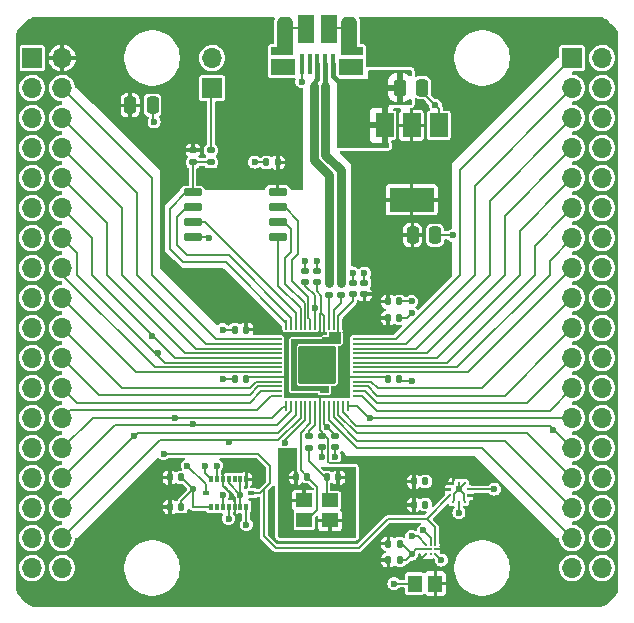
<source format=gbr>
G04 #@! TF.GenerationSoftware,KiCad,Pcbnew,8.0.1*
G04 #@! TF.CreationDate,2024-04-21T17:46:32-05:00*
G04 #@! TF.ProjectId,RP2040_minimal_r2,52503230-3430-45f6-9d69-6e696d616c5f,REV2*
G04 #@! TF.SameCoordinates,Original*
G04 #@! TF.FileFunction,Copper,L1,Top*
G04 #@! TF.FilePolarity,Positive*
%FSLAX46Y46*%
G04 Gerber Fmt 4.6, Leading zero omitted, Abs format (unit mm)*
G04 Created by KiCad (PCBNEW 8.0.1) date 2024-04-21 17:46:32*
%MOMM*%
%LPD*%
G01*
G04 APERTURE LIST*
G04 Aperture macros list*
%AMRoundRect*
0 Rectangle with rounded corners*
0 $1 Rounding radius*
0 $2 $3 $4 $5 $6 $7 $8 $9 X,Y pos of 4 corners*
0 Add a 4 corners polygon primitive as box body*
4,1,4,$2,$3,$4,$5,$6,$7,$8,$9,$2,$3,0*
0 Add four circle primitives for the rounded corners*
1,1,$1+$1,$2,$3*
1,1,$1+$1,$4,$5*
1,1,$1+$1,$6,$7*
1,1,$1+$1,$8,$9*
0 Add four rect primitives between the rounded corners*
20,1,$1+$1,$2,$3,$4,$5,0*
20,1,$1+$1,$4,$5,$6,$7,0*
20,1,$1+$1,$6,$7,$8,$9,0*
20,1,$1+$1,$8,$9,$2,$3,0*%
G04 Aperture macros list end*
G04 #@! TA.AperFunction,SMDPad,CuDef*
%ADD10RoundRect,0.250000X-0.250000X-0.475000X0.250000X-0.475000X0.250000X0.475000X-0.250000X0.475000X0*%
G04 #@! TD*
G04 #@! TA.AperFunction,SMDPad,CuDef*
%ADD11R,0.400000X1.750000*%
G04 #@! TD*
G04 #@! TA.AperFunction,SMDPad,CuDef*
%ADD12R,1.825000X0.700000*%
G04 #@! TD*
G04 #@! TA.AperFunction,SMDPad,CuDef*
%ADD13R,2.000000X1.460000*%
G04 #@! TD*
G04 #@! TA.AperFunction,SMDPad,CuDef*
%ADD14RoundRect,0.384800X0.265200X1.240200X-0.265200X1.240200X-0.265200X-1.240200X0.265200X-1.240200X0*%
G04 #@! TD*
G04 #@! TA.AperFunction,ComponentPad*
%ADD15O,1.300000X1.800000*%
G04 #@! TD*
G04 #@! TA.AperFunction,ComponentPad*
%ADD16O,1.050000X1.450000*%
G04 #@! TD*
G04 #@! TA.AperFunction,SMDPad,CuDef*
%ADD17R,1.425000X2.400000*%
G04 #@! TD*
G04 #@! TA.AperFunction,ComponentPad*
%ADD18R,1.700000X1.700000*%
G04 #@! TD*
G04 #@! TA.AperFunction,ComponentPad*
%ADD19O,1.700000X1.700000*%
G04 #@! TD*
G04 #@! TA.AperFunction,SMDPad,CuDef*
%ADD20RoundRect,0.140000X0.170000X-0.140000X0.170000X0.140000X-0.170000X0.140000X-0.170000X-0.140000X0*%
G04 #@! TD*
G04 #@! TA.AperFunction,SMDPad,CuDef*
%ADD21RoundRect,0.140000X0.140000X0.170000X-0.140000X0.170000X-0.140000X-0.170000X0.140000X-0.170000X0*%
G04 #@! TD*
G04 #@! TA.AperFunction,SMDPad,CuDef*
%ADD22RoundRect,0.135000X-0.185000X0.135000X-0.185000X-0.135000X0.185000X-0.135000X0.185000X0.135000X0*%
G04 #@! TD*
G04 #@! TA.AperFunction,SMDPad,CuDef*
%ADD23R,1.500000X2.000000*%
G04 #@! TD*
G04 #@! TA.AperFunction,SMDPad,CuDef*
%ADD24R,3.800000X2.000000*%
G04 #@! TD*
G04 #@! TA.AperFunction,SMDPad,CuDef*
%ADD25RoundRect,0.150000X-0.650000X-0.150000X0.650000X-0.150000X0.650000X0.150000X-0.650000X0.150000X0*%
G04 #@! TD*
G04 #@! TA.AperFunction,SMDPad,CuDef*
%ADD26RoundRect,0.135000X0.185000X-0.135000X0.185000X0.135000X-0.185000X0.135000X-0.185000X-0.135000X0*%
G04 #@! TD*
G04 #@! TA.AperFunction,SMDPad,CuDef*
%ADD27RoundRect,0.140000X-0.140000X-0.170000X0.140000X-0.170000X0.140000X0.170000X-0.140000X0.170000X0*%
G04 #@! TD*
G04 #@! TA.AperFunction,SMDPad,CuDef*
%ADD28RoundRect,0.140000X-0.170000X0.140000X-0.170000X-0.140000X0.170000X-0.140000X0.170000X0.140000X0*%
G04 #@! TD*
G04 #@! TA.AperFunction,SMDPad,CuDef*
%ADD29RoundRect,0.050000X-0.387500X-0.050000X0.387500X-0.050000X0.387500X0.050000X-0.387500X0.050000X0*%
G04 #@! TD*
G04 #@! TA.AperFunction,SMDPad,CuDef*
%ADD30RoundRect,0.050000X-0.050000X-0.387500X0.050000X-0.387500X0.050000X0.387500X-0.050000X0.387500X0*%
G04 #@! TD*
G04 #@! TA.AperFunction,ComponentPad*
%ADD31C,0.600000*%
G04 #@! TD*
G04 #@! TA.AperFunction,SMDPad,CuDef*
%ADD32RoundRect,0.144000X-1.456000X-1.456000X1.456000X-1.456000X1.456000X1.456000X-1.456000X1.456000X0*%
G04 #@! TD*
G04 #@! TA.AperFunction,SMDPad,CuDef*
%ADD33R,1.150000X1.470000*%
G04 #@! TD*
G04 #@! TA.AperFunction,SMDPad,CuDef*
%ADD34R,0.350000X0.590000*%
G04 #@! TD*
G04 #@! TA.AperFunction,SMDPad,CuDef*
%ADD35R,0.590000X0.350000*%
G04 #@! TD*
G04 #@! TA.AperFunction,SMDPad,CuDef*
%ADD36R,1.400000X1.200000*%
G04 #@! TD*
G04 #@! TA.AperFunction,SMDPad,CuDef*
%ADD37C,0.228600*%
G04 #@! TD*
G04 #@! TA.AperFunction,SMDPad,CuDef*
%ADD38R,0.279400X0.254000*%
G04 #@! TD*
G04 #@! TA.AperFunction,SMDPad,CuDef*
%ADD39R,0.254000X0.254000*%
G04 #@! TD*
G04 #@! TA.AperFunction,ViaPad*
%ADD40C,0.600000*%
G04 #@! TD*
G04 #@! TA.AperFunction,Conductor*
%ADD41C,0.200000*%
G04 #@! TD*
G04 #@! TA.AperFunction,Conductor*
%ADD42C,0.150000*%
G04 #@! TD*
G04 #@! TA.AperFunction,Conductor*
%ADD43C,0.400000*%
G04 #@! TD*
G04 #@! TA.AperFunction,Conductor*
%ADD44C,0.300000*%
G04 #@! TD*
G04 #@! TA.AperFunction,Conductor*
%ADD45C,0.800000*%
G04 #@! TD*
G04 APERTURE END LIST*
D10*
X108075000Y-89000000D03*
X109975000Y-89000000D03*
D11*
X101300000Y-74525000D03*
X100650000Y-74525000D03*
X100000000Y-74525000D03*
X99350000Y-74525000D03*
X98700000Y-74525000D03*
D12*
X102987500Y-73400000D03*
D13*
X102900000Y-74730000D03*
D14*
X102725000Y-72125000D03*
D15*
X102725000Y-71700000D03*
D16*
X102425000Y-74730000D03*
D17*
X100962500Y-71500000D03*
X99037500Y-71500000D03*
D16*
X97575000Y-74730000D03*
D14*
X97275000Y-72125000D03*
D15*
X97275000Y-71700000D03*
D13*
X97100000Y-74730000D03*
D12*
X97012500Y-73400000D03*
D18*
X91110000Y-76540000D03*
D19*
X91110000Y-74000000D03*
D18*
X75870000Y-74000000D03*
D19*
X78410000Y-74000000D03*
X75870000Y-76540000D03*
X78410000Y-76540000D03*
X75870000Y-79080000D03*
X78410000Y-79080000D03*
X75870000Y-81620000D03*
X78410000Y-81620000D03*
X75870000Y-84160000D03*
X78410000Y-84160000D03*
X75870000Y-86700000D03*
X78410000Y-86700000D03*
X75870000Y-89240000D03*
X78410000Y-89240000D03*
X75870000Y-91780000D03*
X78410000Y-91780000D03*
X75870000Y-94320000D03*
X78410000Y-94320000D03*
X75870000Y-96860000D03*
X78410000Y-96860000D03*
X75870000Y-99400000D03*
X78410000Y-99400000D03*
X75870000Y-101940000D03*
X78410000Y-101940000D03*
X75870000Y-104480000D03*
X78410000Y-104480000D03*
X75870000Y-107020000D03*
X78410000Y-107020000D03*
X75870000Y-109560000D03*
X78410000Y-109560000D03*
X75870000Y-112100000D03*
X78410000Y-112100000D03*
X75870000Y-114640000D03*
X78410000Y-114640000D03*
X75870000Y-117180000D03*
X78410000Y-117180000D03*
D20*
X104000000Y-93995000D03*
X104000000Y-93035000D03*
X103000000Y-93995000D03*
X103000000Y-93035000D03*
D21*
X93995000Y-101200000D03*
X93035000Y-101200000D03*
X96665000Y-82830000D03*
X95705000Y-82830000D03*
D22*
X89500000Y-81805000D03*
X89500000Y-82825000D03*
D18*
X121590000Y-74000000D03*
D19*
X124130000Y-74000000D03*
X121590000Y-76540000D03*
X124130000Y-76540000D03*
X121590000Y-79080000D03*
X124130000Y-79080000D03*
X121590000Y-81620000D03*
X124130000Y-81620000D03*
X121590000Y-84160000D03*
X124130000Y-84160000D03*
X121590000Y-86700000D03*
X124130000Y-86700000D03*
X121590000Y-89240000D03*
X124130000Y-89240000D03*
X121590000Y-91780000D03*
X124130000Y-91780000D03*
X121590000Y-94320000D03*
X124130000Y-94320000D03*
X121590000Y-96860000D03*
X124130000Y-96860000D03*
X121590000Y-99400000D03*
X124130000Y-99400000D03*
X121590000Y-101940000D03*
X124130000Y-101940000D03*
X121590000Y-104480000D03*
X124130000Y-104480000D03*
X121590000Y-107020000D03*
X124130000Y-107020000D03*
X121590000Y-109560000D03*
X124130000Y-109560000D03*
X121590000Y-112100000D03*
X124130000Y-112100000D03*
X121590000Y-114640000D03*
X124130000Y-114640000D03*
X121590000Y-117180000D03*
X124130000Y-117180000D03*
D23*
X110300000Y-79700000D03*
X108000000Y-79700000D03*
D24*
X108000000Y-86000000D03*
D23*
X105700000Y-79700000D03*
D25*
X89450000Y-85370000D03*
X89450000Y-86640000D03*
X89450000Y-87910000D03*
X89450000Y-89180000D03*
X96650000Y-89180000D03*
X96650000Y-87910000D03*
X96650000Y-86640000D03*
X96650000Y-85370000D03*
D26*
X91000000Y-82825000D03*
X91000000Y-81805000D03*
D20*
X100000000Y-92995000D03*
X100000000Y-92035000D03*
D27*
X106005000Y-101200000D03*
X106965000Y-101200000D03*
D28*
X100381000Y-106005000D03*
X100381000Y-106965000D03*
D22*
X101000000Y-93005000D03*
X101000000Y-94025000D03*
D28*
X101500000Y-106005000D03*
X101500000Y-106965000D03*
D10*
X106987500Y-76500000D03*
X108887500Y-76500000D03*
D21*
X93995000Y-97000000D03*
X93035000Y-97000000D03*
D27*
X106005000Y-94600000D03*
X106965000Y-94600000D03*
D29*
X96562500Y-97400000D03*
X96562500Y-97800000D03*
X96562500Y-98200000D03*
X96562500Y-98600000D03*
X96562500Y-99000000D03*
X96562500Y-99400000D03*
X96562500Y-99800000D03*
X96562500Y-100200000D03*
X96562500Y-100600000D03*
X96562500Y-101000000D03*
X96562500Y-101400000D03*
X96562500Y-101800000D03*
X96562500Y-102200000D03*
X96562500Y-102600000D03*
D30*
X97400000Y-103437500D03*
X97800000Y-103437500D03*
X98200000Y-103437500D03*
X98600000Y-103437500D03*
X99000000Y-103437500D03*
X99400000Y-103437500D03*
X99800000Y-103437500D03*
X100200000Y-103437500D03*
X100600000Y-103437500D03*
X101000000Y-103437500D03*
X101400000Y-103437500D03*
X101800000Y-103437500D03*
X102200000Y-103437500D03*
X102600000Y-103437500D03*
D29*
X103437500Y-102600000D03*
X103437500Y-102200000D03*
X103437500Y-101800000D03*
X103437500Y-101400000D03*
X103437500Y-101000000D03*
X103437500Y-100600000D03*
X103437500Y-100200000D03*
X103437500Y-99800000D03*
X103437500Y-99400000D03*
X103437500Y-99000000D03*
X103437500Y-98600000D03*
X103437500Y-98200000D03*
X103437500Y-97800000D03*
X103437500Y-97400000D03*
D30*
X102600000Y-96562500D03*
X102200000Y-96562500D03*
X101800000Y-96562500D03*
X101400000Y-96562500D03*
X101000000Y-96562500D03*
X100600000Y-96562500D03*
X100200000Y-96562500D03*
X99800000Y-96562500D03*
X99400000Y-96562500D03*
X99000000Y-96562500D03*
X98600000Y-96562500D03*
X98200000Y-96562500D03*
X97800000Y-96562500D03*
X97400000Y-96562500D03*
D31*
X98725000Y-98725000D03*
X98725000Y-100000000D03*
X98725000Y-101275000D03*
X100000000Y-98725000D03*
X100000000Y-100000000D03*
D32*
X100000000Y-100000000D03*
D31*
X100000000Y-101275000D03*
X101275000Y-98725000D03*
X101275000Y-100000000D03*
X101275000Y-101275000D03*
D22*
X102000000Y-93005000D03*
X102000000Y-94025000D03*
D20*
X99000000Y-92995000D03*
X99000000Y-92035000D03*
D27*
X106005000Y-96000000D03*
X106965000Y-96000000D03*
D10*
X84165000Y-78000000D03*
X86065000Y-78000000D03*
D27*
X106020000Y-115119750D03*
X106980000Y-115119750D03*
X87520000Y-109500000D03*
X88480000Y-109500000D03*
D21*
X99180000Y-109500000D03*
X98220000Y-109500000D03*
D33*
X108240000Y-118500000D03*
X110000000Y-118500000D03*
D34*
X91000000Y-109670000D03*
X91500000Y-109670000D03*
X92000000Y-109670000D03*
X92500000Y-109670000D03*
X93000000Y-109670000D03*
X93500000Y-109670000D03*
X94000000Y-109670000D03*
D35*
X94415000Y-110835000D03*
D34*
X94000000Y-112000000D03*
X93500000Y-112000000D03*
X93000000Y-112000000D03*
X92500000Y-112000000D03*
X92000000Y-112000000D03*
X91500000Y-112000000D03*
X91000000Y-112000000D03*
D35*
X90585000Y-110835000D03*
D27*
X87540000Y-112000000D03*
X88500000Y-112000000D03*
X100820000Y-109500000D03*
X101780000Y-109500000D03*
X106020000Y-116500000D03*
X106980000Y-116500000D03*
D36*
X98900000Y-113150000D03*
X101100000Y-113150000D03*
X101100000Y-111450000D03*
X98900000Y-111450000D03*
D37*
X109199900Y-115199900D03*
X109599950Y-115199900D03*
X110000000Y-115199900D03*
X109199900Y-115599950D03*
X109599950Y-115599950D03*
X110000000Y-115599950D03*
X109199900Y-116000000D03*
X109599950Y-116000000D03*
X110000000Y-116000000D03*
D27*
X108200699Y-109850000D03*
X109160699Y-109850000D03*
X108200699Y-111820000D03*
X109160699Y-111820000D03*
D38*
X111239698Y-110523001D03*
X111239698Y-111023001D03*
D39*
X111500000Y-111546002D03*
X111999999Y-111546002D03*
X112499998Y-111546002D03*
D38*
X112760300Y-111023001D03*
X112760300Y-110523001D03*
D39*
X112499998Y-110000000D03*
X111999999Y-110000000D03*
X111500000Y-110000000D03*
D22*
X99300000Y-105990000D03*
X99300000Y-107010000D03*
D40*
X97100000Y-112300000D03*
X97100000Y-109500000D03*
X102900000Y-109500000D03*
X110500000Y-116500000D03*
X99000000Y-91200008D03*
X97300000Y-106600000D03*
X92000000Y-97000000D03*
X91500000Y-108500000D03*
X98700000Y-76000000D03*
X108000000Y-101305000D03*
X86190000Y-79400000D03*
X101500000Y-107782004D03*
X102900000Y-112300000D03*
X92000000Y-101200000D03*
X108000000Y-94600000D03*
X111500000Y-89000000D03*
X103000000Y-92200000D03*
X94700000Y-82800000D03*
X100380994Y-107781990D03*
X108000000Y-116000000D03*
X108000000Y-95600000D03*
X106500000Y-118500000D03*
X90800000Y-89200000D03*
X104000000Y-92200000D03*
X112000000Y-110500000D03*
X93500000Y-111000000D03*
X89500000Y-110500000D03*
X110000000Y-78000000D03*
X100000000Y-91200000D03*
X104600000Y-73300000D03*
X95400000Y-73300000D03*
X99800000Y-95199994D03*
X100700000Y-97900000D03*
X100800000Y-105200000D03*
X100599970Y-102100000D03*
X109000000Y-114000000D03*
X86000000Y-97500000D03*
X94000000Y-113500000D03*
X112000000Y-112500000D03*
X86500000Y-99000000D03*
X87000000Y-107500000D03*
X92500000Y-113000000D03*
X84500000Y-106000000D03*
X89500000Y-105000000D03*
X90500000Y-108500000D03*
X89000000Y-108500000D03*
X88000000Y-104500000D03*
X92500000Y-106500000D03*
X92000000Y-111000000D03*
X115000000Y-110500000D03*
X120000000Y-105500000D03*
X104500000Y-104500000D03*
X108000000Y-114500000D03*
D41*
X93030000Y-101200000D02*
X92000000Y-101200000D01*
X104000000Y-93030000D02*
X104000000Y-92200000D01*
D42*
X112000000Y-110500000D02*
X112000000Y-110499998D01*
D41*
X106970000Y-101200000D02*
X107075000Y-101305000D01*
X106970000Y-94600000D02*
X108000000Y-94600000D01*
X98700000Y-74600000D02*
X98700000Y-76000000D01*
X107075000Y-101305000D02*
X108000000Y-101305000D01*
X110300000Y-79700000D02*
X110300000Y-78300000D01*
X102460000Y-71450000D02*
X102730000Y-71720000D01*
X110300000Y-78300000D02*
X110000000Y-78000000D01*
X95375000Y-82800000D02*
X94700000Y-82800000D01*
D42*
X109199900Y-115599950D02*
X109599950Y-115599950D01*
X112499998Y-111546002D02*
X112395600Y-111441604D01*
X111604398Y-110895602D02*
X112000000Y-110500000D01*
D41*
X101500000Y-106970000D02*
X101500000Y-107782004D01*
D42*
X89500000Y-112000000D02*
X89500000Y-110500000D01*
X106970000Y-96000000D02*
X107600000Y-96000000D01*
D41*
X97540000Y-71450000D02*
X97270000Y-71720000D01*
D42*
X88480000Y-109500000D02*
X88500000Y-109500000D01*
X112000000Y-110500000D02*
X111999999Y-110000000D01*
D41*
X108875000Y-76875000D02*
X110000000Y-78000000D01*
D42*
X106980000Y-116500000D02*
X107500000Y-116500000D01*
D41*
X89450000Y-89180000D02*
X90780000Y-89180000D01*
D42*
X92500000Y-110000000D02*
X93500000Y-111000000D01*
X86140000Y-78000000D02*
X86140000Y-79350000D01*
D41*
X110050000Y-89000000D02*
X111500000Y-89000000D01*
D42*
X99000000Y-104654500D02*
X99000000Y-103437500D01*
D41*
X99040000Y-71450000D02*
X97540000Y-71450000D01*
D42*
X108400050Y-115599950D02*
X109199900Y-115599950D01*
X97300000Y-106600000D02*
X97300000Y-106354500D01*
X111500000Y-111546002D02*
X111604398Y-111441604D01*
D41*
X99000000Y-92030000D02*
X99000000Y-91200008D01*
D42*
X93500000Y-109670000D02*
X93500000Y-111000000D01*
X107600000Y-96000000D02*
X108000000Y-95600000D01*
X107500000Y-116500000D02*
X108000000Y-116000000D01*
X112395600Y-111441604D02*
X112395600Y-110895600D01*
X88500000Y-112000000D02*
X88500000Y-111500000D01*
X107179750Y-115119750D02*
X107179750Y-115179750D01*
X106500000Y-118500000D02*
X108240000Y-118500000D01*
D41*
X95700000Y-82830000D02*
X95405000Y-82830000D01*
D42*
X89500000Y-110500000D02*
X89250000Y-110250000D01*
D41*
X100381000Y-107781984D02*
X100380994Y-107781990D01*
X100381000Y-106970000D02*
X100381000Y-107781984D01*
D42*
X88500000Y-111500000D02*
X89500000Y-110500000D01*
X88500000Y-109500000D02*
X89500000Y-110500000D01*
D41*
X100000000Y-92030000D02*
X100000000Y-91200000D01*
D42*
X112395600Y-110895600D02*
X112000000Y-110500000D01*
D41*
X103000000Y-93030000D02*
X103000000Y-92200000D01*
X93030000Y-97000000D02*
X92000000Y-97000000D01*
X95405000Y-82830000D02*
X95375000Y-82800000D01*
D42*
X108000000Y-116000000D02*
X108400050Y-115599950D01*
D41*
X90780000Y-89180000D02*
X90800000Y-89200000D01*
D42*
X86140000Y-79350000D02*
X86190000Y-79400000D01*
X97300000Y-106354500D02*
X99000000Y-104654500D01*
X91500000Y-108500000D02*
X91500000Y-109670000D01*
X111604398Y-111441604D02*
X111604398Y-110895602D01*
X107179750Y-115179750D02*
X108000000Y-116000000D01*
X110000000Y-116000000D02*
X110500000Y-116500000D01*
X93500000Y-112000000D02*
X93500000Y-111000000D01*
D41*
X100960000Y-71450000D02*
X102460000Y-71450000D01*
D42*
X91000000Y-112000000D02*
X89500000Y-112000000D01*
X112000000Y-110499998D02*
X112499998Y-110000000D01*
D41*
X108875000Y-76500000D02*
X108875000Y-76875000D01*
D42*
X92500000Y-109670000D02*
X92500000Y-110000000D01*
D43*
X101300000Y-74525000D02*
X101300000Y-75500000D01*
X101300000Y-75500000D02*
X102100000Y-76300000D01*
D42*
X99400000Y-104937861D02*
X98600000Y-105737861D01*
X99400000Y-103437500D02*
X99400000Y-104937861D01*
X98600000Y-108920000D02*
X99180000Y-109500000D01*
X99180000Y-109500000D02*
X100000000Y-110320000D01*
X98600000Y-105737861D02*
X98600000Y-108920000D01*
X100000000Y-112300000D02*
X99150000Y-113150000D01*
X99150000Y-113150000D02*
X98900000Y-113150000D01*
X100000000Y-110320000D02*
X100000000Y-112300000D01*
X99800000Y-105100000D02*
X99300000Y-105600000D01*
X99300000Y-105600000D02*
X99300000Y-105990000D01*
X99800000Y-103437500D02*
X99800000Y-105100000D01*
X92000000Y-109225000D02*
X92725000Y-108500000D01*
X92725000Y-108500000D02*
X93000000Y-108500000D01*
D41*
X96562500Y-101000000D02*
X94200000Y-101000000D01*
X100200000Y-102800000D02*
X100000000Y-102600000D01*
X94200000Y-101000000D02*
X94000000Y-101200000D01*
D42*
X100952500Y-106251500D02*
X100952500Y-108163000D01*
D41*
X103437500Y-101000000D02*
X102600000Y-101000000D01*
X100200000Y-95700000D02*
X100200000Y-96562500D01*
X96562500Y-101000000D02*
X97400000Y-101000000D01*
X100200000Y-105505500D02*
X100381000Y-105686500D01*
D42*
X92000000Y-110257537D02*
X93000000Y-111257537D01*
D41*
X100600000Y-95799998D02*
X100350001Y-95549999D01*
D42*
X100381000Y-106000000D02*
X100701000Y-106000000D01*
D41*
X100600000Y-97200000D02*
X100400000Y-97400000D01*
X103437500Y-101000000D02*
X105800000Y-101000000D01*
D42*
X101096505Y-108307005D02*
X102141995Y-108307005D01*
X100701000Y-106000000D02*
X100952500Y-106251500D01*
D41*
X100350001Y-94112535D02*
X100350001Y-95549999D01*
X100200000Y-103437500D02*
X100200000Y-105505500D01*
X105800000Y-101000000D02*
X106000000Y-101200000D01*
D42*
X93000000Y-111257537D02*
X93000000Y-112000000D01*
X93000000Y-112500000D02*
X93000000Y-112000000D01*
D41*
X96562500Y-97400000D02*
X97400000Y-97400000D01*
X100000000Y-93000000D02*
X100000000Y-93762534D01*
X100600000Y-96562500D02*
X100600000Y-97200000D01*
D42*
X100952500Y-108163000D02*
X101096505Y-108307005D01*
D41*
X100600000Y-96562500D02*
X100600000Y-95799998D01*
X100200000Y-96562500D02*
X100200000Y-97400000D01*
X108000000Y-86000000D02*
X108000000Y-89000000D01*
X100381000Y-105686500D02*
X100381000Y-106000000D01*
X100350001Y-95549999D02*
X100200000Y-95700000D01*
X102200000Y-96100000D02*
X103600000Y-94700000D01*
D42*
X110000000Y-115599950D02*
X110900050Y-115599950D01*
D41*
X100200000Y-97400000D02*
X100200000Y-97000000D01*
X100000000Y-93762534D02*
X100350001Y-94112535D01*
D42*
X92000000Y-109670000D02*
X92000000Y-109225000D01*
D41*
X96650000Y-85370000D02*
X96650000Y-82850000D01*
X100200000Y-103437500D02*
X100200000Y-102800000D01*
X102200000Y-96562500D02*
X102200000Y-96100000D01*
X96650000Y-82850000D02*
X96670000Y-82830000D01*
X96562500Y-97400000D02*
X95700000Y-97400000D01*
D44*
X74700000Y-72900000D02*
X74700000Y-75200000D01*
D42*
X92000000Y-109670000D02*
X92000000Y-110257537D01*
D41*
X99800000Y-96562500D02*
X99800000Y-95199994D01*
X101800000Y-95800000D02*
X103000000Y-94600000D01*
X99000000Y-93295000D02*
X99800000Y-94095000D01*
X101500000Y-105900000D02*
X100800000Y-105200000D01*
X100600000Y-105000000D02*
X100800000Y-105200000D01*
X99800000Y-94095000D02*
X99800000Y-94775730D01*
X101500000Y-106000000D02*
X101500000Y-105900000D01*
X101800000Y-96562500D02*
X101800000Y-95800000D01*
X101800000Y-96562500D02*
X101800000Y-97400000D01*
X99000000Y-93000000D02*
X99000000Y-93295000D01*
X99800000Y-94775730D02*
X99800000Y-95199994D01*
X103000000Y-94600000D02*
X103000000Y-94000000D01*
X100600000Y-103437500D02*
X100600000Y-105000000D01*
D42*
X91000000Y-76650000D02*
X91110000Y-76540000D01*
X91000000Y-81830000D02*
X91000000Y-76650000D01*
X79080000Y-103810000D02*
X78410000Y-104480000D01*
X96562500Y-102600000D02*
X96130000Y-102600000D01*
X94920000Y-103810000D02*
X79080000Y-103810000D01*
X96130000Y-102600000D02*
X94920000Y-103810000D01*
X96562500Y-102200000D02*
X95260000Y-102200000D01*
X95260000Y-102200000D02*
X94285000Y-103175000D01*
X79645000Y-103175000D02*
X78410000Y-101940000D01*
X94285000Y-103175000D02*
X79645000Y-103175000D01*
X94285000Y-102540000D02*
X81550000Y-102540000D01*
X81550000Y-102540000D02*
X78410000Y-99400000D01*
X96562500Y-101800000D02*
X95025000Y-101800000D01*
X95025000Y-101800000D02*
X94285000Y-102540000D01*
X83455000Y-101905000D02*
X78410000Y-96860000D01*
X94285000Y-101905000D02*
X83455000Y-101905000D01*
X94790000Y-101400000D02*
X94285000Y-101905000D01*
X96562500Y-101400000D02*
X94790000Y-101400000D01*
X96562500Y-100600000D02*
X84690000Y-100600000D01*
X84690000Y-100600000D02*
X78410000Y-94320000D01*
X86230000Y-100200000D02*
X78410000Y-92380000D01*
X78410000Y-92380000D02*
X78410000Y-91780000D01*
X96562500Y-100200000D02*
X86230000Y-100200000D01*
X88840000Y-99000000D02*
X82220000Y-92380000D01*
X96562500Y-99000000D02*
X88840000Y-99000000D01*
X82220000Y-87952500D02*
X78427500Y-84160000D01*
X82220000Y-92380000D02*
X82220000Y-87952500D01*
X78427500Y-84160000D02*
X78410000Y-84160000D01*
X96562500Y-98600000D02*
X89710000Y-98600000D01*
X83490000Y-86682500D02*
X78427500Y-81620000D01*
X78427500Y-81620000D02*
X78410000Y-81620000D01*
X83490000Y-92380000D02*
X83490000Y-86682500D01*
X89710000Y-98600000D02*
X83490000Y-92380000D01*
X84760000Y-85412500D02*
X78427500Y-79080000D01*
X90580000Y-98200000D02*
X84760000Y-92380000D01*
X84760000Y-92380000D02*
X84760000Y-85412500D01*
X96562500Y-98200000D02*
X90580000Y-98200000D01*
X78427500Y-79080000D02*
X78410000Y-79080000D01*
X96562500Y-97800000D02*
X91450000Y-97800000D01*
X86030000Y-92380000D02*
X86030000Y-84160000D01*
X91450000Y-97800000D02*
X86030000Y-92380000D01*
X86030000Y-84160000D02*
X78410000Y-76540000D01*
X121581250Y-74000000D02*
X121590000Y-74000000D01*
X106645000Y-97800000D02*
X112065000Y-92380000D01*
X112065000Y-92380000D02*
X112065000Y-83516250D01*
X103437500Y-97800000D02*
X106645000Y-97800000D01*
X112065000Y-83516250D02*
X121581250Y-74000000D01*
X103437500Y-98200000D02*
X107515000Y-98200000D01*
X107515000Y-98200000D02*
X113335000Y-92380000D01*
X120930000Y-77200000D02*
X121590000Y-76540000D01*
X113335000Y-92380000D02*
X113335000Y-84795000D01*
X113335000Y-84795000D02*
X120930000Y-77200000D01*
X120920000Y-79750000D02*
X121590000Y-79080000D01*
X114605000Y-86065000D02*
X120920000Y-79750000D01*
X114605000Y-92380000D02*
X114605000Y-86065000D01*
X108385000Y-98600000D02*
X114605000Y-92380000D01*
X103437500Y-98600000D02*
X108385000Y-98600000D01*
X115875000Y-92397500D02*
X115875000Y-87335000D01*
X120920000Y-82290000D02*
X121590000Y-81620000D01*
X115875000Y-87335000D02*
X120920000Y-82290000D01*
X103437500Y-99000000D02*
X109272500Y-99000000D01*
X109272500Y-99000000D02*
X115875000Y-92397500D01*
X103437500Y-99400000D02*
X110125000Y-99400000D01*
X117145000Y-92380000D02*
X117145000Y-88605000D01*
X117145000Y-88605000D02*
X120920000Y-84830000D01*
X110125000Y-99400000D02*
X117145000Y-92380000D01*
X120920000Y-84830000D02*
X121590000Y-84160000D01*
X118415000Y-89875000D02*
X120920000Y-87370000D01*
X110995000Y-99800000D02*
X118415000Y-92380000D01*
X120920000Y-87370000D02*
X121590000Y-86700000D01*
X118415000Y-92380000D02*
X118415000Y-89875000D01*
X103437500Y-99800000D02*
X110995000Y-99800000D01*
X119685000Y-91145000D02*
X119685000Y-92380000D01*
X111865000Y-100200000D02*
X105200000Y-100200000D01*
X119685000Y-92380000D02*
X111865000Y-100200000D01*
X121590000Y-89240000D02*
X119685000Y-91145000D01*
X105200000Y-100200000D02*
X103437500Y-100200000D01*
X120320000Y-93050000D02*
X121590000Y-91780000D01*
X112770000Y-100600000D02*
X120320000Y-93050000D01*
X103437500Y-100600000D02*
X112770000Y-100600000D01*
X105108750Y-101940000D02*
X113970000Y-101940000D01*
X120320000Y-95590000D02*
X121590000Y-94320000D01*
X113970000Y-101940000D02*
X120320000Y-95590000D01*
X103437500Y-101400000D02*
X104568750Y-101400000D01*
X104568750Y-101400000D02*
X105108750Y-101940000D01*
X104305000Y-101800000D02*
X105080000Y-102575000D01*
X115875000Y-102575000D02*
X120320000Y-98130000D01*
X103437500Y-101800000D02*
X104305000Y-101800000D01*
X120320000Y-98130000D02*
X121590000Y-96860000D01*
X105080000Y-102575000D02*
X115875000Y-102575000D01*
X117780000Y-103210000D02*
X120320000Y-100670000D01*
X120320000Y-100670000D02*
X121590000Y-99400000D01*
X105080000Y-103210000D02*
X117780000Y-103210000D01*
X104070000Y-102200000D02*
X105080000Y-103210000D01*
X103437500Y-102200000D02*
X104070000Y-102200000D01*
X103835000Y-102600000D02*
X103437500Y-102600000D01*
X105080000Y-103845000D02*
X103835000Y-102600000D01*
X121590000Y-101940000D02*
X119685000Y-103845000D01*
X119685000Y-103845000D02*
X105080000Y-103845000D01*
X101800000Y-104200000D02*
X101800000Y-103437500D01*
X121590000Y-109560000D02*
X117780000Y-105750000D01*
X117780000Y-105750000D02*
X103350000Y-105750000D01*
X103350000Y-105750000D02*
X101800000Y-104200000D01*
X103385000Y-106385000D02*
X101400000Y-104400000D01*
X101400000Y-104400000D02*
X101400000Y-103437500D01*
X121590000Y-112100000D02*
X115875000Y-106385000D01*
X115875000Y-106385000D02*
X103385000Y-106385000D01*
X113970000Y-107020000D02*
X103408501Y-107020000D01*
X103408501Y-107020000D02*
X101000000Y-104611499D01*
X121590000Y-114640000D02*
X113970000Y-107020000D01*
X101000000Y-104611499D02*
X101000000Y-103437500D01*
X97400000Y-96400000D02*
X97400000Y-96600000D01*
X89450000Y-82850000D02*
X89500000Y-82800000D01*
X88600000Y-91300000D02*
X92300000Y-91300000D01*
X87500000Y-86800000D02*
X87500000Y-90200000D01*
X92300000Y-91300000D02*
X97400000Y-96400000D01*
X89450000Y-85370000D02*
X88930000Y-85370000D01*
X87500000Y-90200000D02*
X88600000Y-91300000D01*
X88930000Y-85370000D02*
X87500000Y-86800000D01*
X89450000Y-85370000D02*
X89450000Y-82850000D01*
X89500000Y-82800000D02*
X91000000Y-82800000D01*
X97400000Y-96600000D02*
X97400000Y-96627500D01*
D41*
X101000000Y-96562500D02*
X101000000Y-94000000D01*
X101400000Y-95300000D02*
X102000000Y-94700000D01*
X101400000Y-96562500D02*
X101400000Y-95300000D01*
X102000000Y-94700000D02*
X102000000Y-94000000D01*
D42*
X98400000Y-87800000D02*
X97240000Y-86640000D01*
X99251321Y-95976321D02*
X99251321Y-94251321D01*
X97900000Y-92900000D02*
X97900000Y-91100000D01*
X99400000Y-96125000D02*
X99251321Y-95976321D01*
X99400000Y-96562500D02*
X99400000Y-96125000D01*
X98400000Y-90600000D02*
X98400000Y-87800000D01*
X99251321Y-94251321D02*
X97900000Y-92900000D01*
X97900000Y-91100000D02*
X98400000Y-90600000D01*
X97240000Y-86640000D02*
X96650000Y-86640000D01*
X97800000Y-88500000D02*
X97210000Y-87910000D01*
X99000000Y-96572500D02*
X98951310Y-96523810D01*
X98951310Y-94751310D02*
X97300000Y-93100000D01*
X97210000Y-87910000D02*
X96650000Y-87910000D01*
X98951310Y-96523810D02*
X98951310Y-94751310D01*
X97300000Y-90900000D02*
X97800000Y-90400000D01*
X97800000Y-90400000D02*
X97800000Y-88500000D01*
X97300000Y-93100000D02*
X97300000Y-90900000D01*
X98600000Y-95200000D02*
X96700000Y-93300000D01*
X96700000Y-93300000D02*
X96700000Y-89230000D01*
X98600000Y-96572500D02*
X98600000Y-95200000D01*
X96700000Y-89230000D02*
X96650000Y-89180000D01*
X98200000Y-96572500D02*
X98200000Y-95600000D01*
X98200000Y-95600000D02*
X90510000Y-87910000D01*
X90510000Y-87910000D02*
X89450000Y-87910000D01*
X88960000Y-86640000D02*
X89450000Y-86640000D01*
X88100000Y-87500000D02*
X88960000Y-86640000D01*
X89000000Y-90700000D02*
X88100000Y-89800000D01*
X88100000Y-89800000D02*
X88100000Y-87500000D01*
X97800000Y-96000000D02*
X92500000Y-90700000D01*
X97800000Y-96572500D02*
X97800000Y-96000000D01*
X92500000Y-90700000D02*
X89000000Y-90700000D01*
D45*
X101025000Y-83896752D02*
X99725000Y-82596752D01*
D43*
X100000000Y-75800000D02*
X99725000Y-76075000D01*
X100000000Y-74525000D02*
X100000000Y-75800000D01*
D45*
X99725000Y-82596752D02*
X99725000Y-76400000D01*
X101025000Y-93005000D02*
X101025000Y-83896752D01*
D43*
X99725000Y-76075000D02*
X99725000Y-76400000D01*
D45*
X101000000Y-93030000D02*
X101025000Y-93005000D01*
X100675000Y-82203248D02*
X100675000Y-76400000D01*
X101975000Y-83503248D02*
X100675000Y-82203248D01*
X102000000Y-93030000D02*
X101975000Y-93005000D01*
X101975000Y-93005000D02*
X101975000Y-83503248D01*
D43*
X100650000Y-74525000D02*
X100650000Y-76375000D01*
X100650000Y-76375000D02*
X100675000Y-76400000D01*
D42*
X100700000Y-109500000D02*
X100820000Y-109500000D01*
X100820000Y-111170000D02*
X100820000Y-109500000D01*
X101100000Y-111450000D02*
X100820000Y-111170000D01*
X99300000Y-108100000D02*
X100700000Y-109500000D01*
X99300000Y-107010000D02*
X99300000Y-108100000D01*
X86000000Y-97500000D02*
X86000000Y-97430000D01*
X109599950Y-114599950D02*
X109599950Y-115199900D01*
X80950000Y-92380000D02*
X80950000Y-89240000D01*
X80950000Y-89240000D02*
X78410000Y-86700000D01*
X96562500Y-99400000D02*
X87970000Y-99400000D01*
X109000000Y-114000000D02*
X109599950Y-114599950D01*
X112000000Y-112500000D02*
X111999999Y-111546002D01*
X94000000Y-113500000D02*
X94000000Y-112000000D01*
X86070000Y-97500000D02*
X86000000Y-97500000D01*
X87970000Y-99400000D02*
X86070000Y-97500000D01*
X86000000Y-97430000D02*
X80950000Y-92380000D01*
X87000000Y-107500000D02*
X95000000Y-107500000D01*
X96000000Y-110000000D02*
X95500000Y-110500000D01*
X103500000Y-115500000D02*
X106000000Y-113000000D01*
X106000000Y-113000000D02*
X109262699Y-113000000D01*
X86500000Y-99200000D02*
X86500000Y-99000000D01*
X96562500Y-99800000D02*
X87100000Y-99800000D01*
X96500000Y-115500000D02*
X103500000Y-115500000D01*
X79680000Y-90510000D02*
X78410000Y-89240000D01*
X87100000Y-99800000D02*
X86500000Y-99200000D01*
X109262699Y-113000000D02*
X111239698Y-111023001D01*
X95500000Y-110500000D02*
X95500000Y-114500000D01*
X95000000Y-107500000D02*
X96000000Y-108500000D01*
X109262699Y-113000000D02*
X110000000Y-113737301D01*
X86300000Y-99000000D02*
X79680000Y-92380000D01*
X95500000Y-110500000D02*
X95165000Y-110835000D01*
X96000000Y-108500000D02*
X96000000Y-110000000D01*
X95165000Y-110835000D02*
X94415000Y-110835000D01*
X110000000Y-113737301D02*
X110000000Y-115199900D01*
X95500000Y-114500000D02*
X96500000Y-115500000D01*
X79680000Y-92380000D02*
X79680000Y-90510000D01*
X86500000Y-99000000D02*
X86300000Y-99000000D01*
X92500000Y-113000000D02*
X92500000Y-112000000D01*
X84510000Y-106000000D02*
X84500000Y-106000000D01*
X84500000Y-106000000D02*
X84500000Y-106010000D01*
X84500000Y-106010000D02*
X78410000Y-112100000D01*
X84795000Y-105715000D02*
X84510000Y-106000000D01*
X98200000Y-104190000D02*
X96675000Y-105715000D01*
X98200000Y-103437500D02*
X98200000Y-104190000D01*
X96675000Y-105715000D02*
X84795000Y-105715000D01*
X96595000Y-105080000D02*
X89580000Y-105080000D01*
X90500000Y-109170000D02*
X91000000Y-109670000D01*
X89420000Y-105080000D02*
X82890000Y-105080000D01*
X82890000Y-105080000D02*
X78410000Y-109560000D01*
X97800000Y-103437500D02*
X97800000Y-103875000D01*
X89500000Y-105000000D02*
X89420000Y-105080000D01*
X97800000Y-103875000D02*
X96595000Y-105080000D01*
X90500000Y-108500000D02*
X90500000Y-109170000D01*
X89580000Y-105080000D02*
X89500000Y-105000000D01*
X97400000Y-103437500D02*
X97300000Y-103537500D01*
X87945000Y-104445000D02*
X80985000Y-104445000D01*
X88000000Y-104500000D02*
X87945000Y-104445000D01*
X97300000Y-103537500D02*
X97097500Y-103537500D01*
X80985000Y-104445000D02*
X78410000Y-107020000D01*
X89000000Y-108500000D02*
X90585000Y-110085000D01*
X90585000Y-110085000D02*
X90585000Y-110835000D01*
X97097500Y-103537500D02*
X96190000Y-104445000D01*
X96190000Y-104445000D02*
X88055000Y-104445000D01*
X88055000Y-104445000D02*
X88000000Y-104500000D01*
X98600000Y-104437861D02*
X96687861Y-106350000D01*
X92350000Y-106350000D02*
X86700000Y-106350000D01*
X96687861Y-106350000D02*
X92650000Y-106350000D01*
X86700000Y-106350000D02*
X78410000Y-114640000D01*
X92650000Y-106350000D02*
X92500000Y-106500000D01*
X92500000Y-106500000D02*
X92350000Y-106350000D01*
X98600000Y-103437500D02*
X98600000Y-104437861D01*
X92000000Y-111000000D02*
X92000000Y-112000000D01*
X103315000Y-105115000D02*
X102200000Y-104000000D01*
X119685000Y-105115000D02*
X103315000Y-105115000D01*
X114976999Y-110523001D02*
X112760300Y-110523001D01*
X120070000Y-105500000D02*
X120000000Y-105500000D01*
X120000000Y-105430000D02*
X119685000Y-105115000D01*
X102200000Y-104000000D02*
X102200000Y-103437500D01*
X121590000Y-107020000D02*
X120070000Y-105500000D01*
X120000000Y-105500000D02*
X120000000Y-105430000D01*
X115000000Y-110500000D02*
X114976999Y-110523001D01*
X108000000Y-114500000D02*
X108500000Y-114500000D01*
X104520000Y-104480000D02*
X121590000Y-104480000D01*
X108500000Y-114500000D02*
X109199900Y-115199900D01*
X104480000Y-104480000D02*
X104500000Y-104500000D01*
X103342681Y-103437500D02*
X104385181Y-104480000D01*
X102600000Y-103437500D02*
X103342681Y-103437500D01*
X104500000Y-104500000D02*
X104520000Y-104480000D01*
X104385181Y-104480000D02*
X104480000Y-104480000D01*
G04 #@! TA.AperFunction,Conductor*
G36*
X107943039Y-75019685D02*
G01*
X107988794Y-75072489D01*
X108000000Y-75124000D01*
X108000000Y-75416164D01*
X107980315Y-75483203D01*
X107927511Y-75528958D01*
X107858353Y-75538902D01*
X107794797Y-75509877D01*
X107788319Y-75503845D01*
X107710840Y-75426366D01*
X107560027Y-75333343D01*
X107560022Y-75333341D01*
X107391825Y-75277606D01*
X107288015Y-75267000D01*
X107241500Y-75267000D01*
X107241500Y-77733000D01*
X107288003Y-77733000D01*
X107288015Y-77732999D01*
X107391825Y-77722393D01*
X107560022Y-77666658D01*
X107560027Y-77666656D01*
X107710840Y-77573633D01*
X107788319Y-77496155D01*
X107849642Y-77462670D01*
X107919334Y-77467654D01*
X107975267Y-77509526D01*
X107999684Y-77574990D01*
X108000000Y-77583836D01*
X108000000Y-77876000D01*
X107980315Y-77943039D01*
X107927511Y-77988794D01*
X107876000Y-78000000D01*
X106100000Y-78000000D01*
X106100000Y-78068000D01*
X106080315Y-78135039D01*
X106027511Y-78180794D01*
X105976000Y-78192000D01*
X105954000Y-78192000D01*
X105954000Y-81208000D01*
X105976000Y-81208000D01*
X106043039Y-81227685D01*
X106088794Y-81280489D01*
X106100000Y-81332000D01*
X106100000Y-81476000D01*
X106080315Y-81543039D01*
X106027511Y-81588794D01*
X105976000Y-81600000D01*
X101824000Y-81600000D01*
X101756961Y-81580315D01*
X101711206Y-81527511D01*
X101700000Y-81476000D01*
X101700000Y-79954000D01*
X104442000Y-79954000D01*
X104442000Y-80748581D01*
X104448506Y-80809097D01*
X104499553Y-80945961D01*
X104587096Y-81062903D01*
X104704038Y-81150445D01*
X104704038Y-81150446D01*
X104840902Y-81201493D01*
X104901418Y-81207999D01*
X104901420Y-81208000D01*
X105446000Y-81208000D01*
X105446000Y-79954000D01*
X104442000Y-79954000D01*
X101700000Y-79954000D01*
X101700000Y-79446000D01*
X104442000Y-79446000D01*
X105446000Y-79446000D01*
X105446000Y-78192000D01*
X104901418Y-78192000D01*
X104840902Y-78198506D01*
X104704038Y-78249553D01*
X104704038Y-78249554D01*
X104587096Y-78337096D01*
X104499554Y-78454038D01*
X104499553Y-78454038D01*
X104448506Y-78590902D01*
X104442000Y-78651418D01*
X104442000Y-79446000D01*
X101700000Y-79446000D01*
X101700000Y-76754000D01*
X105979500Y-76754000D01*
X105979500Y-77025515D01*
X105990106Y-77129325D01*
X106045841Y-77297522D01*
X106045843Y-77297527D01*
X106138866Y-77448340D01*
X106264159Y-77573633D01*
X106414972Y-77666656D01*
X106414977Y-77666658D01*
X106583174Y-77722393D01*
X106686984Y-77732999D01*
X106686997Y-77733000D01*
X106733500Y-77733000D01*
X106733500Y-76754000D01*
X105979500Y-76754000D01*
X101700000Y-76754000D01*
X101700000Y-76246000D01*
X105979500Y-76246000D01*
X106733500Y-76246000D01*
X106733500Y-75267000D01*
X106686984Y-75267000D01*
X106583174Y-75277606D01*
X106414977Y-75333341D01*
X106414972Y-75333343D01*
X106264159Y-75426366D01*
X106138866Y-75551659D01*
X106045843Y-75702472D01*
X106045841Y-75702477D01*
X105990106Y-75870674D01*
X105979500Y-75974484D01*
X105979500Y-76246000D01*
X101700000Y-76246000D01*
X101700000Y-75946922D01*
X101719685Y-75879883D01*
X101749691Y-75847654D01*
X101780312Y-75824732D01*
X101845776Y-75800316D01*
X101854621Y-75800000D01*
X104300000Y-75800000D01*
X104300000Y-75124000D01*
X104319685Y-75056961D01*
X104372489Y-75011206D01*
X104424000Y-75000000D01*
X107876000Y-75000000D01*
X107943039Y-75019685D01*
G37*
G04 #@! TD.AperFunction*
G04 #@! TA.AperFunction,Conductor*
G36*
X101978326Y-97221674D02*
G01*
X102000000Y-97274000D01*
X102000000Y-98126000D01*
X101978326Y-98178326D01*
X101926000Y-98200000D01*
X98400000Y-98200000D01*
X98400000Y-98240863D01*
X98378326Y-98293189D01*
X98296830Y-98374684D01*
X98252357Y-98475405D01*
X98252356Y-98475409D01*
X98249500Y-98500032D01*
X98249500Y-101499967D01*
X98252356Y-101524590D01*
X98252357Y-101524594D01*
X98296830Y-101625315D01*
X98374685Y-101703170D01*
X98475406Y-101747643D01*
X98500032Y-101750500D01*
X100926000Y-101750500D01*
X100978326Y-101772174D01*
X101000000Y-101824500D01*
X101000000Y-102326000D01*
X100978326Y-102378326D01*
X100926000Y-102400000D01*
X100274000Y-102400000D01*
X100221674Y-102378326D01*
X100200000Y-102326000D01*
X100200000Y-102200000D01*
X97874000Y-102200000D01*
X97821674Y-102178326D01*
X97800000Y-102126000D01*
X97800000Y-97874000D01*
X97821674Y-97821674D01*
X97874000Y-97800000D01*
X100600000Y-97800000D01*
X100600000Y-97674000D01*
X100621674Y-97621674D01*
X100674000Y-97600000D01*
X101000000Y-97600000D01*
X101000000Y-97274000D01*
X101021674Y-97221674D01*
X101074000Y-97200000D01*
X101926000Y-97200000D01*
X101978326Y-97221674D01*
G37*
G04 #@! TD.AperFunction*
G04 #@! TA.AperFunction,Conductor*
G36*
X100860978Y-97203285D02*
G01*
X100856339Y-97214485D01*
X100856335Y-97214498D01*
X100844500Y-97274001D01*
X100844500Y-97370500D01*
X100822826Y-97422826D01*
X100770500Y-97444500D01*
X100674000Y-97444500D01*
X100656012Y-97448078D01*
X100641576Y-97449500D01*
X100635228Y-97449500D01*
X100510931Y-97485995D01*
X100401954Y-97556031D01*
X100401947Y-97556036D01*
X100347426Y-97618959D01*
X100296780Y-97644311D01*
X100291500Y-97644500D01*
X97874000Y-97644500D01*
X97857131Y-97647855D01*
X97814498Y-97656335D01*
X97814488Y-97656338D01*
X97762173Y-97678008D01*
X97762156Y-97678016D01*
X97727013Y-97698305D01*
X97727011Y-97698307D01*
X97678012Y-97762164D01*
X97678010Y-97762168D01*
X97656338Y-97814488D01*
X97656335Y-97814498D01*
X97644500Y-97874001D01*
X97644500Y-102125998D01*
X97656335Y-102185501D01*
X97656338Y-102185511D01*
X97678008Y-102237826D01*
X97678016Y-102237843D01*
X97698305Y-102272986D01*
X97698307Y-102272988D01*
X97698308Y-102272989D01*
X97762167Y-102321989D01*
X97814493Y-102343663D01*
X97874000Y-102355500D01*
X99994463Y-102355500D01*
X100046789Y-102377174D01*
X100062830Y-102401182D01*
X100078008Y-102437826D01*
X100078016Y-102437843D01*
X100098305Y-102472986D01*
X100098307Y-102472988D01*
X100098308Y-102472989D01*
X100162167Y-102521989D01*
X100214493Y-102543663D01*
X100274000Y-102555500D01*
X100274002Y-102555500D01*
X100925998Y-102555500D01*
X100926000Y-102555500D01*
X100985507Y-102543663D01*
X101037833Y-102521989D01*
X101072989Y-102501692D01*
X101121989Y-102437833D01*
X101143663Y-102385507D01*
X101155500Y-102326000D01*
X101155500Y-101824500D01*
X101177174Y-101772174D01*
X101229500Y-101750500D01*
X101499968Y-101750500D01*
X101524594Y-101747643D01*
X101625315Y-101703170D01*
X101703170Y-101625315D01*
X101747643Y-101524594D01*
X101750500Y-101499968D01*
X101750500Y-98500032D01*
X101747643Y-98475406D01*
X101740572Y-98459391D01*
X101739263Y-98402769D01*
X101778375Y-98361806D01*
X101808266Y-98355500D01*
X101925998Y-98355500D01*
X101926000Y-98355500D01*
X101985507Y-98343663D01*
X102037833Y-98321989D01*
X102072989Y-98301692D01*
X102121989Y-98237833D01*
X102143663Y-98185507D01*
X102155500Y-98126000D01*
X102155500Y-97274000D01*
X102143663Y-97214493D01*
X102137660Y-97200000D01*
X102800000Y-97200000D01*
X102800000Y-102800000D01*
X97200000Y-102800000D01*
X97200000Y-97200000D01*
X100000000Y-97200000D01*
X100800000Y-97200000D01*
X100861301Y-97200000D01*
X100860978Y-97203285D01*
G37*
G04 #@! TD.AperFunction*
G04 #@! TA.AperFunction,Conductor*
G36*
X96386363Y-70518907D02*
G01*
X96422327Y-70568407D01*
X96423241Y-70626620D01*
X96422118Y-70630485D01*
X96422117Y-70630487D01*
X96398558Y-70711578D01*
X96377336Y-70784623D01*
X96377334Y-70784630D01*
X96374500Y-70820653D01*
X96374500Y-72700500D01*
X96355593Y-72758691D01*
X96306093Y-72794655D01*
X96275500Y-72799500D01*
X96075326Y-72799500D01*
X96075325Y-72799500D01*
X96075315Y-72799501D01*
X96002263Y-72814033D01*
X96002257Y-72814035D01*
X95919400Y-72869397D01*
X95919397Y-72869400D01*
X95864035Y-72952257D01*
X95864033Y-72952263D01*
X95849501Y-73025315D01*
X95849500Y-73025325D01*
X95849500Y-73025326D01*
X95849500Y-73774674D01*
X95864034Y-73847740D01*
X95864034Y-73847741D01*
X95865615Y-73855685D01*
X95865615Y-73894315D01*
X95864034Y-73902258D01*
X95864034Y-73902260D01*
X95857686Y-73934174D01*
X95849500Y-73975325D01*
X95849500Y-75484672D01*
X95849501Y-75484684D01*
X95864033Y-75557736D01*
X95864035Y-75557742D01*
X95919397Y-75640599D01*
X95919400Y-75640602D01*
X95959582Y-75667450D01*
X96002260Y-75695966D01*
X96057808Y-75707015D01*
X96075315Y-75710498D01*
X96075320Y-75710498D01*
X96075326Y-75710500D01*
X96075327Y-75710500D01*
X98075895Y-75710500D01*
X98134086Y-75729407D01*
X98170050Y-75778907D01*
X98170050Y-75840093D01*
X98167359Y-75847385D01*
X98163670Y-75856290D01*
X98163669Y-75856291D01*
X98144750Y-75999999D01*
X98144750Y-76000000D01*
X98163669Y-76143708D01*
X98163670Y-76143709D01*
X98219139Y-76277625D01*
X98307379Y-76392621D01*
X98422375Y-76480861D01*
X98556291Y-76536330D01*
X98700000Y-76555250D01*
X98701000Y-76555250D01*
X98701681Y-76555471D01*
X98706433Y-76556097D01*
X98706317Y-76556977D01*
X98759191Y-76574157D01*
X98795155Y-76623657D01*
X98800000Y-76654250D01*
X98800000Y-85101000D01*
X98781093Y-85159191D01*
X98731593Y-85195155D01*
X98701000Y-85200000D01*
X97839999Y-85200000D01*
X97781808Y-85181093D01*
X97746554Y-85133697D01*
X97702344Y-85007352D01*
X97621792Y-84898209D01*
X97621790Y-84898207D01*
X97512647Y-84817654D01*
X97384601Y-84772850D01*
X97354211Y-84770000D01*
X96800001Y-84770000D01*
X96800000Y-84770001D01*
X96800000Y-85200000D01*
X96500000Y-85200000D01*
X96500000Y-84770001D01*
X96499999Y-84770000D01*
X95945796Y-84770000D01*
X95915399Y-84772850D01*
X95915397Y-84772850D01*
X95787352Y-84817654D01*
X95678209Y-84898207D01*
X95678207Y-84898209D01*
X95597655Y-85007352D01*
X95553446Y-85133697D01*
X95516380Y-85182378D01*
X95460001Y-85200000D01*
X90586879Y-85200000D01*
X90528688Y-85181093D01*
X90492724Y-85131593D01*
X90489098Y-85116487D01*
X90485647Y-85094699D01*
X90485646Y-85094697D01*
X90485646Y-85094696D01*
X90428050Y-84981658D01*
X90338342Y-84891950D01*
X90225304Y-84834354D01*
X90225305Y-84834354D01*
X90131522Y-84819500D01*
X90131519Y-84819500D01*
X89874500Y-84819500D01*
X89816309Y-84800593D01*
X89780345Y-84751093D01*
X89775500Y-84720500D01*
X89775500Y-83406656D01*
X89794407Y-83348465D01*
X89831017Y-83317715D01*
X89912102Y-83278076D01*
X90003076Y-83187102D01*
X90006050Y-83181017D01*
X90048594Y-83137045D01*
X90094990Y-83125500D01*
X90405010Y-83125500D01*
X90463201Y-83144407D01*
X90493949Y-83181017D01*
X90496924Y-83187102D01*
X90587898Y-83278076D01*
X90703482Y-83334582D01*
X90778418Y-83345500D01*
X90778421Y-83345500D01*
X91221578Y-83345500D01*
X91221582Y-83345500D01*
X91296518Y-83334582D01*
X91412102Y-83278076D01*
X91503076Y-83187102D01*
X91559582Y-83071518D01*
X91570500Y-82996582D01*
X91570500Y-82800000D01*
X94144750Y-82800000D01*
X94163669Y-82943708D01*
X94163670Y-82943709D01*
X94209624Y-83054655D01*
X94219139Y-83077625D01*
X94307379Y-83192621D01*
X94422375Y-83280861D01*
X94556291Y-83336330D01*
X94700000Y-83355250D01*
X94843709Y-83336330D01*
X94977625Y-83280861D01*
X95092621Y-83192621D01*
X95092622Y-83192618D01*
X95093265Y-83192126D01*
X95150940Y-83171701D01*
X95209606Y-83189078D01*
X95241741Y-83225719D01*
X95245141Y-83232391D01*
X95332609Y-83319859D01*
X95442825Y-83376017D01*
X95534265Y-83390500D01*
X95875734Y-83390499D01*
X95875737Y-83390499D01*
X95902332Y-83386286D01*
X95967175Y-83376017D01*
X96077391Y-83319859D01*
X96077391Y-83319858D01*
X96077394Y-83319857D01*
X96083697Y-83315278D01*
X96084625Y-83316556D01*
X96131120Y-83292860D01*
X96191553Y-83302426D01*
X96205406Y-83310985D01*
X96317079Y-83393405D01*
X96442272Y-83437212D01*
X96471999Y-83439999D01*
X96515000Y-83439998D01*
X96815000Y-83439998D01*
X96815001Y-83439999D01*
X96858004Y-83439999D01*
X96887721Y-83437213D01*
X96887726Y-83437212D01*
X97012920Y-83393405D01*
X97119639Y-83314641D01*
X97119641Y-83314639D01*
X97198405Y-83207920D01*
X97242212Y-83082727D01*
X97245000Y-83053000D01*
X97245000Y-82980001D01*
X97244999Y-82980000D01*
X96815001Y-82980000D01*
X96815000Y-82980001D01*
X96815000Y-83439998D01*
X96515000Y-83439998D01*
X96515000Y-82679999D01*
X96815000Y-82679999D01*
X96815001Y-82680000D01*
X97244998Y-82680000D01*
X97244999Y-82679999D01*
X97244999Y-82606996D01*
X97242213Y-82577278D01*
X97242212Y-82577273D01*
X97198405Y-82452079D01*
X97119641Y-82345360D01*
X97119639Y-82345358D01*
X97012920Y-82266594D01*
X96887727Y-82222787D01*
X96858000Y-82220000D01*
X96815001Y-82220000D01*
X96815000Y-82220001D01*
X96815000Y-82679999D01*
X96515000Y-82679999D01*
X96515000Y-82219999D01*
X96471997Y-82220000D01*
X96442278Y-82222786D01*
X96442273Y-82222787D01*
X96317079Y-82266594D01*
X96205406Y-82349015D01*
X96147358Y-82368357D01*
X96089028Y-82349886D01*
X96078366Y-82340849D01*
X96077393Y-82340143D01*
X96077391Y-82340141D01*
X95967175Y-82283983D01*
X95967176Y-82283983D01*
X95875736Y-82269500D01*
X95534262Y-82269500D01*
X95442825Y-82283983D01*
X95442821Y-82283984D01*
X95332610Y-82340140D01*
X95332609Y-82340140D01*
X95332609Y-82340141D01*
X95252244Y-82420505D01*
X95197730Y-82448281D01*
X95182243Y-82449500D01*
X95173764Y-82449500D01*
X95115573Y-82430593D01*
X95095223Y-82410769D01*
X95092623Y-82407381D01*
X95092621Y-82407380D01*
X95092621Y-82407379D01*
X94977625Y-82319139D01*
X94977621Y-82319137D01*
X94843709Y-82263670D01*
X94843708Y-82263669D01*
X94700000Y-82244750D01*
X94556291Y-82263669D01*
X94556290Y-82263670D01*
X94422378Y-82319137D01*
X94422374Y-82319139D01*
X94307381Y-82407377D01*
X94307377Y-82407381D01*
X94219139Y-82522374D01*
X94219137Y-82522378D01*
X94163670Y-82656290D01*
X94163669Y-82656291D01*
X94144750Y-82799999D01*
X94144750Y-82800000D01*
X91570500Y-82800000D01*
X91570500Y-82653418D01*
X91559582Y-82578482D01*
X91503076Y-82462898D01*
X91425179Y-82385001D01*
X91397404Y-82330487D01*
X91406975Y-82270055D01*
X91425178Y-82244999D01*
X91503076Y-82167102D01*
X91559582Y-82051518D01*
X91570500Y-81976582D01*
X91570500Y-81633418D01*
X91559582Y-81558482D01*
X91503076Y-81442898D01*
X91412102Y-81351924D01*
X91412100Y-81351923D01*
X91412099Y-81351922D01*
X91381019Y-81336728D01*
X91337045Y-81294184D01*
X91325500Y-81247788D01*
X91325500Y-77739500D01*
X91344407Y-77681309D01*
X91393907Y-77645345D01*
X91424500Y-77640500D01*
X91984673Y-77640500D01*
X91984674Y-77640500D01*
X92057740Y-77625966D01*
X92140601Y-77570601D01*
X92195966Y-77487740D01*
X92210500Y-77414674D01*
X92210500Y-75665326D01*
X92208287Y-75654203D01*
X92203105Y-75628149D01*
X92195966Y-75592260D01*
X92154974Y-75530910D01*
X92140602Y-75509400D01*
X92140599Y-75509397D01*
X92057742Y-75454035D01*
X92057740Y-75454034D01*
X92057737Y-75454033D01*
X92057736Y-75454033D01*
X91984684Y-75439501D01*
X91984674Y-75439500D01*
X90235326Y-75439500D01*
X90235325Y-75439500D01*
X90235315Y-75439501D01*
X90162263Y-75454033D01*
X90162257Y-75454035D01*
X90079400Y-75509397D01*
X90079397Y-75509400D01*
X90024035Y-75592257D01*
X90024033Y-75592263D01*
X90009501Y-75665315D01*
X90009500Y-75665327D01*
X90009500Y-77414672D01*
X90009501Y-77414684D01*
X90024033Y-77487736D01*
X90024035Y-77487742D01*
X90079397Y-77570599D01*
X90079399Y-77570601D01*
X90162260Y-77625966D01*
X90217808Y-77637015D01*
X90235315Y-77640498D01*
X90235320Y-77640498D01*
X90235326Y-77640500D01*
X90575500Y-77640500D01*
X90633691Y-77659407D01*
X90669655Y-77708907D01*
X90674500Y-77739500D01*
X90674500Y-81247788D01*
X90655593Y-81305979D01*
X90618981Y-81336728D01*
X90587900Y-81351922D01*
X90496923Y-81442899D01*
X90486390Y-81464445D01*
X90440418Y-81558482D01*
X90429500Y-81633418D01*
X90429500Y-81976582D01*
X90440418Y-82051518D01*
X90496924Y-82167102D01*
X90574820Y-82244998D01*
X90602596Y-82299513D01*
X90593025Y-82359945D01*
X90574821Y-82385000D01*
X90514316Y-82445505D01*
X90459802Y-82473281D01*
X90444315Y-82474500D01*
X90055685Y-82474500D01*
X89997494Y-82455593D01*
X89985687Y-82445509D01*
X89959561Y-82419383D01*
X89931786Y-82364869D01*
X89941357Y-82304437D01*
X89970779Y-82269727D01*
X89996060Y-82251068D01*
X89996065Y-82251063D01*
X90073935Y-82145554D01*
X90117244Y-82021783D01*
X90119999Y-81992403D01*
X90120000Y-81992400D01*
X90120000Y-81955001D01*
X90119999Y-81955000D01*
X88880001Y-81955000D01*
X88880000Y-81955001D01*
X88880000Y-81992403D01*
X88882755Y-82021783D01*
X88926064Y-82145554D01*
X89003934Y-82251063D01*
X89003940Y-82251069D01*
X89029221Y-82269728D01*
X89064813Y-82319496D01*
X89064355Y-82380680D01*
X89040436Y-82419385D01*
X88996925Y-82462896D01*
X88996923Y-82462899D01*
X88967847Y-82522375D01*
X88940418Y-82578482D01*
X88929500Y-82653418D01*
X88929500Y-82996582D01*
X88940418Y-83071518D01*
X88996924Y-83187102D01*
X89087898Y-83278076D01*
X89087899Y-83278076D01*
X89093699Y-83283876D01*
X89091503Y-83286071D01*
X89119390Y-83323772D01*
X89124500Y-83355168D01*
X89124500Y-84720500D01*
X89105593Y-84778691D01*
X89056093Y-84814655D01*
X89025500Y-84819500D01*
X88768479Y-84819500D01*
X88768476Y-84819501D01*
X88674700Y-84834352D01*
X88674695Y-84834354D01*
X88561659Y-84891949D01*
X88471949Y-84981659D01*
X88414354Y-85094694D01*
X88402653Y-85168567D01*
X88374874Y-85223083D01*
X88372022Y-85225823D01*
X87100000Y-86399998D01*
X87100000Y-90400000D01*
X88599998Y-91799999D01*
X88600000Y-91800000D01*
X92058992Y-91800000D01*
X92117183Y-91818907D01*
X92128996Y-91828996D01*
X97020504Y-96720504D01*
X97048281Y-96775021D01*
X97049500Y-96790508D01*
X97049500Y-96994861D01*
X97049501Y-96994864D01*
X97052414Y-97019990D01*
X97069432Y-97058532D01*
X97097794Y-97122765D01*
X97177235Y-97202206D01*
X97280009Y-97247585D01*
X97305135Y-97250500D01*
X97494864Y-97250499D01*
X97519991Y-97247585D01*
X97560011Y-97229913D01*
X97620879Y-97223705D01*
X97639989Y-97229914D01*
X97680009Y-97247585D01*
X97680008Y-97247585D01*
X97684478Y-97248103D01*
X97705135Y-97250500D01*
X97894864Y-97250499D01*
X97919991Y-97247585D01*
X97960011Y-97229913D01*
X98020879Y-97223705D01*
X98039989Y-97229914D01*
X98080009Y-97247585D01*
X98080008Y-97247585D01*
X98084478Y-97248103D01*
X98105135Y-97250500D01*
X98294864Y-97250499D01*
X98319991Y-97247585D01*
X98360011Y-97229913D01*
X98420879Y-97223705D01*
X98439989Y-97229914D01*
X98480009Y-97247585D01*
X98480008Y-97247585D01*
X98484478Y-97248103D01*
X98505135Y-97250500D01*
X98694864Y-97250499D01*
X98719991Y-97247585D01*
X98760011Y-97229913D01*
X98820879Y-97223705D01*
X98839989Y-97229914D01*
X98880009Y-97247585D01*
X98880008Y-97247585D01*
X98884478Y-97248103D01*
X98905135Y-97250500D01*
X99094864Y-97250499D01*
X99119991Y-97247585D01*
X99160011Y-97229913D01*
X99220879Y-97223705D01*
X99239989Y-97229914D01*
X99280009Y-97247585D01*
X99280008Y-97247585D01*
X99284478Y-97248103D01*
X99305135Y-97250500D01*
X99494864Y-97250499D01*
X99519991Y-97247585D01*
X99560011Y-97229913D01*
X99620879Y-97223705D01*
X99639989Y-97229914D01*
X99680009Y-97247585D01*
X99680008Y-97247585D01*
X99684478Y-97248103D01*
X99705135Y-97250500D01*
X99894864Y-97250499D01*
X99919991Y-97247585D01*
X99919992Y-97247584D01*
X99924971Y-97247007D01*
X99979856Y-97256407D01*
X100048751Y-97290087D01*
X100100000Y-97297554D01*
X100100000Y-97148644D01*
X100108434Y-97108659D01*
X100110435Y-97104127D01*
X100151233Y-97058532D01*
X100211042Y-97045625D01*
X100267014Y-97070337D01*
X100297772Y-97123229D01*
X100300000Y-97144114D01*
X100300000Y-97297554D01*
X100313381Y-97309127D01*
X100331002Y-97312143D01*
X100373727Y-97355940D01*
X100382549Y-97416486D01*
X100354098Y-97470655D01*
X100345235Y-97478330D01*
X100307385Y-97507373D01*
X100302791Y-97511968D01*
X100301488Y-97510665D01*
X100258196Y-97540422D01*
X100230074Y-97544500D01*
X97873999Y-97544500D01*
X97776223Y-97563949D01*
X97728396Y-97583760D01*
X97724715Y-97585077D01*
X97641007Y-97641009D01*
X97585621Y-97723900D01*
X97563949Y-97776223D01*
X97545388Y-97869535D01*
X97544500Y-97874000D01*
X97544500Y-102126000D01*
X97563949Y-102223775D01*
X97583763Y-102271611D01*
X97585078Y-102275286D01*
X97641009Y-102358992D01*
X97723900Y-102414378D01*
X97746590Y-102423776D01*
X97776225Y-102436051D01*
X97874000Y-102455500D01*
X99918941Y-102455500D01*
X99977132Y-102474407D01*
X100001255Y-102499497D01*
X100041008Y-102558991D01*
X100041010Y-102558993D01*
X100046872Y-102564856D01*
X100074648Y-102619374D01*
X100065074Y-102679806D01*
X100021808Y-102723068D01*
X100020347Y-102723798D01*
X99979856Y-102743593D01*
X99924965Y-102752992D01*
X99894868Y-102749500D01*
X99705138Y-102749500D01*
X99705135Y-102749501D01*
X99680007Y-102752415D01*
X99639986Y-102770086D01*
X99579116Y-102776294D01*
X99560016Y-102770087D01*
X99519991Y-102752415D01*
X99519990Y-102752414D01*
X99519988Y-102752414D01*
X99494868Y-102749500D01*
X99305138Y-102749500D01*
X99305135Y-102749501D01*
X99280007Y-102752415D01*
X99239986Y-102770086D01*
X99179116Y-102776294D01*
X99160016Y-102770087D01*
X99119991Y-102752415D01*
X99119990Y-102752414D01*
X99119988Y-102752414D01*
X99094868Y-102749500D01*
X98905138Y-102749500D01*
X98905135Y-102749501D01*
X98880007Y-102752415D01*
X98839986Y-102770086D01*
X98779116Y-102776294D01*
X98760016Y-102770087D01*
X98719991Y-102752415D01*
X98719990Y-102752414D01*
X98719988Y-102752414D01*
X98694868Y-102749500D01*
X98505138Y-102749500D01*
X98505135Y-102749501D01*
X98480007Y-102752415D01*
X98439986Y-102770086D01*
X98379116Y-102776294D01*
X98360016Y-102770087D01*
X98319991Y-102752415D01*
X98319990Y-102752414D01*
X98319988Y-102752414D01*
X98294868Y-102749500D01*
X98105138Y-102749500D01*
X98105135Y-102749501D01*
X98080007Y-102752415D01*
X98039986Y-102770086D01*
X97979116Y-102776294D01*
X97960016Y-102770087D01*
X97919991Y-102752415D01*
X97919990Y-102752414D01*
X97919988Y-102752414D01*
X97894868Y-102749500D01*
X97705138Y-102749500D01*
X97705135Y-102749501D01*
X97680007Y-102752415D01*
X97639986Y-102770086D01*
X97579116Y-102776294D01*
X97560016Y-102770087D01*
X97519991Y-102752415D01*
X97519990Y-102752414D01*
X97519988Y-102752414D01*
X97494869Y-102749500D01*
X97349499Y-102749500D01*
X97291308Y-102730593D01*
X97255344Y-102681093D01*
X97250499Y-102650504D01*
X97250499Y-102505136D01*
X97247585Y-102480009D01*
X97229914Y-102439988D01*
X97223705Y-102379119D01*
X97229911Y-102360017D01*
X97247585Y-102319991D01*
X97250500Y-102294865D01*
X97250499Y-102105136D01*
X97247585Y-102080009D01*
X97229914Y-102039988D01*
X97223705Y-101979119D01*
X97229911Y-101960017D01*
X97247585Y-101919991D01*
X97250500Y-101894865D01*
X97250499Y-101705136D01*
X97247585Y-101680009D01*
X97229914Y-101639988D01*
X97223705Y-101579119D01*
X97229911Y-101560017D01*
X97247585Y-101519991D01*
X97250500Y-101494865D01*
X97250499Y-101305136D01*
X97247585Y-101280009D01*
X97247584Y-101280007D01*
X97247007Y-101275028D01*
X97256407Y-101220142D01*
X97290087Y-101151246D01*
X97297554Y-101100000D01*
X97148644Y-101100000D01*
X97108660Y-101091566D01*
X97106392Y-101090565D01*
X97060797Y-101049767D01*
X97047890Y-100989958D01*
X97072602Y-100933986D01*
X97106392Y-100909435D01*
X97108660Y-100908433D01*
X97148644Y-100900000D01*
X97297553Y-100900000D01*
X97290087Y-100848749D01*
X97256407Y-100779856D01*
X97247008Y-100724965D01*
X97247585Y-100719991D01*
X97250500Y-100694865D01*
X97250499Y-100505136D01*
X97247585Y-100480009D01*
X97229914Y-100439988D01*
X97223705Y-100379119D01*
X97229911Y-100360017D01*
X97247585Y-100319991D01*
X97250500Y-100294865D01*
X97250499Y-100105136D01*
X97247585Y-100080009D01*
X97229914Y-100039988D01*
X97223705Y-99979119D01*
X97229911Y-99960017D01*
X97247585Y-99919991D01*
X97250500Y-99894865D01*
X97250499Y-99705136D01*
X97247585Y-99680009D01*
X97229914Y-99639988D01*
X97223705Y-99579119D01*
X97229911Y-99560017D01*
X97247585Y-99519991D01*
X97250500Y-99494865D01*
X97250499Y-99305136D01*
X97247585Y-99280009D01*
X97229914Y-99239988D01*
X97223705Y-99179119D01*
X97229911Y-99160017D01*
X97247585Y-99119991D01*
X97250500Y-99094865D01*
X97250499Y-98905136D01*
X97247585Y-98880009D01*
X97229914Y-98839988D01*
X97223705Y-98779119D01*
X97229911Y-98760017D01*
X97247585Y-98719991D01*
X97250500Y-98694865D01*
X97250499Y-98505136D01*
X97247585Y-98480009D01*
X97235660Y-98453001D01*
X97229914Y-98439988D01*
X97223705Y-98379119D01*
X97229911Y-98360017D01*
X97247585Y-98319991D01*
X97250500Y-98294865D01*
X97250499Y-98105136D01*
X97247585Y-98080009D01*
X97229914Y-98039988D01*
X97223705Y-97979119D01*
X97229911Y-97960017D01*
X97247585Y-97919991D01*
X97250500Y-97894865D01*
X97250499Y-97705136D01*
X97247585Y-97680009D01*
X97202206Y-97577235D01*
X97122765Y-97497794D01*
X97019991Y-97452415D01*
X97019990Y-97452414D01*
X97019988Y-97452414D01*
X96994868Y-97449500D01*
X96130139Y-97449500D01*
X96130136Y-97449501D01*
X96105009Y-97452414D01*
X96074095Y-97466065D01*
X96034107Y-97474500D01*
X94634138Y-97474500D01*
X94575947Y-97455593D01*
X94539983Y-97406093D01*
X94539983Y-97344907D01*
X94540693Y-97342803D01*
X94572212Y-97252724D01*
X94575000Y-97223000D01*
X94575000Y-97150001D01*
X94574999Y-97150000D01*
X93944000Y-97150000D01*
X93885809Y-97131093D01*
X93849845Y-97081593D01*
X93845000Y-97051000D01*
X93845000Y-96849999D01*
X94145000Y-96849999D01*
X94145001Y-96850000D01*
X94574998Y-96850000D01*
X94574999Y-96849999D01*
X94574999Y-96776996D01*
X94572213Y-96747278D01*
X94572212Y-96747273D01*
X94528405Y-96622079D01*
X94449641Y-96515360D01*
X94449639Y-96515358D01*
X94342920Y-96436594D01*
X94217727Y-96392787D01*
X94188000Y-96390000D01*
X94145001Y-96390000D01*
X94145000Y-96390001D01*
X94145000Y-96849999D01*
X93845000Y-96849999D01*
X93845000Y-96389999D01*
X93801997Y-96390000D01*
X93772278Y-96392786D01*
X93772273Y-96392787D01*
X93647079Y-96436594D01*
X93535406Y-96519015D01*
X93477358Y-96538357D01*
X93419028Y-96519886D01*
X93408366Y-96510849D01*
X93407393Y-96510143D01*
X93407391Y-96510141D01*
X93297175Y-96453983D01*
X93297176Y-96453983D01*
X93205736Y-96439500D01*
X92864262Y-96439500D01*
X92772825Y-96453983D01*
X92772821Y-96453984D01*
X92662610Y-96510140D01*
X92575139Y-96597611D01*
X92570561Y-96603913D01*
X92568947Y-96602740D01*
X92532979Y-96638709D01*
X92488034Y-96649500D01*
X92473764Y-96649500D01*
X92415573Y-96630593D01*
X92395223Y-96610769D01*
X92392623Y-96607381D01*
X92392621Y-96607380D01*
X92392621Y-96607379D01*
X92277625Y-96519139D01*
X92277621Y-96519137D01*
X92143709Y-96463670D01*
X92143708Y-96463669D01*
X92000000Y-96444750D01*
X91856291Y-96463669D01*
X91856290Y-96463670D01*
X91722378Y-96519137D01*
X91722370Y-96519142D01*
X91611188Y-96604455D01*
X91553512Y-96624879D01*
X91494847Y-96607501D01*
X91480917Y-96595917D01*
X86693996Y-91808996D01*
X86666219Y-91754479D01*
X86665000Y-91738992D01*
X86665000Y-83525001D01*
X86665000Y-83525000D01*
X84794999Y-81654999D01*
X88880000Y-81654999D01*
X88880001Y-81655000D01*
X89349999Y-81655000D01*
X89350000Y-81654999D01*
X89650000Y-81654999D01*
X89650001Y-81655000D01*
X90119999Y-81655000D01*
X90120000Y-81654999D01*
X90120000Y-81617600D01*
X90119999Y-81617596D01*
X90117244Y-81588216D01*
X90073935Y-81464445D01*
X89996065Y-81358936D01*
X89996063Y-81358934D01*
X89890554Y-81281064D01*
X89766783Y-81237755D01*
X89737403Y-81235000D01*
X89650001Y-81235000D01*
X89650000Y-81235001D01*
X89650000Y-81654999D01*
X89350000Y-81654999D01*
X89350000Y-81235001D01*
X89349999Y-81235000D01*
X89262596Y-81235000D01*
X89233216Y-81237755D01*
X89109445Y-81281064D01*
X89003936Y-81358934D01*
X89003934Y-81358936D01*
X88926064Y-81464445D01*
X88882755Y-81588216D01*
X88880000Y-81617596D01*
X88880000Y-81654999D01*
X84794999Y-81654999D01*
X81658064Y-78518064D01*
X83365000Y-78518064D01*
X83375613Y-78606443D01*
X83431080Y-78747095D01*
X83522435Y-78867564D01*
X83642904Y-78958919D01*
X83783556Y-79014386D01*
X83871935Y-79024999D01*
X83871942Y-79025000D01*
X84014999Y-79025000D01*
X84015000Y-79024999D01*
X84315000Y-79024999D01*
X84315001Y-79025000D01*
X84458058Y-79025000D01*
X84458064Y-79024999D01*
X84546443Y-79014386D01*
X84687095Y-78958919D01*
X84807564Y-78867564D01*
X84898919Y-78747095D01*
X84954386Y-78606443D01*
X84964422Y-78522869D01*
X85314500Y-78522869D01*
X85314501Y-78522872D01*
X85315001Y-78527522D01*
X85320908Y-78582480D01*
X85320909Y-78582485D01*
X85371202Y-78717329D01*
X85393485Y-78747095D01*
X85457454Y-78832546D01*
X85457457Y-78832548D01*
X85457458Y-78832549D01*
X85572670Y-78918797D01*
X85674764Y-78956875D01*
X85722679Y-78994925D01*
X85739077Y-79053872D01*
X85718712Y-79109898D01*
X85709141Y-79122371D01*
X85709137Y-79122378D01*
X85653670Y-79256290D01*
X85653669Y-79256291D01*
X85634750Y-79399999D01*
X85634750Y-79400000D01*
X85653669Y-79543708D01*
X85653670Y-79543709D01*
X85702589Y-79661813D01*
X85709139Y-79677625D01*
X85797379Y-79792621D01*
X85912375Y-79880861D01*
X86046291Y-79936330D01*
X86190000Y-79955250D01*
X86333709Y-79936330D01*
X86467625Y-79880861D01*
X86582621Y-79792621D01*
X86670861Y-79677625D01*
X86726330Y-79543709D01*
X86745250Y-79400000D01*
X86726330Y-79256291D01*
X86670861Y-79122375D01*
X86591208Y-79018570D01*
X86570785Y-78960896D01*
X86588162Y-78902230D01*
X86610418Y-78879054D01*
X86672546Y-78832546D01*
X86758796Y-78717331D01*
X86774463Y-78675327D01*
X86795441Y-78619080D01*
X86809091Y-78582483D01*
X86815500Y-78522873D01*
X86815499Y-77477128D01*
X86809091Y-77417517D01*
X86794783Y-77379155D01*
X86758797Y-77282670D01*
X86672549Y-77167458D01*
X86672548Y-77167457D01*
X86672546Y-77167454D01*
X86668218Y-77164214D01*
X86557329Y-77081202D01*
X86422488Y-77030910D01*
X86422483Y-77030909D01*
X86422481Y-77030908D01*
X86422477Y-77030908D01*
X86391249Y-77027550D01*
X86362873Y-77024500D01*
X86362870Y-77024500D01*
X85767133Y-77024500D01*
X85767129Y-77024500D01*
X85767128Y-77024501D01*
X85759949Y-77025272D01*
X85707519Y-77030908D01*
X85707514Y-77030909D01*
X85572670Y-77081202D01*
X85457458Y-77167450D01*
X85457450Y-77167458D01*
X85371202Y-77282670D01*
X85320910Y-77417511D01*
X85320908Y-77417522D01*
X85314500Y-77477129D01*
X85314500Y-78522866D01*
X85314500Y-78522869D01*
X84964422Y-78522869D01*
X84964999Y-78518064D01*
X84965000Y-78518058D01*
X84965000Y-78150001D01*
X84964999Y-78150000D01*
X84315001Y-78150000D01*
X84315000Y-78150001D01*
X84315000Y-79024999D01*
X84015000Y-79024999D01*
X84015000Y-78150001D01*
X84014999Y-78150000D01*
X83365001Y-78150000D01*
X83365000Y-78150001D01*
X83365000Y-78518064D01*
X81658064Y-78518064D01*
X80989999Y-77849999D01*
X83365000Y-77849999D01*
X83365001Y-77850000D01*
X84014999Y-77850000D01*
X84015000Y-77849999D01*
X84315000Y-77849999D01*
X84315001Y-77850000D01*
X84964999Y-77850000D01*
X84965000Y-77849999D01*
X84965000Y-77481941D01*
X84964999Y-77481935D01*
X84954386Y-77393556D01*
X84898919Y-77252904D01*
X84807564Y-77132435D01*
X84687095Y-77041080D01*
X84546443Y-76985613D01*
X84458064Y-76975000D01*
X84315001Y-76975000D01*
X84315000Y-76975001D01*
X84315000Y-77849999D01*
X84015000Y-77849999D01*
X84015000Y-76975001D01*
X84014999Y-76975000D01*
X83871935Y-76975000D01*
X83783556Y-76985613D01*
X83642904Y-77041080D01*
X83522435Y-77132435D01*
X83431080Y-77252904D01*
X83375613Y-77393556D01*
X83365000Y-77481935D01*
X83365000Y-77849999D01*
X80989999Y-77849999D01*
X79680000Y-76540000D01*
X79679999Y-76540000D01*
X79605466Y-76540000D01*
X79547275Y-76521093D01*
X79511311Y-76471593D01*
X79506888Y-76450135D01*
X79502847Y-76406525D01*
X79496397Y-76336917D01*
X79440582Y-76140750D01*
X79349673Y-75958179D01*
X79226764Y-75795421D01*
X79076041Y-75658019D01*
X78902637Y-75550652D01*
X78712456Y-75476976D01*
X78712455Y-75476975D01*
X78712453Y-75476975D01*
X78511976Y-75439500D01*
X78308024Y-75439500D01*
X78107546Y-75476975D01*
X78093899Y-75482262D01*
X77917363Y-75550652D01*
X77767371Y-75643523D01*
X77743959Y-75658019D01*
X77593237Y-75795420D01*
X77470328Y-75958177D01*
X77470323Y-75958186D01*
X77393423Y-76112624D01*
X77379418Y-76140750D01*
X77378576Y-76143709D01*
X77323603Y-76336917D01*
X77304785Y-76540000D01*
X77323603Y-76743082D01*
X77379419Y-76939252D01*
X77464290Y-77109698D01*
X77470327Y-77121821D01*
X77593236Y-77284579D01*
X77743959Y-77421981D01*
X77917363Y-77529348D01*
X78107544Y-77603024D01*
X78308024Y-77640500D01*
X78311000Y-77640500D01*
X78312188Y-77640886D01*
X78312586Y-77640923D01*
X78312577Y-77641012D01*
X78369191Y-77659407D01*
X78405155Y-77708907D01*
X78410000Y-77739500D01*
X78410000Y-77880500D01*
X78391093Y-77938691D01*
X78341593Y-77974655D01*
X78311000Y-77979500D01*
X78308024Y-77979500D01*
X78107546Y-78016975D01*
X78037632Y-78044059D01*
X77917363Y-78090652D01*
X77797752Y-78164712D01*
X77743959Y-78198019D01*
X77601231Y-78328133D01*
X77593236Y-78335421D01*
X77553388Y-78388188D01*
X77470328Y-78498177D01*
X77470323Y-78498186D01*
X77382118Y-78675327D01*
X77379418Y-78680750D01*
X77323603Y-78876917D01*
X77304785Y-79080000D01*
X77323603Y-79283083D01*
X77379418Y-79479250D01*
X77470327Y-79661821D01*
X77593236Y-79824579D01*
X77743959Y-79961981D01*
X77917363Y-80069348D01*
X78107544Y-80143024D01*
X78308024Y-80180500D01*
X78311000Y-80180500D01*
X78312188Y-80180886D01*
X78312586Y-80180923D01*
X78312577Y-80181012D01*
X78369191Y-80199407D01*
X78405155Y-80248907D01*
X78410000Y-80279500D01*
X78410000Y-80420500D01*
X78391093Y-80478691D01*
X78341593Y-80514655D01*
X78311000Y-80519500D01*
X78308024Y-80519500D01*
X78107546Y-80556975D01*
X78037632Y-80584059D01*
X77917363Y-80630652D01*
X77743959Y-80738019D01*
X77593236Y-80875421D01*
X77556632Y-80923893D01*
X77470328Y-81038177D01*
X77470323Y-81038186D01*
X77389848Y-81199803D01*
X77379418Y-81220750D01*
X77323603Y-81416917D01*
X77304785Y-81620000D01*
X77323603Y-81823083D01*
X77379418Y-82019250D01*
X77470327Y-82201821D01*
X77593236Y-82364579D01*
X77743959Y-82501981D01*
X77917363Y-82609348D01*
X78107544Y-82683024D01*
X78308024Y-82720500D01*
X78311000Y-82720500D01*
X78312188Y-82720886D01*
X78312586Y-82720923D01*
X78312577Y-82721012D01*
X78369191Y-82739407D01*
X78405155Y-82788907D01*
X78410000Y-82819500D01*
X78410000Y-82960500D01*
X78391093Y-83018691D01*
X78341593Y-83054655D01*
X78311000Y-83059500D01*
X78308024Y-83059500D01*
X78107546Y-83096975D01*
X78042497Y-83122175D01*
X77917363Y-83170652D01*
X77817651Y-83232391D01*
X77743959Y-83278019D01*
X77659241Y-83355250D01*
X77593236Y-83415421D01*
X77575927Y-83438342D01*
X77470328Y-83578177D01*
X77470323Y-83578186D01*
X77379419Y-83760747D01*
X77379418Y-83760750D01*
X77323603Y-83956917D01*
X77304785Y-84160000D01*
X77323603Y-84363083D01*
X77379418Y-84559250D01*
X77470327Y-84741821D01*
X77593236Y-84904579D01*
X77743959Y-85041981D01*
X77917363Y-85149348D01*
X78107544Y-85223024D01*
X78308024Y-85260500D01*
X78311000Y-85260500D01*
X78312188Y-85260886D01*
X78312586Y-85260923D01*
X78312577Y-85261012D01*
X78369191Y-85279407D01*
X78405155Y-85328907D01*
X78410000Y-85359500D01*
X78410000Y-85500500D01*
X78391093Y-85558691D01*
X78341593Y-85594655D01*
X78311000Y-85599500D01*
X78308024Y-85599500D01*
X78107546Y-85636975D01*
X78037632Y-85664059D01*
X77917363Y-85710652D01*
X77840341Y-85758342D01*
X77743959Y-85818019D01*
X77593237Y-85955420D01*
X77470328Y-86118177D01*
X77470323Y-86118186D01*
X77379419Y-86300747D01*
X77379418Y-86300750D01*
X77323603Y-86496917D01*
X77304785Y-86700000D01*
X77323603Y-86903083D01*
X77379418Y-87099250D01*
X77470327Y-87281821D01*
X77593236Y-87444579D01*
X77743959Y-87581981D01*
X77917363Y-87689348D01*
X78107544Y-87763024D01*
X78308024Y-87800500D01*
X78311000Y-87800500D01*
X78312188Y-87800886D01*
X78312586Y-87800923D01*
X78312577Y-87801012D01*
X78369191Y-87819407D01*
X78405155Y-87868907D01*
X78410000Y-87899500D01*
X78410000Y-88040500D01*
X78391093Y-88098691D01*
X78341593Y-88134655D01*
X78311000Y-88139500D01*
X78308024Y-88139500D01*
X78107546Y-88176975D01*
X78037632Y-88204059D01*
X77917363Y-88250652D01*
X77798180Y-88324447D01*
X77743959Y-88358019D01*
X77593237Y-88495420D01*
X77470328Y-88658177D01*
X77470323Y-88658186D01*
X77379419Y-88840747D01*
X77379418Y-88840750D01*
X77323603Y-89036917D01*
X77304785Y-89240000D01*
X77323603Y-89443083D01*
X77379418Y-89639250D01*
X77470327Y-89821821D01*
X77593236Y-89984579D01*
X77743959Y-90121981D01*
X77917363Y-90229348D01*
X78107544Y-90303024D01*
X78308024Y-90340500D01*
X78311000Y-90340500D01*
X78312188Y-90340886D01*
X78312586Y-90340923D01*
X78312577Y-90341012D01*
X78369191Y-90359407D01*
X78405155Y-90408907D01*
X78410000Y-90439500D01*
X78410000Y-90580500D01*
X78391093Y-90638691D01*
X78341593Y-90674655D01*
X78311000Y-90679500D01*
X78308024Y-90679500D01*
X78107546Y-90716975D01*
X78088259Y-90724447D01*
X77917363Y-90790652D01*
X77743959Y-90898019D01*
X77593236Y-91035421D01*
X77553388Y-91088188D01*
X77470328Y-91198177D01*
X77470323Y-91198186D01*
X77397858Y-91343717D01*
X77379418Y-91380750D01*
X77323603Y-91576917D01*
X77304785Y-91780000D01*
X77323603Y-91983083D01*
X77379418Y-92179250D01*
X77470327Y-92361821D01*
X77593236Y-92524579D01*
X77743959Y-92661981D01*
X77917363Y-92769348D01*
X78107544Y-92843024D01*
X78308024Y-92880500D01*
X78311000Y-92880500D01*
X78312188Y-92880886D01*
X78312586Y-92880923D01*
X78312577Y-92881012D01*
X78369191Y-92899407D01*
X78405155Y-92948907D01*
X78410000Y-92979500D01*
X78410000Y-93120500D01*
X78391093Y-93178691D01*
X78341593Y-93214655D01*
X78311000Y-93219500D01*
X78308024Y-93219500D01*
X78107546Y-93256975D01*
X78107030Y-93257175D01*
X77917363Y-93330652D01*
X77774631Y-93419028D01*
X77743959Y-93438019D01*
X77593237Y-93575420D01*
X77470328Y-93738177D01*
X77470323Y-93738186D01*
X77396816Y-93885809D01*
X77379418Y-93920750D01*
X77323603Y-94116917D01*
X77304785Y-94320000D01*
X77323603Y-94523083D01*
X77379418Y-94719250D01*
X77470327Y-94901821D01*
X77593236Y-95064579D01*
X77743959Y-95201981D01*
X77917363Y-95309348D01*
X78107544Y-95383024D01*
X78308024Y-95420500D01*
X78311000Y-95420500D01*
X78312188Y-95420886D01*
X78312586Y-95420923D01*
X78312577Y-95421012D01*
X78369191Y-95439407D01*
X78405155Y-95488907D01*
X78410000Y-95519500D01*
X78410000Y-95660500D01*
X78391093Y-95718691D01*
X78341593Y-95754655D01*
X78311000Y-95759500D01*
X78308024Y-95759500D01*
X78107546Y-95796975D01*
X78101635Y-95799265D01*
X77917363Y-95870652D01*
X77743959Y-95978019D01*
X77593236Y-96115421D01*
X77553388Y-96168188D01*
X77470328Y-96278177D01*
X77470323Y-96278186D01*
X77382787Y-96453984D01*
X77379418Y-96460750D01*
X77323603Y-96656917D01*
X77304785Y-96860000D01*
X77323603Y-97063083D01*
X77379418Y-97259250D01*
X77470327Y-97441821D01*
X77593236Y-97604579D01*
X77743959Y-97741981D01*
X77917363Y-97849348D01*
X78107544Y-97923024D01*
X78308024Y-97960500D01*
X78311000Y-97960500D01*
X78312188Y-97960886D01*
X78312586Y-97960923D01*
X78312577Y-97961012D01*
X78369191Y-97979407D01*
X78405155Y-98028907D01*
X78410000Y-98059500D01*
X78410000Y-98200500D01*
X78391093Y-98258691D01*
X78341593Y-98294655D01*
X78311000Y-98299500D01*
X78308024Y-98299500D01*
X78107546Y-98336975D01*
X78048081Y-98360012D01*
X77917363Y-98410652D01*
X77764766Y-98505136D01*
X77743959Y-98518019D01*
X77593237Y-98655420D01*
X77470328Y-98818177D01*
X77470323Y-98818186D01*
X77411000Y-98937324D01*
X77379418Y-99000750D01*
X77323603Y-99196917D01*
X77304785Y-99400000D01*
X77323603Y-99603083D01*
X77352638Y-99705130D01*
X77379419Y-99799252D01*
X77439539Y-99919991D01*
X77470327Y-99981821D01*
X77593236Y-100144579D01*
X77743959Y-100281981D01*
X77917363Y-100389348D01*
X78107544Y-100463024D01*
X78308024Y-100500500D01*
X78311000Y-100500500D01*
X78312188Y-100500886D01*
X78312586Y-100500923D01*
X78312577Y-100501012D01*
X78369191Y-100519407D01*
X78405155Y-100568907D01*
X78410000Y-100599500D01*
X78410000Y-100740500D01*
X78391093Y-100798691D01*
X78341593Y-100834655D01*
X78311000Y-100839500D01*
X78308024Y-100839500D01*
X78107546Y-100876975D01*
X78048112Y-100900000D01*
X77917363Y-100950652D01*
X77753010Y-101052415D01*
X77743959Y-101058019D01*
X77593237Y-101195420D01*
X77470328Y-101358177D01*
X77470323Y-101358186D01*
X77379419Y-101540747D01*
X77379418Y-101540750D01*
X77323603Y-101736917D01*
X77304785Y-101940000D01*
X77323603Y-102143083D01*
X77379418Y-102339250D01*
X77470327Y-102521821D01*
X77593236Y-102684579D01*
X77743959Y-102821981D01*
X77917363Y-102929348D01*
X78107544Y-103003024D01*
X78308024Y-103040500D01*
X78311000Y-103040500D01*
X78312188Y-103040886D01*
X78312586Y-103040923D01*
X78312577Y-103041012D01*
X78369191Y-103059407D01*
X78405155Y-103108907D01*
X78410000Y-103139500D01*
X78410000Y-103280500D01*
X78391093Y-103338691D01*
X78341593Y-103374655D01*
X78311000Y-103379500D01*
X78308024Y-103379500D01*
X78107546Y-103416975D01*
X78059818Y-103435465D01*
X77917363Y-103490652D01*
X77743959Y-103598019D01*
X77593237Y-103735420D01*
X77470328Y-103898177D01*
X77470323Y-103898186D01*
X77379419Y-104080747D01*
X77379418Y-104080750D01*
X77323603Y-104276917D01*
X77304785Y-104480000D01*
X77323603Y-104683083D01*
X77379418Y-104879250D01*
X77470327Y-105061821D01*
X77593236Y-105224579D01*
X77743959Y-105361981D01*
X77917363Y-105469348D01*
X78107544Y-105543024D01*
X78308024Y-105580500D01*
X78311000Y-105580500D01*
X78312188Y-105580886D01*
X78312586Y-105580923D01*
X78312577Y-105581012D01*
X78369191Y-105599407D01*
X78405155Y-105648907D01*
X78410000Y-105679500D01*
X78410000Y-105820500D01*
X78391093Y-105878691D01*
X78341593Y-105914655D01*
X78311000Y-105919500D01*
X78308024Y-105919500D01*
X78107546Y-105956975D01*
X78045889Y-105980861D01*
X77917363Y-106030652D01*
X77753155Y-106132325D01*
X77743959Y-106138019D01*
X77593237Y-106275420D01*
X77470328Y-106438177D01*
X77470323Y-106438186D01*
X77411199Y-106556924D01*
X77379418Y-106620750D01*
X77323603Y-106816917D01*
X77304785Y-107020000D01*
X77323603Y-107223083D01*
X77379418Y-107419250D01*
X77470327Y-107601821D01*
X77593236Y-107764579D01*
X77743959Y-107901981D01*
X77917363Y-108009348D01*
X78107544Y-108083024D01*
X78308024Y-108120500D01*
X78311000Y-108120500D01*
X78312188Y-108120886D01*
X78312586Y-108120923D01*
X78312577Y-108121012D01*
X78369191Y-108139407D01*
X78405155Y-108188907D01*
X78410000Y-108219500D01*
X78410000Y-108360500D01*
X78391093Y-108418691D01*
X78341593Y-108454655D01*
X78311000Y-108459500D01*
X78308024Y-108459500D01*
X78107546Y-108496975D01*
X78099738Y-108500000D01*
X77917363Y-108570652D01*
X77799372Y-108643709D01*
X77743959Y-108678019D01*
X77593237Y-108815420D01*
X77470328Y-108978177D01*
X77470323Y-108978186D01*
X77390231Y-109139034D01*
X77379418Y-109160750D01*
X77323603Y-109356917D01*
X77304785Y-109560000D01*
X77323603Y-109763083D01*
X77379418Y-109959250D01*
X77470327Y-110141821D01*
X77593236Y-110304579D01*
X77743959Y-110441981D01*
X77917363Y-110549348D01*
X78107544Y-110623024D01*
X78308024Y-110660500D01*
X78311000Y-110660500D01*
X78312188Y-110660886D01*
X78312586Y-110660923D01*
X78312577Y-110661012D01*
X78369191Y-110679407D01*
X78405155Y-110728907D01*
X78410000Y-110759500D01*
X78410000Y-110900500D01*
X78391093Y-110958691D01*
X78341593Y-110994655D01*
X78311000Y-110999500D01*
X78308024Y-110999500D01*
X78107546Y-111036975D01*
X78071341Y-111051001D01*
X77917363Y-111110652D01*
X77788244Y-111190599D01*
X77743959Y-111218019D01*
X77697360Y-111260500D01*
X77593236Y-111355421D01*
X77565146Y-111392618D01*
X77470328Y-111518177D01*
X77470323Y-111518186D01*
X77379419Y-111700747D01*
X77379418Y-111700750D01*
X77323603Y-111896917D01*
X77304785Y-112100000D01*
X77323603Y-112303083D01*
X77379418Y-112499250D01*
X77470327Y-112681821D01*
X77593236Y-112844579D01*
X77743959Y-112981981D01*
X77917363Y-113089348D01*
X78107544Y-113163024D01*
X78308024Y-113200500D01*
X78311000Y-113200500D01*
X78312188Y-113200886D01*
X78312586Y-113200923D01*
X78312577Y-113201012D01*
X78369191Y-113219407D01*
X78405155Y-113268907D01*
X78410000Y-113299500D01*
X78410000Y-113440500D01*
X78391093Y-113498691D01*
X78341593Y-113534655D01*
X78311000Y-113539500D01*
X78308024Y-113539500D01*
X78107546Y-113576975D01*
X78037632Y-113604059D01*
X77917363Y-113650652D01*
X77743959Y-113758019D01*
X77593237Y-113895420D01*
X77470328Y-114058177D01*
X77470323Y-114058186D01*
X77388566Y-114222378D01*
X77379418Y-114240750D01*
X77323603Y-114436917D01*
X77304785Y-114640000D01*
X77323603Y-114843083D01*
X77379418Y-115039250D01*
X77470327Y-115221821D01*
X77593236Y-115384579D01*
X77743959Y-115521981D01*
X77917363Y-115629348D01*
X78107544Y-115703024D01*
X78308024Y-115740500D01*
X78511976Y-115740500D01*
X78712456Y-115703024D01*
X78902637Y-115629348D01*
X79076041Y-115521981D01*
X79226764Y-115384579D01*
X79349673Y-115221821D01*
X79440582Y-115039250D01*
X79496397Y-114843083D01*
X79506548Y-114733532D01*
X79506888Y-114729865D01*
X79531084Y-114673667D01*
X79583692Y-114642424D01*
X79605466Y-114640000D01*
X79679999Y-114640000D01*
X79680000Y-114640000D01*
X82096996Y-112223003D01*
X86960001Y-112223003D01*
X86962786Y-112252721D01*
X86962787Y-112252726D01*
X87006594Y-112377920D01*
X87085358Y-112484639D01*
X87085360Y-112484641D01*
X87192079Y-112563405D01*
X87317272Y-112607212D01*
X87346999Y-112609999D01*
X87390000Y-112609998D01*
X87390000Y-112150001D01*
X87389999Y-112150000D01*
X86960002Y-112150000D01*
X86960001Y-112150001D01*
X86960001Y-112223003D01*
X82096996Y-112223003D01*
X82470000Y-111849999D01*
X86960000Y-111849999D01*
X86960001Y-111850000D01*
X87389999Y-111850000D01*
X87390000Y-111849999D01*
X87390000Y-111389999D01*
X87346997Y-111390000D01*
X87317278Y-111392786D01*
X87317273Y-111392787D01*
X87192079Y-111436594D01*
X87085360Y-111515358D01*
X87085358Y-111515360D01*
X87006594Y-111622079D01*
X86962787Y-111747272D01*
X86960000Y-111776999D01*
X86960000Y-111849999D01*
X82470000Y-111849999D01*
X84596996Y-109723003D01*
X86940001Y-109723003D01*
X86942786Y-109752721D01*
X86942787Y-109752726D01*
X86986594Y-109877920D01*
X87065358Y-109984639D01*
X87065360Y-109984641D01*
X87172079Y-110063405D01*
X87297272Y-110107212D01*
X87326999Y-110109999D01*
X87370000Y-110109998D01*
X87370000Y-109650001D01*
X87369999Y-109650000D01*
X86940002Y-109650000D01*
X86940001Y-109650001D01*
X86940001Y-109723003D01*
X84596996Y-109723003D01*
X84970000Y-109349999D01*
X86940000Y-109349999D01*
X86940001Y-109350000D01*
X87369999Y-109350000D01*
X87370000Y-109349999D01*
X87370000Y-108889999D01*
X87326997Y-108890000D01*
X87297278Y-108892786D01*
X87297273Y-108892787D01*
X87172079Y-108936594D01*
X87065360Y-109015358D01*
X87065358Y-109015360D01*
X86986594Y-109122079D01*
X86942787Y-109247272D01*
X86940000Y-109276999D01*
X86940000Y-109349999D01*
X84970000Y-109349999D01*
X86449407Y-107870592D01*
X86503920Y-107842818D01*
X86564352Y-107852389D01*
X86597947Y-107880329D01*
X86607379Y-107892621D01*
X86722375Y-107980861D01*
X86856291Y-108036330D01*
X87000000Y-108055250D01*
X87143709Y-108036330D01*
X87277625Y-107980861D01*
X87392621Y-107892621D01*
X87414404Y-107864233D01*
X87464828Y-107829577D01*
X87492946Y-107825500D01*
X88692155Y-107825500D01*
X88750346Y-107844407D01*
X88786310Y-107893907D01*
X88786310Y-107955093D01*
X88750346Y-108004593D01*
X88730040Y-108015964D01*
X88722377Y-108019137D01*
X88722374Y-108019139D01*
X88607381Y-108107377D01*
X88607377Y-108107381D01*
X88519139Y-108222374D01*
X88519137Y-108222378D01*
X88463670Y-108356290D01*
X88463669Y-108356291D01*
X88444750Y-108499999D01*
X88444750Y-108500000D01*
X88463669Y-108643708D01*
X88463670Y-108643709D01*
X88519137Y-108777621D01*
X88519140Y-108777626D01*
X88521138Y-108780230D01*
X88521923Y-108782447D01*
X88522385Y-108783247D01*
X88522236Y-108783332D01*
X88541564Y-108837905D01*
X88524188Y-108896572D01*
X88475648Y-108933820D01*
X88442599Y-108939500D01*
X88309263Y-108939500D01*
X88217825Y-108953983D01*
X88217821Y-108953984D01*
X88107609Y-109010141D01*
X88101304Y-109014722D01*
X88100377Y-109013446D01*
X88053859Y-109037143D01*
X87993428Y-109027565D01*
X87979593Y-109019014D01*
X87867922Y-108936595D01*
X87742727Y-108892787D01*
X87713000Y-108890000D01*
X87670001Y-108890000D01*
X87670000Y-108890001D01*
X87670000Y-110109998D01*
X87670001Y-110109999D01*
X87713004Y-110109999D01*
X87742721Y-110107213D01*
X87742726Y-110107212D01*
X87867920Y-110063405D01*
X87979592Y-109980985D01*
X88037640Y-109961642D01*
X88095971Y-109980112D01*
X88106636Y-109989151D01*
X88107605Y-109989855D01*
X88107609Y-109989859D01*
X88217825Y-110046017D01*
X88309265Y-110060500D01*
X88559165Y-110060499D01*
X88617355Y-110079406D01*
X88629168Y-110089495D01*
X88921270Y-110381596D01*
X88949048Y-110436113D01*
X88949420Y-110464521D01*
X88944750Y-110499997D01*
X88944750Y-110500001D01*
X88949420Y-110535476D01*
X88938270Y-110595636D01*
X88921271Y-110618400D01*
X88239535Y-111300137D01*
X88239531Y-111300142D01*
X88196683Y-111374356D01*
X88192492Y-111389999D01*
X88180457Y-111434916D01*
X88177470Y-111446065D01*
X88176877Y-111448277D01*
X88143551Y-111499590D01*
X88130168Y-111508281D01*
X88121307Y-111514720D01*
X88120380Y-111513444D01*
X88073859Y-111537143D01*
X88013428Y-111527565D01*
X87999593Y-111519014D01*
X87887922Y-111436595D01*
X87762727Y-111392787D01*
X87733000Y-111390000D01*
X87690001Y-111390000D01*
X87690000Y-111390001D01*
X87690000Y-112609998D01*
X87690001Y-112609999D01*
X87733004Y-112609999D01*
X87762721Y-112607213D01*
X87762726Y-112607212D01*
X87887920Y-112563405D01*
X87999592Y-112480985D01*
X88057640Y-112461642D01*
X88115971Y-112480112D01*
X88126636Y-112489151D01*
X88127605Y-112489855D01*
X88127609Y-112489859D01*
X88237825Y-112546017D01*
X88329265Y-112560500D01*
X88670734Y-112560499D01*
X88670737Y-112560499D01*
X88697332Y-112556286D01*
X88762175Y-112546017D01*
X88872391Y-112489859D01*
X88959859Y-112402391D01*
X89016017Y-112292175D01*
X89030500Y-112200735D01*
X89030499Y-112200729D01*
X89030620Y-112199204D01*
X89030818Y-112198723D01*
X89031109Y-112196892D01*
X89031548Y-112196961D01*
X89054026Y-112142673D01*
X89106191Y-112110696D01*
X89167188Y-112115487D01*
X89213720Y-112155217D01*
X89215052Y-112157457D01*
X89237820Y-112196892D01*
X89239535Y-112199862D01*
X89300138Y-112260465D01*
X89374362Y-112303318D01*
X89457147Y-112325500D01*
X90495033Y-112325500D01*
X90553224Y-112344407D01*
X90586499Y-112386618D01*
X90589035Y-112392742D01*
X90644397Y-112475599D01*
X90644400Y-112475602D01*
X90719606Y-112525852D01*
X90727260Y-112530966D01*
X90782808Y-112542015D01*
X90800315Y-112545498D01*
X90800320Y-112545498D01*
X90800326Y-112545500D01*
X90800327Y-112545500D01*
X91199669Y-112545500D01*
X91199674Y-112545500D01*
X91230686Y-112539331D01*
X91269314Y-112539331D01*
X91300326Y-112545500D01*
X91300331Y-112545500D01*
X91699669Y-112545500D01*
X91699674Y-112545500D01*
X91730686Y-112539331D01*
X91769314Y-112539331D01*
X91800326Y-112545500D01*
X91954108Y-112545500D01*
X92012299Y-112564407D01*
X92048263Y-112613907D01*
X92048263Y-112675093D01*
X92032649Y-112704768D01*
X92019142Y-112722369D01*
X92019137Y-112722378D01*
X91963670Y-112856290D01*
X91963669Y-112856291D01*
X91944750Y-112999999D01*
X91944750Y-113000000D01*
X91963669Y-113143708D01*
X91963670Y-113143709D01*
X92004096Y-113241309D01*
X92019139Y-113277625D01*
X92107379Y-113392621D01*
X92222375Y-113480861D01*
X92356291Y-113536330D01*
X92500000Y-113555250D01*
X92643709Y-113536330D01*
X92777625Y-113480861D01*
X92892621Y-113392621D01*
X92980861Y-113277625D01*
X93036330Y-113143709D01*
X93055250Y-113000000D01*
X93052730Y-112980862D01*
X93036330Y-112856291D01*
X92980861Y-112722375D01*
X92892621Y-112607379D01*
X92892620Y-112607378D01*
X92892617Y-112607374D01*
X92888728Y-112604390D01*
X92854075Y-112553964D01*
X92850000Y-112525852D01*
X92850000Y-112514015D01*
X92866684Y-112459014D01*
X92916383Y-112384633D01*
X92918986Y-112386372D01*
X92948262Y-112352087D01*
X93007755Y-112337796D01*
X93064286Y-112361204D01*
X93082062Y-112385671D01*
X93083617Y-112384633D01*
X93133316Y-112459014D01*
X93150000Y-112514015D01*
X93150000Y-112594998D01*
X93150001Y-112594999D01*
X93219790Y-112594999D01*
X93219791Y-112594998D01*
X93244874Y-112592090D01*
X93331288Y-112553935D01*
X93371276Y-112545500D01*
X93575500Y-112545500D01*
X93633691Y-112564407D01*
X93669655Y-112613907D01*
X93674500Y-112644500D01*
X93674500Y-113007053D01*
X93655593Y-113065244D01*
X93635769Y-113085594D01*
X93607381Y-113107377D01*
X93607377Y-113107381D01*
X93519139Y-113222374D01*
X93519137Y-113222378D01*
X93463670Y-113356290D01*
X93463669Y-113356291D01*
X93444750Y-113499999D01*
X93444750Y-113500000D01*
X93463669Y-113643708D01*
X93463670Y-113643709D01*
X93496253Y-113722374D01*
X93519139Y-113777625D01*
X93607379Y-113892621D01*
X93722375Y-113980861D01*
X93856291Y-114036330D01*
X94000000Y-114055250D01*
X94143709Y-114036330D01*
X94277625Y-113980861D01*
X94392621Y-113892621D01*
X94480861Y-113777625D01*
X94536330Y-113643709D01*
X94555250Y-113500000D01*
X94552730Y-113480862D01*
X94536330Y-113356291D01*
X94480861Y-113222375D01*
X94392621Y-113107379D01*
X94364231Y-113085594D01*
X94329576Y-113035168D01*
X94325500Y-113007053D01*
X94325500Y-112546709D01*
X94344407Y-112488518D01*
X94354496Y-112476705D01*
X94355594Y-112475605D01*
X94355601Y-112475601D01*
X94410966Y-112392740D01*
X94425500Y-112319674D01*
X94425500Y-111680326D01*
X94410966Y-111607260D01*
X94357890Y-111527825D01*
X94355602Y-111524400D01*
X94355599Y-111524397D01*
X94272742Y-111469035D01*
X94272740Y-111469034D01*
X94272737Y-111469033D01*
X94272736Y-111469033D01*
X94210220Y-111456597D01*
X94156836Y-111426700D01*
X94131221Y-111371135D01*
X94143159Y-111311125D01*
X94188089Y-111269593D01*
X94229535Y-111260500D01*
X94734673Y-111260500D01*
X94734674Y-111260500D01*
X94807740Y-111245966D01*
X94890601Y-111190601D01*
X94890605Y-111190594D01*
X94891705Y-111189496D01*
X94894019Y-111188316D01*
X94898708Y-111185184D01*
X94899078Y-111185738D01*
X94946222Y-111161719D01*
X94961709Y-111160500D01*
X95075500Y-111160500D01*
X95133691Y-111179407D01*
X95169655Y-111228907D01*
X95174500Y-111259500D01*
X95174500Y-114457147D01*
X95174500Y-114542853D01*
X95187465Y-114591239D01*
X95196683Y-114625643D01*
X95239531Y-114699857D01*
X95239533Y-114699859D01*
X95239535Y-114699862D01*
X96239533Y-115699859D01*
X96239535Y-115699862D01*
X96300138Y-115760465D01*
X96319570Y-115771684D01*
X96339001Y-115782903D01*
X96339002Y-115782903D01*
X96374362Y-115803318D01*
X96457145Y-115825500D01*
X96457147Y-115825501D01*
X96457148Y-115825501D01*
X96548916Y-115825501D01*
X96548932Y-115825500D01*
X103542851Y-115825500D01*
X103542853Y-115825500D01*
X103625639Y-115803318D01*
X103625641Y-115803316D01*
X103625643Y-115803316D01*
X103699857Y-115760468D01*
X103699857Y-115760467D01*
X103699862Y-115760465D01*
X104490578Y-114969749D01*
X105440000Y-114969749D01*
X105440001Y-114969750D01*
X105869999Y-114969750D01*
X105870000Y-114969749D01*
X105870000Y-114509749D01*
X105826997Y-114509750D01*
X105797278Y-114512536D01*
X105797273Y-114512537D01*
X105672079Y-114556344D01*
X105565360Y-114635108D01*
X105565358Y-114635110D01*
X105486594Y-114741829D01*
X105442787Y-114867022D01*
X105440000Y-114896749D01*
X105440000Y-114969749D01*
X104490578Y-114969749D01*
X106105831Y-113354496D01*
X106160348Y-113326719D01*
X106175835Y-113325500D01*
X108692155Y-113325500D01*
X108750346Y-113344407D01*
X108786310Y-113393907D01*
X108786310Y-113455093D01*
X108750346Y-113504593D01*
X108730040Y-113515964D01*
X108722377Y-113519137D01*
X108722374Y-113519139D01*
X108607381Y-113607377D01*
X108607377Y-113607381D01*
X108519139Y-113722374D01*
X108519137Y-113722378D01*
X108463670Y-113856290D01*
X108449509Y-113963851D01*
X108423168Y-114019076D01*
X108369397Y-114048270D01*
X108308735Y-114040284D01*
X108291088Y-114029469D01*
X108277630Y-114019142D01*
X108277621Y-114019137D01*
X108143709Y-113963670D01*
X108143708Y-113963669D01*
X108000000Y-113944750D01*
X107856291Y-113963669D01*
X107856290Y-113963670D01*
X107722378Y-114019137D01*
X107722374Y-114019139D01*
X107607381Y-114107377D01*
X107607377Y-114107381D01*
X107519139Y-114222374D01*
X107519137Y-114222378D01*
X107463670Y-114356290D01*
X107463669Y-114356291D01*
X107444750Y-114499999D01*
X107444750Y-114500000D01*
X107445160Y-114503115D01*
X107444750Y-114505327D01*
X107444750Y-114506489D01*
X107444535Y-114506489D01*
X107434010Y-114563276D01*
X107389627Y-114605393D01*
X107328966Y-114613379D01*
X107302062Y-114604247D01*
X107242175Y-114573733D01*
X107150736Y-114559250D01*
X106809262Y-114559250D01*
X106717825Y-114573733D01*
X106717821Y-114573734D01*
X106607609Y-114629891D01*
X106601304Y-114634472D01*
X106600377Y-114633196D01*
X106553859Y-114656893D01*
X106493428Y-114647315D01*
X106479593Y-114638764D01*
X106367922Y-114556345D01*
X106242727Y-114512537D01*
X106213000Y-114509750D01*
X106170001Y-114509750D01*
X106170000Y-114509751D01*
X106170000Y-115170750D01*
X106151093Y-115228941D01*
X106101593Y-115264905D01*
X106071000Y-115269750D01*
X105440002Y-115269750D01*
X105440001Y-115269751D01*
X105440001Y-115342753D01*
X105442786Y-115372471D01*
X105442787Y-115372476D01*
X105486594Y-115497670D01*
X105565358Y-115604389D01*
X105565360Y-115604391D01*
X105672079Y-115683155D01*
X105767176Y-115716431D01*
X105815856Y-115753496D01*
X105833453Y-115812096D01*
X105813245Y-115869848D01*
X105767176Y-115903319D01*
X105672079Y-115936594D01*
X105565360Y-116015358D01*
X105565358Y-116015360D01*
X105486594Y-116122079D01*
X105442787Y-116247272D01*
X105440000Y-116276999D01*
X105440000Y-116349999D01*
X105440001Y-116350000D01*
X106071000Y-116350000D01*
X106129191Y-116368907D01*
X106165155Y-116418407D01*
X106170000Y-116449000D01*
X106170000Y-117109998D01*
X106170001Y-117109999D01*
X106213004Y-117109999D01*
X106242721Y-117107213D01*
X106242726Y-117107212D01*
X106367920Y-117063405D01*
X106479592Y-116980985D01*
X106537640Y-116961642D01*
X106595971Y-116980112D01*
X106606636Y-116989151D01*
X106607605Y-116989855D01*
X106607609Y-116989859D01*
X106717825Y-117046017D01*
X106809265Y-117060500D01*
X107150734Y-117060499D01*
X107150737Y-117060499D01*
X107177332Y-117056286D01*
X107242175Y-117046017D01*
X107352391Y-116989859D01*
X107439859Y-116902391D01*
X107451495Y-116879553D01*
X107494760Y-116836290D01*
X107539704Y-116825500D01*
X107542851Y-116825500D01*
X107542853Y-116825500D01*
X107625639Y-116803318D01*
X107625641Y-116803316D01*
X107625643Y-116803316D01*
X107699862Y-116760465D01*
X107881596Y-116578729D01*
X107936112Y-116550951D01*
X107964523Y-116550579D01*
X108000000Y-116555250D01*
X108143709Y-116536330D01*
X108277625Y-116480861D01*
X108392621Y-116392621D01*
X108480861Y-116277625D01*
X108536330Y-116143709D01*
X108553732Y-116011527D01*
X108580073Y-115956303D01*
X108633844Y-115927108D01*
X108651885Y-115925450D01*
X108684074Y-115925450D01*
X108742265Y-115944357D01*
X108778229Y-115993857D01*
X108781855Y-116008963D01*
X108800965Y-116129621D01*
X108837308Y-116200946D01*
X109051191Y-115987062D01*
X109105708Y-115959284D01*
X109136680Y-115959284D01*
X109174041Y-115965201D01*
X109228557Y-115992978D01*
X109256335Y-116047495D01*
X109246764Y-116107927D01*
X109228558Y-116132986D01*
X108998952Y-116362591D01*
X109070277Y-116398933D01*
X109070276Y-116398933D01*
X109199899Y-116419464D01*
X109329521Y-116398933D01*
X109329525Y-116398932D01*
X109354979Y-116385963D01*
X109415411Y-116376391D01*
X109444871Y-116385963D01*
X109470324Y-116398932D01*
X109470328Y-116398933D01*
X109599950Y-116419464D01*
X109729571Y-116398933D01*
X109729575Y-116398932D01*
X109803960Y-116361031D01*
X109864392Y-116351459D01*
X109918909Y-116379236D01*
X109921271Y-116381598D01*
X109949048Y-116436114D01*
X109949420Y-116464522D01*
X109944750Y-116499997D01*
X109944750Y-116500000D01*
X109963669Y-116643708D01*
X109963670Y-116643709D01*
X110008825Y-116752726D01*
X110019139Y-116777625D01*
X110107379Y-116892621D01*
X110222375Y-116980861D01*
X110356291Y-117036330D01*
X110500000Y-117055250D01*
X110643709Y-117036330D01*
X110777625Y-116980861D01*
X110892621Y-116892621D01*
X110980861Y-116777625D01*
X111036330Y-116643709D01*
X111055250Y-116500000D01*
X111052730Y-116480862D01*
X111036330Y-116356291D01*
X110980861Y-116222375D01*
X110892621Y-116107379D01*
X110777625Y-116019139D01*
X110777621Y-116019137D01*
X110643709Y-115963670D01*
X110643708Y-115963669D01*
X110500000Y-115944750D01*
X110499998Y-115944750D01*
X110464522Y-115949420D01*
X110404361Y-115938269D01*
X110381599Y-115921272D01*
X110379235Y-115918908D01*
X110351459Y-115864393D01*
X110361030Y-115803961D01*
X110361031Y-115803960D01*
X110398932Y-115729575D01*
X110398933Y-115729571D01*
X110419464Y-115599950D01*
X110419464Y-115599949D01*
X110398933Y-115470328D01*
X110398933Y-115470326D01*
X110357437Y-115388886D01*
X110347866Y-115328454D01*
X110351157Y-115314741D01*
X110351268Y-115314036D01*
X110351270Y-115314034D01*
X110369347Y-115199900D01*
X110351270Y-115085766D01*
X110351268Y-115085762D01*
X110351268Y-115085761D01*
X110336290Y-115056364D01*
X110325500Y-115011420D01*
X110325500Y-113694449D01*
X110325500Y-113694448D01*
X110303318Y-113611663D01*
X110303318Y-113611662D01*
X110303318Y-113611661D01*
X110260468Y-113537443D01*
X110260466Y-113537441D01*
X110260465Y-113537439D01*
X109793026Y-113070000D01*
X109765251Y-113015486D01*
X109774822Y-112955054D01*
X109793025Y-112929998D01*
X110978154Y-111744870D01*
X111032670Y-111717094D01*
X111093102Y-111726665D01*
X111130091Y-111763654D01*
X111131617Y-111762635D01*
X111192397Y-111853601D01*
X111192399Y-111853603D01*
X111275260Y-111908968D01*
X111330808Y-111920017D01*
X111348315Y-111923500D01*
X111348320Y-111923500D01*
X111348326Y-111923502D01*
X111348327Y-111923502D01*
X111555368Y-111923502D01*
X111613559Y-111942409D01*
X111649523Y-111991909D01*
X111649523Y-112053095D01*
X111615635Y-112101044D01*
X111607383Y-112107375D01*
X111607377Y-112107381D01*
X111519139Y-112222374D01*
X111519137Y-112222378D01*
X111463670Y-112356290D01*
X111463669Y-112356291D01*
X111444750Y-112499999D01*
X111444750Y-112500000D01*
X111463669Y-112643708D01*
X111463670Y-112643709D01*
X111496253Y-112722374D01*
X111519139Y-112777625D01*
X111607379Y-112892621D01*
X111722375Y-112980861D01*
X111856291Y-113036330D01*
X112000000Y-113055250D01*
X112143709Y-113036330D01*
X112277625Y-112980861D01*
X112392621Y-112892621D01*
X112480861Y-112777625D01*
X112536330Y-112643709D01*
X112555250Y-112500000D01*
X112552037Y-112475599D01*
X112536330Y-112356291D01*
X112480861Y-112222375D01*
X112392621Y-112107379D01*
X112384364Y-112101043D01*
X112349709Y-112050617D01*
X112351312Y-111989453D01*
X112388561Y-111940912D01*
X112444633Y-111923502D01*
X112651671Y-111923502D01*
X112651672Y-111923502D01*
X112724738Y-111908968D01*
X112807599Y-111853603D01*
X112862964Y-111770742D01*
X112877498Y-111697676D01*
X112877498Y-111545986D01*
X112896405Y-111487795D01*
X112945905Y-111451831D01*
X112965098Y-111447645D01*
X112969873Y-111447091D01*
X113072477Y-111401787D01*
X113151786Y-111322478D01*
X113197090Y-111219873D01*
X113199999Y-111194798D01*
X113200000Y-111194796D01*
X113200000Y-111150002D01*
X113199999Y-111150001D01*
X112820100Y-111150001D01*
X112761909Y-111131094D01*
X112725945Y-111081594D01*
X112721100Y-111051001D01*
X112721100Y-110999501D01*
X112740007Y-110941310D01*
X112789507Y-110905346D01*
X112820100Y-110900501D01*
X112924673Y-110900501D01*
X112924674Y-110900501D01*
X112937735Y-110897902D01*
X112957049Y-110896001D01*
X113199998Y-110896001D01*
X113218502Y-110877497D01*
X113273019Y-110849720D01*
X113288506Y-110848501D01*
X114524702Y-110848501D01*
X114582893Y-110867408D01*
X114603242Y-110887232D01*
X114607373Y-110892616D01*
X114607374Y-110892617D01*
X114607378Y-110892620D01*
X114607379Y-110892621D01*
X114722375Y-110980861D01*
X114856291Y-111036330D01*
X115000000Y-111055250D01*
X115143709Y-111036330D01*
X115277625Y-110980861D01*
X115392621Y-110892621D01*
X115480861Y-110777625D01*
X115536330Y-110643709D01*
X115555250Y-110500000D01*
X115551196Y-110469211D01*
X115536330Y-110356291D01*
X115480861Y-110222375D01*
X115392621Y-110107379D01*
X115277625Y-110019139D01*
X115277621Y-110019137D01*
X115143709Y-109963670D01*
X115143708Y-109963669D01*
X115000000Y-109944750D01*
X114856291Y-109963669D01*
X114856290Y-109963670D01*
X114722378Y-110019137D01*
X114722374Y-110019139D01*
X114607381Y-110107377D01*
X114607374Y-110107384D01*
X114567947Y-110158768D01*
X114517523Y-110193424D01*
X114489405Y-110197501D01*
X113083844Y-110197501D01*
X113028843Y-110180817D01*
X112997742Y-110160036D01*
X112997737Y-110160034D01*
X112957181Y-110151966D01*
X112903798Y-110122068D01*
X112878184Y-110066502D01*
X112877498Y-110054869D01*
X112877498Y-109848327D01*
X112877496Y-109848315D01*
X112871864Y-109820001D01*
X112862964Y-109775260D01*
X112807599Y-109692399D01*
X112807597Y-109692397D01*
X112724740Y-109637035D01*
X112724738Y-109637034D01*
X112724735Y-109637033D01*
X112724734Y-109637033D01*
X112651682Y-109622501D01*
X112651672Y-109622500D01*
X112348324Y-109622500D01*
X112348318Y-109622500D01*
X112269309Y-109638216D01*
X112230682Y-109638216D01*
X112151675Y-109622500D01*
X112151673Y-109622500D01*
X111848325Y-109622500D01*
X111848321Y-109622500D01*
X111848306Y-109622502D01*
X111847321Y-109622698D01*
X111846847Y-109622645D01*
X111843484Y-109622977D01*
X111843414Y-109622267D01*
X111788039Y-109616162D01*
X111696875Y-109575910D01*
X111696872Y-109575909D01*
X111671797Y-109573000D01*
X111627001Y-109573000D01*
X111627000Y-109573001D01*
X111627000Y-109815945D01*
X111625098Y-109835259D01*
X111622499Y-109848323D01*
X111622499Y-110028000D01*
X111603592Y-110086191D01*
X111554092Y-110122155D01*
X111523499Y-110127000D01*
X111102433Y-110127000D01*
X111048387Y-110110946D01*
X111030000Y-110098965D01*
X110927520Y-110144214D01*
X110848211Y-110223523D01*
X110802907Y-110326128D01*
X110799998Y-110351203D01*
X110799998Y-110396000D01*
X110799999Y-110396001D01*
X111267698Y-110396001D01*
X111325889Y-110414908D01*
X111361853Y-110464408D01*
X111366698Y-110495001D01*
X111366698Y-110546501D01*
X111347791Y-110604692D01*
X111298291Y-110640656D01*
X111267698Y-110645501D01*
X111075323Y-110645501D01*
X111068012Y-110646955D01*
X111062262Y-110648099D01*
X111042949Y-110650001D01*
X110800000Y-110650001D01*
X110799999Y-110650002D01*
X110799999Y-110694792D01*
X110802907Y-110719875D01*
X110802908Y-110719877D01*
X110843160Y-110811041D01*
X110849265Y-110866416D01*
X110849975Y-110866486D01*
X110849643Y-110869849D01*
X110849696Y-110870323D01*
X110849500Y-110871308D01*
X110849498Y-110871330D01*
X110849498Y-110911865D01*
X110830591Y-110970056D01*
X110820502Y-110981869D01*
X109860202Y-111942168D01*
X109805685Y-111969945D01*
X109745253Y-111960374D01*
X109701988Y-111917109D01*
X109691198Y-111872166D01*
X109691198Y-111619266D01*
X109691198Y-111619265D01*
X109691198Y-111619262D01*
X109685581Y-111583801D01*
X109676716Y-111527825D01*
X109620558Y-111417609D01*
X109533090Y-111330141D01*
X109422874Y-111273983D01*
X109422875Y-111273983D01*
X109331435Y-111259500D01*
X108989961Y-111259500D01*
X108898524Y-111273983D01*
X108898520Y-111273984D01*
X108788308Y-111330141D01*
X108782003Y-111334722D01*
X108781076Y-111333446D01*
X108734558Y-111357143D01*
X108674127Y-111347565D01*
X108660292Y-111339014D01*
X108548621Y-111256595D01*
X108423426Y-111212787D01*
X108393699Y-111210000D01*
X108350700Y-111210000D01*
X108350699Y-111210001D01*
X108350699Y-112429998D01*
X108350700Y-112429999D01*
X108393703Y-112429999D01*
X108423420Y-112427213D01*
X108423425Y-112427212D01*
X108548619Y-112383405D01*
X108660291Y-112300985D01*
X108718339Y-112281642D01*
X108776670Y-112300112D01*
X108787335Y-112309151D01*
X108788304Y-112309855D01*
X108788308Y-112309859D01*
X108898524Y-112366017D01*
X108989964Y-112380500D01*
X109182864Y-112380499D01*
X109241054Y-112399406D01*
X109277018Y-112448906D01*
X109277019Y-112510091D01*
X109252868Y-112549502D01*
X109156868Y-112645503D01*
X109102352Y-112673281D01*
X109086864Y-112674500D01*
X106042853Y-112674500D01*
X105957147Y-112674500D01*
X105906478Y-112688076D01*
X105874356Y-112696683D01*
X105800142Y-112739531D01*
X103394169Y-115145504D01*
X103339652Y-115173281D01*
X103324165Y-115174500D01*
X96675834Y-115174500D01*
X96617643Y-115155593D01*
X96605830Y-115145504D01*
X95854496Y-114394169D01*
X95826719Y-114339652D01*
X95825500Y-114324165D01*
X95825500Y-110675832D01*
X95844407Y-110617641D01*
X95854490Y-110605835D01*
X96199859Y-110260466D01*
X96199862Y-110260465D01*
X96260465Y-110199862D01*
X96260466Y-110199859D01*
X96265053Y-110195273D01*
X96267191Y-110197411D01*
X96307329Y-110169792D01*
X96368495Y-110171359D01*
X96417057Y-110208579D01*
X96434500Y-110264699D01*
X96434500Y-111044499D01*
X96434500Y-114501000D01*
X96437645Y-114540965D01*
X96442490Y-114571558D01*
X96442492Y-114571570D01*
X96446405Y-114591240D01*
X96488138Y-114681768D01*
X96488141Y-114681773D01*
X96524101Y-114731269D01*
X96524104Y-114731272D01*
X96524105Y-114731273D01*
X96564876Y-114775378D01*
X96651857Y-114824088D01*
X96710048Y-114842995D01*
X96710049Y-114842995D01*
X96710052Y-114842996D01*
X96788997Y-114855500D01*
X96789000Y-114855500D01*
X103190994Y-114855500D01*
X103191000Y-114855500D01*
X103230965Y-114852355D01*
X103261558Y-114847510D01*
X103281239Y-114843595D01*
X103371773Y-114801859D01*
X103421273Y-114765895D01*
X103465378Y-114725124D01*
X103514088Y-114638143D01*
X103532995Y-114579952D01*
X103534325Y-114571558D01*
X103545500Y-114501003D01*
X103545500Y-112043003D01*
X107620700Y-112043003D01*
X107623485Y-112072721D01*
X107623486Y-112072726D01*
X107667293Y-112197920D01*
X107746057Y-112304639D01*
X107746059Y-112304641D01*
X107852778Y-112383405D01*
X107977971Y-112427212D01*
X108007698Y-112429999D01*
X108050699Y-112429998D01*
X108050699Y-111970001D01*
X108050698Y-111970000D01*
X107620701Y-111970000D01*
X107620700Y-111970001D01*
X107620700Y-112043003D01*
X103545500Y-112043003D01*
X103545500Y-111669999D01*
X107620699Y-111669999D01*
X107620700Y-111670000D01*
X108050698Y-111670000D01*
X108050699Y-111669999D01*
X108050699Y-111209999D01*
X108007696Y-111210000D01*
X107977977Y-111212786D01*
X107977972Y-111212787D01*
X107852778Y-111256594D01*
X107746059Y-111335358D01*
X107746057Y-111335360D01*
X107667293Y-111442079D01*
X107623486Y-111567272D01*
X107620699Y-111596999D01*
X107620699Y-111669999D01*
X103545500Y-111669999D01*
X103545500Y-110073003D01*
X107620700Y-110073003D01*
X107623485Y-110102721D01*
X107623486Y-110102726D01*
X107667293Y-110227920D01*
X107746057Y-110334639D01*
X107746059Y-110334641D01*
X107852778Y-110413405D01*
X107977971Y-110457212D01*
X108007698Y-110459999D01*
X108050699Y-110459998D01*
X108350699Y-110459998D01*
X108350700Y-110459999D01*
X108393703Y-110459999D01*
X108423420Y-110457213D01*
X108423425Y-110457212D01*
X108548619Y-110413405D01*
X108660291Y-110330985D01*
X108718339Y-110311642D01*
X108776670Y-110330112D01*
X108787335Y-110339151D01*
X108788304Y-110339855D01*
X108788308Y-110339859D01*
X108898524Y-110396017D01*
X108989964Y-110410500D01*
X109331433Y-110410499D01*
X109331436Y-110410499D01*
X109358031Y-110406286D01*
X109422874Y-110396017D01*
X109533090Y-110339859D01*
X109620558Y-110252391D01*
X109676716Y-110142175D01*
X109691199Y-110050735D01*
X109691199Y-109872999D01*
X111073000Y-109872999D01*
X111073001Y-109873000D01*
X111372999Y-109873000D01*
X111373000Y-109872999D01*
X111373000Y-109572999D01*
X111328212Y-109573000D01*
X111328207Y-109573001D01*
X111303125Y-109575909D01*
X111200522Y-109621213D01*
X111121213Y-109700522D01*
X111075909Y-109803127D01*
X111073000Y-109828202D01*
X111073000Y-109872999D01*
X109691199Y-109872999D01*
X109691198Y-109649266D01*
X109691198Y-109649265D01*
X109691198Y-109649262D01*
X109679580Y-109575910D01*
X109676716Y-109557825D01*
X109620558Y-109447609D01*
X109533090Y-109360141D01*
X109422874Y-109303983D01*
X109422875Y-109303983D01*
X109331435Y-109289500D01*
X108989961Y-109289500D01*
X108898524Y-109303983D01*
X108898520Y-109303984D01*
X108788308Y-109360141D01*
X108782003Y-109364722D01*
X108781076Y-109363446D01*
X108734558Y-109387143D01*
X108674127Y-109377565D01*
X108660292Y-109369014D01*
X108548621Y-109286595D01*
X108423426Y-109242787D01*
X108393699Y-109240000D01*
X108350700Y-109240000D01*
X108350699Y-109240001D01*
X108350699Y-110459998D01*
X108050699Y-110459998D01*
X108050699Y-110000001D01*
X108050698Y-110000000D01*
X107620701Y-110000000D01*
X107620700Y-110000001D01*
X107620700Y-110073003D01*
X103545500Y-110073003D01*
X103545500Y-109699999D01*
X107620699Y-109699999D01*
X107620700Y-109700000D01*
X108050698Y-109700000D01*
X108050699Y-109699999D01*
X108050699Y-109239999D01*
X108007696Y-109240000D01*
X107977977Y-109242786D01*
X107977972Y-109242787D01*
X107852778Y-109286594D01*
X107746059Y-109365358D01*
X107746057Y-109365360D01*
X107667293Y-109472079D01*
X107623486Y-109597272D01*
X107620699Y-109626999D01*
X107620699Y-109699999D01*
X103545500Y-109699999D01*
X103545500Y-108699006D01*
X103545500Y-108699000D01*
X103542355Y-108659035D01*
X103537510Y-108628442D01*
X103533595Y-108608761D01*
X103491859Y-108518227D01*
X103476419Y-108496976D01*
X103455898Y-108468730D01*
X103455895Y-108468727D01*
X103445191Y-108457148D01*
X103415124Y-108424622D01*
X103328143Y-108375912D01*
X103290745Y-108363761D01*
X103269947Y-108357003D01*
X103191003Y-108344500D01*
X103191000Y-108344500D01*
X101961753Y-108344500D01*
X101903562Y-108325593D01*
X101867598Y-108276093D01*
X101867598Y-108214907D01*
X101888982Y-108180010D01*
X101888671Y-108179772D01*
X101890943Y-108176810D01*
X101891749Y-108175496D01*
X101892612Y-108174631D01*
X101892621Y-108174625D01*
X101980861Y-108059629D01*
X102036330Y-107925713D01*
X102055250Y-107782004D01*
X102054673Y-107777625D01*
X102036330Y-107638295D01*
X101980861Y-107504379D01*
X101965118Y-107483863D01*
X101944695Y-107426188D01*
X101962072Y-107367522D01*
X101973659Y-107353591D01*
X101989857Y-107337393D01*
X101989857Y-107337392D01*
X101989859Y-107337391D01*
X102006486Y-107304757D01*
X102049748Y-107261494D01*
X102110180Y-107251922D01*
X102164697Y-107279698D01*
X102164698Y-107279699D01*
X102368864Y-107483864D01*
X102540000Y-107655000D01*
X113293992Y-107655000D01*
X113352183Y-107673907D01*
X113363996Y-107683996D01*
X120320000Y-114640000D01*
X120320001Y-114640000D01*
X120394534Y-114640000D01*
X120452725Y-114658907D01*
X120488689Y-114708407D01*
X120493112Y-114729865D01*
X120493567Y-114734777D01*
X120503603Y-114843083D01*
X120559418Y-115039250D01*
X120650327Y-115221821D01*
X120773236Y-115384579D01*
X120923959Y-115521981D01*
X121097363Y-115629348D01*
X121287544Y-115703024D01*
X121488024Y-115740500D01*
X121691976Y-115740500D01*
X121892456Y-115703024D01*
X122082637Y-115629348D01*
X122256041Y-115521981D01*
X122406764Y-115384579D01*
X122529673Y-115221821D01*
X122620582Y-115039250D01*
X122676397Y-114843083D01*
X122695215Y-114640000D01*
X123024785Y-114640000D01*
X123043603Y-114843083D01*
X123099418Y-115039250D01*
X123190327Y-115221821D01*
X123313236Y-115384579D01*
X123463959Y-115521981D01*
X123637363Y-115629348D01*
X123827544Y-115703024D01*
X124028024Y-115740500D01*
X124231976Y-115740500D01*
X124432456Y-115703024D01*
X124622637Y-115629348D01*
X124796041Y-115521981D01*
X124946764Y-115384579D01*
X125069673Y-115221821D01*
X125160582Y-115039250D01*
X125216397Y-114843083D01*
X125235215Y-114640000D01*
X125216397Y-114436917D01*
X125160582Y-114240750D01*
X125069673Y-114058179D01*
X124946764Y-113895421D01*
X124796041Y-113758019D01*
X124622637Y-113650652D01*
X124432456Y-113576976D01*
X124432455Y-113576975D01*
X124432453Y-113576975D01*
X124231976Y-113539500D01*
X124028024Y-113539500D01*
X123827546Y-113576975D01*
X123757632Y-113604059D01*
X123637363Y-113650652D01*
X123463959Y-113758019D01*
X123313237Y-113895420D01*
X123190328Y-114058177D01*
X123190323Y-114058186D01*
X123108566Y-114222378D01*
X123099418Y-114240750D01*
X123043603Y-114436917D01*
X123024785Y-114640000D01*
X122695215Y-114640000D01*
X122676397Y-114436917D01*
X122620582Y-114240750D01*
X122529673Y-114058179D01*
X122406764Y-113895421D01*
X122256041Y-113758019D01*
X122082637Y-113650652D01*
X121892456Y-113576976D01*
X121892455Y-113576975D01*
X121892453Y-113576975D01*
X121691976Y-113539500D01*
X121689000Y-113539500D01*
X121687811Y-113539113D01*
X121687414Y-113539077D01*
X121687422Y-113538987D01*
X121630809Y-113520593D01*
X121594845Y-113471093D01*
X121590000Y-113440500D01*
X121590000Y-113299500D01*
X121608907Y-113241309D01*
X121658407Y-113205345D01*
X121689000Y-113200500D01*
X121691976Y-113200500D01*
X121892456Y-113163024D01*
X122082637Y-113089348D01*
X122256041Y-112981981D01*
X122406764Y-112844579D01*
X122529673Y-112681821D01*
X122620582Y-112499250D01*
X122676397Y-112303083D01*
X122695215Y-112100000D01*
X123024785Y-112100000D01*
X123043603Y-112303083D01*
X123099418Y-112499250D01*
X123190327Y-112681821D01*
X123313236Y-112844579D01*
X123463959Y-112981981D01*
X123637363Y-113089348D01*
X123827544Y-113163024D01*
X124028024Y-113200500D01*
X124231976Y-113200500D01*
X124432456Y-113163024D01*
X124622637Y-113089348D01*
X124796041Y-112981981D01*
X124946764Y-112844579D01*
X125069673Y-112681821D01*
X125160582Y-112499250D01*
X125216397Y-112303083D01*
X125235215Y-112100000D01*
X125216397Y-111896917D01*
X125160582Y-111700750D01*
X125069673Y-111518179D01*
X124946764Y-111355421D01*
X124796041Y-111218019D01*
X124622637Y-111110652D01*
X124432456Y-111036976D01*
X124432455Y-111036975D01*
X124432453Y-111036975D01*
X124231976Y-110999500D01*
X124028024Y-110999500D01*
X123827546Y-111036975D01*
X123791341Y-111051001D01*
X123637363Y-111110652D01*
X123508244Y-111190599D01*
X123463959Y-111218019D01*
X123417360Y-111260500D01*
X123313236Y-111355421D01*
X123285146Y-111392618D01*
X123190328Y-111518177D01*
X123190323Y-111518186D01*
X123099419Y-111700747D01*
X123099418Y-111700750D01*
X123043603Y-111896917D01*
X123024785Y-112100000D01*
X122695215Y-112100000D01*
X122676397Y-111896917D01*
X122620582Y-111700750D01*
X122529673Y-111518179D01*
X122406764Y-111355421D01*
X122256041Y-111218019D01*
X122082637Y-111110652D01*
X121892456Y-111036976D01*
X121892455Y-111036975D01*
X121892453Y-111036975D01*
X121691976Y-110999500D01*
X121689000Y-110999500D01*
X121687811Y-110999113D01*
X121687414Y-110999077D01*
X121687422Y-110998987D01*
X121630809Y-110980593D01*
X121594845Y-110931093D01*
X121590000Y-110900500D01*
X121590000Y-110759500D01*
X121608907Y-110701309D01*
X121658407Y-110665345D01*
X121689000Y-110660500D01*
X121691976Y-110660500D01*
X121892456Y-110623024D01*
X122082637Y-110549348D01*
X122256041Y-110441981D01*
X122406764Y-110304579D01*
X122529673Y-110141821D01*
X122620582Y-109959250D01*
X122676397Y-109763083D01*
X122695215Y-109560000D01*
X123024785Y-109560000D01*
X123043603Y-109763083D01*
X123099418Y-109959250D01*
X123190327Y-110141821D01*
X123313236Y-110304579D01*
X123463959Y-110441981D01*
X123637363Y-110549348D01*
X123827544Y-110623024D01*
X124028024Y-110660500D01*
X124231976Y-110660500D01*
X124432456Y-110623024D01*
X124622637Y-110549348D01*
X124796041Y-110441981D01*
X124946764Y-110304579D01*
X125069673Y-110141821D01*
X125160582Y-109959250D01*
X125216397Y-109763083D01*
X125235215Y-109560000D01*
X125216397Y-109356917D01*
X125160582Y-109160750D01*
X125069673Y-108978179D01*
X124946764Y-108815421D01*
X124796041Y-108678019D01*
X124622637Y-108570652D01*
X124432456Y-108496976D01*
X124432455Y-108496975D01*
X124432453Y-108496975D01*
X124231976Y-108459500D01*
X124028024Y-108459500D01*
X123827546Y-108496975D01*
X123819738Y-108500000D01*
X123637363Y-108570652D01*
X123519372Y-108643709D01*
X123463959Y-108678019D01*
X123313237Y-108815420D01*
X123190328Y-108978177D01*
X123190323Y-108978186D01*
X123110231Y-109139034D01*
X123099418Y-109160750D01*
X123043603Y-109356917D01*
X123024785Y-109560000D01*
X122695215Y-109560000D01*
X122676397Y-109356917D01*
X122620582Y-109160750D01*
X122529673Y-108978179D01*
X122406764Y-108815421D01*
X122256041Y-108678019D01*
X122082637Y-108570652D01*
X121892456Y-108496976D01*
X121892455Y-108496975D01*
X121892453Y-108496975D01*
X121691976Y-108459500D01*
X121689000Y-108459500D01*
X121687811Y-108459113D01*
X121687414Y-108459077D01*
X121687422Y-108458987D01*
X121630809Y-108440593D01*
X121594845Y-108391093D01*
X121590000Y-108360500D01*
X121590000Y-108219500D01*
X121608907Y-108161309D01*
X121658407Y-108125345D01*
X121689000Y-108120500D01*
X121691976Y-108120500D01*
X121892456Y-108083024D01*
X122082637Y-108009348D01*
X122256041Y-107901981D01*
X122406764Y-107764579D01*
X122529673Y-107601821D01*
X122620582Y-107419250D01*
X122676397Y-107223083D01*
X122695215Y-107020000D01*
X123024785Y-107020000D01*
X123043603Y-107223083D01*
X123099418Y-107419250D01*
X123190327Y-107601821D01*
X123313236Y-107764579D01*
X123463959Y-107901981D01*
X123637363Y-108009348D01*
X123827544Y-108083024D01*
X124028024Y-108120500D01*
X124231976Y-108120500D01*
X124432456Y-108083024D01*
X124622637Y-108009348D01*
X124796041Y-107901981D01*
X124946764Y-107764579D01*
X125069673Y-107601821D01*
X125160582Y-107419250D01*
X125216397Y-107223083D01*
X125235215Y-107020000D01*
X125216397Y-106816917D01*
X125160582Y-106620750D01*
X125069673Y-106438179D01*
X124946764Y-106275421D01*
X124796041Y-106138019D01*
X124622637Y-106030652D01*
X124432456Y-105956976D01*
X124432455Y-105956975D01*
X124432453Y-105956975D01*
X124231976Y-105919500D01*
X124028024Y-105919500D01*
X123827546Y-105956975D01*
X123765889Y-105980861D01*
X123637363Y-106030652D01*
X123473155Y-106132325D01*
X123463959Y-106138019D01*
X123313237Y-106275420D01*
X123190328Y-106438177D01*
X123190323Y-106438186D01*
X123131199Y-106556924D01*
X123099418Y-106620750D01*
X123043603Y-106816917D01*
X123024785Y-107020000D01*
X122695215Y-107020000D01*
X122676397Y-106816917D01*
X122620582Y-106620750D01*
X122529673Y-106438179D01*
X122406764Y-106275421D01*
X122256041Y-106138019D01*
X122082637Y-106030652D01*
X121892456Y-105956976D01*
X121892455Y-105956975D01*
X121892453Y-105956975D01*
X121691976Y-105919500D01*
X121689000Y-105919500D01*
X121687811Y-105919113D01*
X121687414Y-105919077D01*
X121687422Y-105918987D01*
X121630809Y-105900593D01*
X121594845Y-105851093D01*
X121590000Y-105820500D01*
X121590000Y-105679500D01*
X121608907Y-105621309D01*
X121658407Y-105585345D01*
X121689000Y-105580500D01*
X121691976Y-105580500D01*
X121892456Y-105543024D01*
X122082637Y-105469348D01*
X122256041Y-105361981D01*
X122406764Y-105224579D01*
X122529673Y-105061821D01*
X122620582Y-104879250D01*
X122676397Y-104683083D01*
X122695215Y-104480000D01*
X123024785Y-104480000D01*
X123043603Y-104683083D01*
X123099418Y-104879250D01*
X123190327Y-105061821D01*
X123313236Y-105224579D01*
X123463959Y-105361981D01*
X123637363Y-105469348D01*
X123827544Y-105543024D01*
X124028024Y-105580500D01*
X124231976Y-105580500D01*
X124432456Y-105543024D01*
X124622637Y-105469348D01*
X124796041Y-105361981D01*
X124946764Y-105224579D01*
X125069673Y-105061821D01*
X125160582Y-104879250D01*
X125216397Y-104683083D01*
X125235215Y-104480000D01*
X125216397Y-104276917D01*
X125160582Y-104080750D01*
X125069673Y-103898179D01*
X124946764Y-103735421D01*
X124796041Y-103598019D01*
X124622637Y-103490652D01*
X124432456Y-103416976D01*
X124432455Y-103416975D01*
X124432453Y-103416975D01*
X124231976Y-103379500D01*
X124028024Y-103379500D01*
X123827546Y-103416975D01*
X123779818Y-103435465D01*
X123637363Y-103490652D01*
X123463959Y-103598019D01*
X123313237Y-103735420D01*
X123190328Y-103898177D01*
X123190323Y-103898186D01*
X123099419Y-104080747D01*
X123099418Y-104080750D01*
X123043603Y-104276917D01*
X123024785Y-104480000D01*
X122695215Y-104480000D01*
X122676397Y-104276917D01*
X122620582Y-104080750D01*
X122529673Y-103898179D01*
X122406764Y-103735421D01*
X122256041Y-103598019D01*
X122082637Y-103490652D01*
X121892456Y-103416976D01*
X121892455Y-103416975D01*
X121892453Y-103416975D01*
X121691976Y-103379500D01*
X121689000Y-103379500D01*
X121687811Y-103379113D01*
X121687414Y-103379077D01*
X121687422Y-103378987D01*
X121630809Y-103360593D01*
X121594845Y-103311093D01*
X121590000Y-103280500D01*
X121590000Y-103139500D01*
X121608907Y-103081309D01*
X121658407Y-103045345D01*
X121689000Y-103040500D01*
X121691976Y-103040500D01*
X121892456Y-103003024D01*
X122082637Y-102929348D01*
X122256041Y-102821981D01*
X122406764Y-102684579D01*
X122529673Y-102521821D01*
X122620582Y-102339250D01*
X122676397Y-102143083D01*
X122695215Y-101940000D01*
X123024785Y-101940000D01*
X123043603Y-102143083D01*
X123099418Y-102339250D01*
X123190327Y-102521821D01*
X123313236Y-102684579D01*
X123463959Y-102821981D01*
X123637363Y-102929348D01*
X123827544Y-103003024D01*
X124028024Y-103040500D01*
X124231976Y-103040500D01*
X124432456Y-103003024D01*
X124622637Y-102929348D01*
X124796041Y-102821981D01*
X124946764Y-102684579D01*
X125069673Y-102521821D01*
X125160582Y-102339250D01*
X125216397Y-102143083D01*
X125235215Y-101940000D01*
X125216397Y-101736917D01*
X125160582Y-101540750D01*
X125069673Y-101358179D01*
X124946764Y-101195421D01*
X124796041Y-101058019D01*
X124622637Y-100950652D01*
X124432456Y-100876976D01*
X124432455Y-100876975D01*
X124432453Y-100876975D01*
X124231976Y-100839500D01*
X124028024Y-100839500D01*
X123827546Y-100876975D01*
X123768112Y-100900000D01*
X123637363Y-100950652D01*
X123473010Y-101052415D01*
X123463959Y-101058019D01*
X123313237Y-101195420D01*
X123190328Y-101358177D01*
X123190323Y-101358186D01*
X123099419Y-101540747D01*
X123099418Y-101540750D01*
X123043603Y-101736917D01*
X123024785Y-101940000D01*
X122695215Y-101940000D01*
X122676397Y-101736917D01*
X122620582Y-101540750D01*
X122529673Y-101358179D01*
X122406764Y-101195421D01*
X122256041Y-101058019D01*
X122082637Y-100950652D01*
X121892456Y-100876976D01*
X121892455Y-100876975D01*
X121892453Y-100876975D01*
X121691976Y-100839500D01*
X121689000Y-100839500D01*
X121687811Y-100839113D01*
X121687414Y-100839077D01*
X121687422Y-100838987D01*
X121630809Y-100820593D01*
X121594845Y-100771093D01*
X121590000Y-100740500D01*
X121590000Y-100599500D01*
X121608907Y-100541309D01*
X121658407Y-100505345D01*
X121689000Y-100500500D01*
X121691976Y-100500500D01*
X121892456Y-100463024D01*
X122082637Y-100389348D01*
X122256041Y-100281981D01*
X122406764Y-100144579D01*
X122529673Y-99981821D01*
X122620582Y-99799250D01*
X122676397Y-99603083D01*
X122695215Y-99400000D01*
X123024785Y-99400000D01*
X123043603Y-99603083D01*
X123072638Y-99705130D01*
X123099419Y-99799252D01*
X123159539Y-99919991D01*
X123190327Y-99981821D01*
X123313236Y-100144579D01*
X123463959Y-100281981D01*
X123637363Y-100389348D01*
X123827544Y-100463024D01*
X124028024Y-100500500D01*
X124231976Y-100500500D01*
X124432456Y-100463024D01*
X124622637Y-100389348D01*
X124796041Y-100281981D01*
X124946764Y-100144579D01*
X125069673Y-99981821D01*
X125160582Y-99799250D01*
X125216397Y-99603083D01*
X125235215Y-99400000D01*
X125216397Y-99196917D01*
X125160582Y-99000750D01*
X125069673Y-98818179D01*
X124946764Y-98655421D01*
X124796041Y-98518019D01*
X124622637Y-98410652D01*
X124432456Y-98336976D01*
X124432455Y-98336975D01*
X124432453Y-98336975D01*
X124231976Y-98299500D01*
X124028024Y-98299500D01*
X123827546Y-98336975D01*
X123768081Y-98360012D01*
X123637363Y-98410652D01*
X123484766Y-98505136D01*
X123463959Y-98518019D01*
X123313237Y-98655420D01*
X123190328Y-98818177D01*
X123190323Y-98818186D01*
X123131000Y-98937324D01*
X123099418Y-99000750D01*
X123043603Y-99196917D01*
X123024785Y-99400000D01*
X122695215Y-99400000D01*
X122676397Y-99196917D01*
X122620582Y-99000750D01*
X122529673Y-98818179D01*
X122406764Y-98655421D01*
X122256041Y-98518019D01*
X122082637Y-98410652D01*
X121892456Y-98336976D01*
X121892455Y-98336975D01*
X121892453Y-98336975D01*
X121691976Y-98299500D01*
X121689000Y-98299500D01*
X121687811Y-98299113D01*
X121687414Y-98299077D01*
X121687422Y-98298987D01*
X121630809Y-98280593D01*
X121594845Y-98231093D01*
X121590000Y-98200500D01*
X121590000Y-98059500D01*
X121608907Y-98001309D01*
X121658407Y-97965345D01*
X121689000Y-97960500D01*
X121691976Y-97960500D01*
X121892456Y-97923024D01*
X122082637Y-97849348D01*
X122256041Y-97741981D01*
X122406764Y-97604579D01*
X122529673Y-97441821D01*
X122620582Y-97259250D01*
X122676397Y-97063083D01*
X122695215Y-96860000D01*
X123024785Y-96860000D01*
X123043603Y-97063083D01*
X123099418Y-97259250D01*
X123190327Y-97441821D01*
X123313236Y-97604579D01*
X123463959Y-97741981D01*
X123637363Y-97849348D01*
X123827544Y-97923024D01*
X124028024Y-97960500D01*
X124231976Y-97960500D01*
X124432456Y-97923024D01*
X124622637Y-97849348D01*
X124796041Y-97741981D01*
X124946764Y-97604579D01*
X125069673Y-97441821D01*
X125160582Y-97259250D01*
X125216397Y-97063083D01*
X125235215Y-96860000D01*
X125216397Y-96656917D01*
X125160582Y-96460750D01*
X125069673Y-96278179D01*
X124946764Y-96115421D01*
X124796041Y-95978019D01*
X124622637Y-95870652D01*
X124432456Y-95796976D01*
X124432455Y-95796975D01*
X124432453Y-95796975D01*
X124231976Y-95759500D01*
X124028024Y-95759500D01*
X123827546Y-95796975D01*
X123821635Y-95799265D01*
X123637363Y-95870652D01*
X123463959Y-95978019D01*
X123313236Y-96115421D01*
X123273388Y-96168188D01*
X123190328Y-96278177D01*
X123190323Y-96278186D01*
X123102787Y-96453984D01*
X123099418Y-96460750D01*
X123043603Y-96656917D01*
X123024785Y-96860000D01*
X122695215Y-96860000D01*
X122676397Y-96656917D01*
X122620582Y-96460750D01*
X122529673Y-96278179D01*
X122406764Y-96115421D01*
X122256041Y-95978019D01*
X122082637Y-95870652D01*
X121892456Y-95796976D01*
X121892455Y-95796975D01*
X121892453Y-95796975D01*
X121691976Y-95759500D01*
X121689000Y-95759500D01*
X121687811Y-95759113D01*
X121687414Y-95759077D01*
X121687422Y-95758987D01*
X121630809Y-95740593D01*
X121594845Y-95691093D01*
X121590000Y-95660500D01*
X121590000Y-95519500D01*
X121608907Y-95461309D01*
X121658407Y-95425345D01*
X121689000Y-95420500D01*
X121691976Y-95420500D01*
X121892456Y-95383024D01*
X122082637Y-95309348D01*
X122256041Y-95201981D01*
X122406764Y-95064579D01*
X122529673Y-94901821D01*
X122620582Y-94719250D01*
X122676397Y-94523083D01*
X122695215Y-94320000D01*
X123024785Y-94320000D01*
X123043603Y-94523083D01*
X123099418Y-94719250D01*
X123190327Y-94901821D01*
X123313236Y-95064579D01*
X123463959Y-95201981D01*
X123637363Y-95309348D01*
X123827544Y-95383024D01*
X124028024Y-95420500D01*
X124231976Y-95420500D01*
X124432456Y-95383024D01*
X124622637Y-95309348D01*
X124796041Y-95201981D01*
X124946764Y-95064579D01*
X125069673Y-94901821D01*
X125160582Y-94719250D01*
X125216397Y-94523083D01*
X125235215Y-94320000D01*
X125216397Y-94116917D01*
X125160582Y-93920750D01*
X125069673Y-93738179D01*
X124946764Y-93575421D01*
X124796041Y-93438019D01*
X124622637Y-93330652D01*
X124432456Y-93256976D01*
X124432455Y-93256975D01*
X124432453Y-93256975D01*
X124231976Y-93219500D01*
X124028024Y-93219500D01*
X123827546Y-93256975D01*
X123827030Y-93257175D01*
X123637363Y-93330652D01*
X123494631Y-93419028D01*
X123463959Y-93438019D01*
X123313237Y-93575420D01*
X123190328Y-93738177D01*
X123190323Y-93738186D01*
X123116816Y-93885809D01*
X123099418Y-93920750D01*
X123043603Y-94116917D01*
X123024785Y-94320000D01*
X122695215Y-94320000D01*
X122676397Y-94116917D01*
X122620582Y-93920750D01*
X122529673Y-93738179D01*
X122406764Y-93575421D01*
X122256041Y-93438019D01*
X122082637Y-93330652D01*
X121892456Y-93256976D01*
X121892455Y-93256975D01*
X121892453Y-93256975D01*
X121691976Y-93219500D01*
X121689000Y-93219500D01*
X121687811Y-93219113D01*
X121687414Y-93219077D01*
X121687422Y-93218987D01*
X121630809Y-93200593D01*
X121594845Y-93151093D01*
X121590000Y-93120500D01*
X121590000Y-92979500D01*
X121608907Y-92921309D01*
X121658407Y-92885345D01*
X121689000Y-92880500D01*
X121691976Y-92880500D01*
X121892456Y-92843024D01*
X122082637Y-92769348D01*
X122256041Y-92661981D01*
X122406764Y-92524579D01*
X122529673Y-92361821D01*
X122620582Y-92179250D01*
X122676397Y-91983083D01*
X122695215Y-91780000D01*
X123024785Y-91780000D01*
X123043603Y-91983083D01*
X123099418Y-92179250D01*
X123190327Y-92361821D01*
X123313236Y-92524579D01*
X123463959Y-92661981D01*
X123637363Y-92769348D01*
X123827544Y-92843024D01*
X124028024Y-92880500D01*
X124231976Y-92880500D01*
X124432456Y-92843024D01*
X124622637Y-92769348D01*
X124796041Y-92661981D01*
X124946764Y-92524579D01*
X125069673Y-92361821D01*
X125160582Y-92179250D01*
X125216397Y-91983083D01*
X125235215Y-91780000D01*
X125216397Y-91576917D01*
X125160582Y-91380750D01*
X125069673Y-91198179D01*
X124946764Y-91035421D01*
X124796041Y-90898019D01*
X124622637Y-90790652D01*
X124432456Y-90716976D01*
X124432455Y-90716975D01*
X124432453Y-90716975D01*
X124231976Y-90679500D01*
X124028024Y-90679500D01*
X123827546Y-90716975D01*
X123808259Y-90724447D01*
X123637363Y-90790652D01*
X123463959Y-90898019D01*
X123313236Y-91035421D01*
X123273388Y-91088188D01*
X123190328Y-91198177D01*
X123190323Y-91198186D01*
X123117858Y-91343717D01*
X123099418Y-91380750D01*
X123043603Y-91576917D01*
X123024785Y-91780000D01*
X122695215Y-91780000D01*
X122676397Y-91576917D01*
X122620582Y-91380750D01*
X122529673Y-91198179D01*
X122406764Y-91035421D01*
X122256041Y-90898019D01*
X122082637Y-90790652D01*
X121892456Y-90716976D01*
X121892455Y-90716975D01*
X121892453Y-90716975D01*
X121691976Y-90679500D01*
X121689000Y-90679500D01*
X121687811Y-90679113D01*
X121687414Y-90679077D01*
X121687422Y-90678987D01*
X121630809Y-90660593D01*
X121594845Y-90611093D01*
X121590000Y-90580500D01*
X121590000Y-90439500D01*
X121608907Y-90381309D01*
X121658407Y-90345345D01*
X121689000Y-90340500D01*
X121691976Y-90340500D01*
X121892456Y-90303024D01*
X122082637Y-90229348D01*
X122256041Y-90121981D01*
X122406764Y-89984579D01*
X122529673Y-89821821D01*
X122620582Y-89639250D01*
X122676397Y-89443083D01*
X122695215Y-89240000D01*
X123024785Y-89240000D01*
X123043603Y-89443083D01*
X123099418Y-89639250D01*
X123190327Y-89821821D01*
X123313236Y-89984579D01*
X123463959Y-90121981D01*
X123637363Y-90229348D01*
X123827544Y-90303024D01*
X124028024Y-90340500D01*
X124231976Y-90340500D01*
X124432456Y-90303024D01*
X124622637Y-90229348D01*
X124796041Y-90121981D01*
X124946764Y-89984579D01*
X125069673Y-89821821D01*
X125160582Y-89639250D01*
X125216397Y-89443083D01*
X125235215Y-89240000D01*
X125216397Y-89036917D01*
X125160582Y-88840750D01*
X125069673Y-88658179D01*
X124946764Y-88495421D01*
X124796041Y-88358019D01*
X124622637Y-88250652D01*
X124432456Y-88176976D01*
X124432455Y-88176975D01*
X124432453Y-88176975D01*
X124231976Y-88139500D01*
X124028024Y-88139500D01*
X123827546Y-88176975D01*
X123757632Y-88204059D01*
X123637363Y-88250652D01*
X123518180Y-88324447D01*
X123463959Y-88358019D01*
X123313237Y-88495420D01*
X123190328Y-88658177D01*
X123190323Y-88658186D01*
X123099419Y-88840747D01*
X123099418Y-88840750D01*
X123043603Y-89036917D01*
X123024785Y-89240000D01*
X122695215Y-89240000D01*
X122676397Y-89036917D01*
X122620582Y-88840750D01*
X122529673Y-88658179D01*
X122406764Y-88495421D01*
X122256041Y-88358019D01*
X122082637Y-88250652D01*
X121892456Y-88176976D01*
X121892455Y-88176975D01*
X121892453Y-88176975D01*
X121691976Y-88139500D01*
X121689000Y-88139500D01*
X121687811Y-88139113D01*
X121687414Y-88139077D01*
X121687422Y-88138987D01*
X121630809Y-88120593D01*
X121594845Y-88071093D01*
X121590000Y-88040500D01*
X121590000Y-87899500D01*
X121608907Y-87841309D01*
X121658407Y-87805345D01*
X121689000Y-87800500D01*
X121691976Y-87800500D01*
X121892456Y-87763024D01*
X122082637Y-87689348D01*
X122256041Y-87581981D01*
X122406764Y-87444579D01*
X122529673Y-87281821D01*
X122620582Y-87099250D01*
X122676397Y-86903083D01*
X122695215Y-86700000D01*
X123024785Y-86700000D01*
X123043603Y-86903083D01*
X123099418Y-87099250D01*
X123190327Y-87281821D01*
X123313236Y-87444579D01*
X123463959Y-87581981D01*
X123637363Y-87689348D01*
X123827544Y-87763024D01*
X124028024Y-87800500D01*
X124231976Y-87800500D01*
X124432456Y-87763024D01*
X124622637Y-87689348D01*
X124796041Y-87581981D01*
X124946764Y-87444579D01*
X125069673Y-87281821D01*
X125160582Y-87099250D01*
X125216397Y-86903083D01*
X125235215Y-86700000D01*
X125216397Y-86496917D01*
X125160582Y-86300750D01*
X125069673Y-86118179D01*
X124946764Y-85955421D01*
X124796041Y-85818019D01*
X124622637Y-85710652D01*
X124432456Y-85636976D01*
X124432455Y-85636975D01*
X124432453Y-85636975D01*
X124231976Y-85599500D01*
X124028024Y-85599500D01*
X123827546Y-85636975D01*
X123757632Y-85664059D01*
X123637363Y-85710652D01*
X123560341Y-85758342D01*
X123463959Y-85818019D01*
X123313237Y-85955420D01*
X123190328Y-86118177D01*
X123190323Y-86118186D01*
X123099419Y-86300747D01*
X123099418Y-86300750D01*
X123043603Y-86496917D01*
X123024785Y-86700000D01*
X122695215Y-86700000D01*
X122676397Y-86496917D01*
X122620582Y-86300750D01*
X122529673Y-86118179D01*
X122406764Y-85955421D01*
X122256041Y-85818019D01*
X122082637Y-85710652D01*
X121892456Y-85636976D01*
X121892455Y-85636975D01*
X121892453Y-85636975D01*
X121691976Y-85599500D01*
X121689000Y-85599500D01*
X121687811Y-85599113D01*
X121687414Y-85599077D01*
X121687422Y-85598987D01*
X121630809Y-85580593D01*
X121594845Y-85531093D01*
X121590000Y-85500500D01*
X121590000Y-85359500D01*
X121608907Y-85301309D01*
X121658407Y-85265345D01*
X121689000Y-85260500D01*
X121691976Y-85260500D01*
X121892456Y-85223024D01*
X122082637Y-85149348D01*
X122256041Y-85041981D01*
X122406764Y-84904579D01*
X122529673Y-84741821D01*
X122620582Y-84559250D01*
X122676397Y-84363083D01*
X122695215Y-84160000D01*
X123024785Y-84160000D01*
X123043603Y-84363083D01*
X123099418Y-84559250D01*
X123190327Y-84741821D01*
X123313236Y-84904579D01*
X123463959Y-85041981D01*
X123637363Y-85149348D01*
X123827544Y-85223024D01*
X124028024Y-85260500D01*
X124231976Y-85260500D01*
X124432456Y-85223024D01*
X124622637Y-85149348D01*
X124796041Y-85041981D01*
X124946764Y-84904579D01*
X125069673Y-84741821D01*
X125160582Y-84559250D01*
X125216397Y-84363083D01*
X125235215Y-84160000D01*
X125216397Y-83956917D01*
X125160582Y-83760750D01*
X125069673Y-83578179D01*
X124946764Y-83415421D01*
X124796041Y-83278019D01*
X124622637Y-83170652D01*
X124432456Y-83096976D01*
X124432455Y-83096975D01*
X124432453Y-83096975D01*
X124231976Y-83059500D01*
X124028024Y-83059500D01*
X123827546Y-83096975D01*
X123762497Y-83122175D01*
X123637363Y-83170652D01*
X123537651Y-83232391D01*
X123463959Y-83278019D01*
X123379241Y-83355250D01*
X123313236Y-83415421D01*
X123295927Y-83438342D01*
X123190328Y-83578177D01*
X123190323Y-83578186D01*
X123099419Y-83760747D01*
X123099418Y-83760750D01*
X123043603Y-83956917D01*
X123024785Y-84160000D01*
X122695215Y-84160000D01*
X122676397Y-83956917D01*
X122620582Y-83760750D01*
X122529673Y-83578179D01*
X122406764Y-83415421D01*
X122256041Y-83278019D01*
X122082637Y-83170652D01*
X121892456Y-83096976D01*
X121892455Y-83096975D01*
X121892453Y-83096975D01*
X121691976Y-83059500D01*
X121689000Y-83059500D01*
X121687811Y-83059113D01*
X121687414Y-83059077D01*
X121687422Y-83058987D01*
X121630809Y-83040593D01*
X121594845Y-82991093D01*
X121590000Y-82960500D01*
X121590000Y-82819500D01*
X121608907Y-82761309D01*
X121658407Y-82725345D01*
X121689000Y-82720500D01*
X121691976Y-82720500D01*
X121892456Y-82683024D01*
X122082637Y-82609348D01*
X122256041Y-82501981D01*
X122406764Y-82364579D01*
X122529673Y-82201821D01*
X122620582Y-82019250D01*
X122676397Y-81823083D01*
X122695215Y-81620000D01*
X123024785Y-81620000D01*
X123043603Y-81823083D01*
X123099418Y-82019250D01*
X123190327Y-82201821D01*
X123313236Y-82364579D01*
X123463959Y-82501981D01*
X123637363Y-82609348D01*
X123827544Y-82683024D01*
X124028024Y-82720500D01*
X124231976Y-82720500D01*
X124432456Y-82683024D01*
X124622637Y-82609348D01*
X124796041Y-82501981D01*
X124946764Y-82364579D01*
X125069673Y-82201821D01*
X125160582Y-82019250D01*
X125216397Y-81823083D01*
X125235215Y-81620000D01*
X125216397Y-81416917D01*
X125160582Y-81220750D01*
X125069673Y-81038179D01*
X124946764Y-80875421D01*
X124796041Y-80738019D01*
X124622637Y-80630652D01*
X124432456Y-80556976D01*
X124432455Y-80556975D01*
X124432453Y-80556975D01*
X124231976Y-80519500D01*
X124028024Y-80519500D01*
X123827546Y-80556975D01*
X123757632Y-80584059D01*
X123637363Y-80630652D01*
X123463959Y-80738019D01*
X123313236Y-80875421D01*
X123276632Y-80923893D01*
X123190328Y-81038177D01*
X123190323Y-81038186D01*
X123109848Y-81199803D01*
X123099418Y-81220750D01*
X123043603Y-81416917D01*
X123024785Y-81620000D01*
X122695215Y-81620000D01*
X122676397Y-81416917D01*
X122620582Y-81220750D01*
X122529673Y-81038179D01*
X122406764Y-80875421D01*
X122256041Y-80738019D01*
X122082637Y-80630652D01*
X121892456Y-80556976D01*
X121892455Y-80556975D01*
X121892453Y-80556975D01*
X121691976Y-80519500D01*
X121689000Y-80519500D01*
X121687811Y-80519113D01*
X121687414Y-80519077D01*
X121687422Y-80518987D01*
X121630809Y-80500593D01*
X121594845Y-80451093D01*
X121590000Y-80420500D01*
X121590000Y-80279500D01*
X121608907Y-80221309D01*
X121658407Y-80185345D01*
X121689000Y-80180500D01*
X121691976Y-80180500D01*
X121892456Y-80143024D01*
X122082637Y-80069348D01*
X122256041Y-79961981D01*
X122406764Y-79824579D01*
X122529673Y-79661821D01*
X122620582Y-79479250D01*
X122676397Y-79283083D01*
X122695215Y-79080000D01*
X123024785Y-79080000D01*
X123043603Y-79283083D01*
X123099418Y-79479250D01*
X123190327Y-79661821D01*
X123313236Y-79824579D01*
X123463959Y-79961981D01*
X123637363Y-80069348D01*
X123827544Y-80143024D01*
X124028024Y-80180500D01*
X124231976Y-80180500D01*
X124432456Y-80143024D01*
X124622637Y-80069348D01*
X124796041Y-79961981D01*
X124946764Y-79824579D01*
X125069673Y-79661821D01*
X125160582Y-79479250D01*
X125216397Y-79283083D01*
X125235215Y-79080000D01*
X125216397Y-78876917D01*
X125160582Y-78680750D01*
X125069673Y-78498179D01*
X124946764Y-78335421D01*
X124796041Y-78198019D01*
X124622637Y-78090652D01*
X124432456Y-78016976D01*
X124432455Y-78016975D01*
X124432453Y-78016975D01*
X124231976Y-77979500D01*
X124028024Y-77979500D01*
X123827546Y-78016975D01*
X123757632Y-78044059D01*
X123637363Y-78090652D01*
X123517752Y-78164712D01*
X123463959Y-78198019D01*
X123321231Y-78328133D01*
X123313236Y-78335421D01*
X123273388Y-78388188D01*
X123190328Y-78498177D01*
X123190323Y-78498186D01*
X123102118Y-78675327D01*
X123099418Y-78680750D01*
X123043603Y-78876917D01*
X123024785Y-79080000D01*
X122695215Y-79080000D01*
X122676397Y-78876917D01*
X122620582Y-78680750D01*
X122529673Y-78498179D01*
X122406764Y-78335421D01*
X122256041Y-78198019D01*
X122082637Y-78090652D01*
X121892456Y-78016976D01*
X121892455Y-78016975D01*
X121892453Y-78016975D01*
X121691976Y-77979500D01*
X121689000Y-77979500D01*
X121687811Y-77979113D01*
X121687414Y-77979077D01*
X121687422Y-77978987D01*
X121630809Y-77960593D01*
X121594845Y-77911093D01*
X121590000Y-77880500D01*
X121590000Y-77739500D01*
X121608907Y-77681309D01*
X121658407Y-77645345D01*
X121689000Y-77640500D01*
X121691976Y-77640500D01*
X121892456Y-77603024D01*
X122082637Y-77529348D01*
X122256041Y-77421981D01*
X122406764Y-77284579D01*
X122529673Y-77121821D01*
X122620582Y-76939250D01*
X122676397Y-76743083D01*
X122695215Y-76540000D01*
X123024785Y-76540000D01*
X123043603Y-76743082D01*
X123099419Y-76939252D01*
X123184290Y-77109698D01*
X123190327Y-77121821D01*
X123313236Y-77284579D01*
X123463959Y-77421981D01*
X123637363Y-77529348D01*
X123827544Y-77603024D01*
X124028024Y-77640500D01*
X124231976Y-77640500D01*
X124432456Y-77603024D01*
X124622637Y-77529348D01*
X124796041Y-77421981D01*
X124946764Y-77284579D01*
X125069673Y-77121821D01*
X125160582Y-76939250D01*
X125216397Y-76743083D01*
X125235215Y-76540000D01*
X125216397Y-76336917D01*
X125160582Y-76140750D01*
X125069673Y-75958179D01*
X124946764Y-75795421D01*
X124796041Y-75658019D01*
X124622637Y-75550652D01*
X124432456Y-75476976D01*
X124432455Y-75476975D01*
X124432453Y-75476975D01*
X124231976Y-75439500D01*
X124028024Y-75439500D01*
X123827546Y-75476975D01*
X123813899Y-75482262D01*
X123637363Y-75550652D01*
X123487371Y-75643523D01*
X123463959Y-75658019D01*
X123313237Y-75795420D01*
X123190328Y-75958177D01*
X123190323Y-75958186D01*
X123113423Y-76112624D01*
X123099418Y-76140750D01*
X123098576Y-76143709D01*
X123043603Y-76336917D01*
X123024785Y-76540000D01*
X122695215Y-76540000D01*
X122676397Y-76336917D01*
X122620582Y-76140750D01*
X122529673Y-75958179D01*
X122406764Y-75795421D01*
X122256041Y-75658019D01*
X122082637Y-75550652D01*
X121892456Y-75476976D01*
X121892455Y-75476975D01*
X121892453Y-75476975D01*
X121691976Y-75439500D01*
X121689000Y-75439500D01*
X121687811Y-75439113D01*
X121687414Y-75439077D01*
X121687422Y-75438987D01*
X121630809Y-75420593D01*
X121594845Y-75371093D01*
X121590000Y-75340500D01*
X121590000Y-75199500D01*
X121608907Y-75141309D01*
X121658407Y-75105345D01*
X121689000Y-75100500D01*
X122464673Y-75100500D01*
X122464674Y-75100500D01*
X122537740Y-75085966D01*
X122620601Y-75030601D01*
X122675966Y-74947740D01*
X122690500Y-74874674D01*
X122690500Y-74000000D01*
X123024785Y-74000000D01*
X123043603Y-74203083D01*
X123099418Y-74399250D01*
X123190327Y-74581821D01*
X123313236Y-74744579D01*
X123463959Y-74881981D01*
X123637363Y-74989348D01*
X123827544Y-75063024D01*
X124028024Y-75100500D01*
X124231976Y-75100500D01*
X124432456Y-75063024D01*
X124622637Y-74989348D01*
X124796041Y-74881981D01*
X124946764Y-74744579D01*
X125069673Y-74581821D01*
X125160582Y-74399250D01*
X125216397Y-74203083D01*
X125235215Y-74000000D01*
X125216397Y-73796917D01*
X125160582Y-73600750D01*
X125069673Y-73418179D01*
X124946764Y-73255421D01*
X124796041Y-73118019D01*
X124622637Y-73010652D01*
X124432456Y-72936976D01*
X124432455Y-72936975D01*
X124432453Y-72936975D01*
X124231976Y-72899500D01*
X124028024Y-72899500D01*
X123827546Y-72936975D01*
X123772825Y-72958174D01*
X123637363Y-73010652D01*
X123570164Y-73052260D01*
X123463959Y-73118019D01*
X123313237Y-73255420D01*
X123190328Y-73418177D01*
X123190323Y-73418186D01*
X123099419Y-73600747D01*
X123099418Y-73600750D01*
X123043603Y-73796917D01*
X123024785Y-74000000D01*
X122690500Y-74000000D01*
X122690500Y-73125326D01*
X122675966Y-73052260D01*
X122620601Y-72969399D01*
X122620599Y-72969397D01*
X122537742Y-72914035D01*
X122537740Y-72914034D01*
X122537737Y-72914033D01*
X122537736Y-72914033D01*
X122464684Y-72899501D01*
X122464674Y-72899500D01*
X120715326Y-72899500D01*
X120715325Y-72899500D01*
X120715315Y-72899501D01*
X120642263Y-72914033D01*
X120642257Y-72914035D01*
X120559400Y-72969397D01*
X120559397Y-72969400D01*
X120504035Y-73052257D01*
X120504033Y-73052263D01*
X120489501Y-73125315D01*
X120489500Y-73125327D01*
X120489500Y-73901000D01*
X120470593Y-73959191D01*
X120421093Y-73995155D01*
X120390500Y-74000000D01*
X120320001Y-74000000D01*
X120320000Y-74000000D01*
X111430000Y-82890000D01*
X111430000Y-82890001D01*
X111430000Y-88367954D01*
X111411093Y-88426145D01*
X111361593Y-88462109D01*
X111356630Y-88463579D01*
X111356290Y-88463670D01*
X111222378Y-88519137D01*
X111222374Y-88519139D01*
X111107376Y-88607381D01*
X111104777Y-88610769D01*
X111054351Y-88645424D01*
X111026236Y-88649500D01*
X110824499Y-88649500D01*
X110766308Y-88630593D01*
X110730344Y-88581093D01*
X110725499Y-88550500D01*
X110725499Y-88477133D01*
X110725499Y-88477128D01*
X110719091Y-88417517D01*
X110708101Y-88388050D01*
X110668797Y-88282670D01*
X110582549Y-88167458D01*
X110582548Y-88167457D01*
X110582546Y-88167454D01*
X110582541Y-88167450D01*
X110467329Y-88081202D01*
X110332488Y-88030910D01*
X110332483Y-88030909D01*
X110332481Y-88030908D01*
X110332477Y-88030908D01*
X110301249Y-88027550D01*
X110272873Y-88024500D01*
X110272870Y-88024500D01*
X109677133Y-88024500D01*
X109677129Y-88024500D01*
X109677128Y-88024501D01*
X109669949Y-88025272D01*
X109617519Y-88030908D01*
X109617514Y-88030909D01*
X109482670Y-88081202D01*
X109367458Y-88167450D01*
X109367450Y-88167458D01*
X109281202Y-88282670D01*
X109230910Y-88417511D01*
X109230908Y-88417522D01*
X109224500Y-88477129D01*
X109224500Y-89522866D01*
X109224501Y-89522870D01*
X109230908Y-89582480D01*
X109230909Y-89582485D01*
X109281202Y-89717329D01*
X109309590Y-89755250D01*
X109367454Y-89832546D01*
X109367457Y-89832548D01*
X109367458Y-89832549D01*
X109482670Y-89918797D01*
X109617511Y-89969089D01*
X109617512Y-89969089D01*
X109617517Y-89969091D01*
X109677127Y-89975500D01*
X110272872Y-89975499D01*
X110332483Y-89969091D01*
X110399907Y-89943943D01*
X110467329Y-89918797D01*
X110467329Y-89918796D01*
X110467331Y-89918796D01*
X110582546Y-89832546D01*
X110668796Y-89717331D01*
X110669425Y-89715646D01*
X110702539Y-89626861D01*
X110719091Y-89582483D01*
X110725500Y-89522873D01*
X110725500Y-89449500D01*
X110744407Y-89391309D01*
X110793907Y-89355345D01*
X110824500Y-89350500D01*
X111026236Y-89350500D01*
X111084427Y-89369407D01*
X111104777Y-89389231D01*
X111107376Y-89392618D01*
X111107377Y-89392619D01*
X111107379Y-89392621D01*
X111222375Y-89480861D01*
X111356291Y-89536330D01*
X111356298Y-89536330D01*
X111356620Y-89536418D01*
X111356824Y-89536550D01*
X111362286Y-89538813D01*
X111361866Y-89539825D01*
X111407936Y-89569740D01*
X111429864Y-89626861D01*
X111430000Y-89632045D01*
X111430000Y-92373991D01*
X111411093Y-92432182D01*
X111401004Y-92443995D01*
X108578817Y-95266181D01*
X108524300Y-95293958D01*
X108463868Y-95284387D01*
X108430272Y-95256445D01*
X108392626Y-95207385D01*
X108392624Y-95207383D01*
X108392621Y-95207379D01*
X108392616Y-95207375D01*
X108392615Y-95207374D01*
X108355040Y-95178542D01*
X108320384Y-95128118D01*
X108321985Y-95066953D01*
X108355040Y-95021458D01*
X108392621Y-94992621D01*
X108480861Y-94877625D01*
X108536330Y-94743709D01*
X108555250Y-94600000D01*
X108551958Y-94574999D01*
X108536330Y-94456291D01*
X108480861Y-94322375D01*
X108392621Y-94207379D01*
X108277625Y-94119139D01*
X108277621Y-94119137D01*
X108143709Y-94063670D01*
X108143708Y-94063669D01*
X108000000Y-94044750D01*
X107856291Y-94063669D01*
X107856290Y-94063670D01*
X107722378Y-94119137D01*
X107722374Y-94119139D01*
X107607376Y-94207381D01*
X107604777Y-94210769D01*
X107554351Y-94245424D01*
X107526236Y-94249500D01*
X107511966Y-94249500D01*
X107453775Y-94230593D01*
X107430395Y-94203218D01*
X107429439Y-94203913D01*
X107424860Y-94197611D01*
X107424859Y-94197609D01*
X107337391Y-94110141D01*
X107227175Y-94053983D01*
X107227176Y-94053983D01*
X107135736Y-94039500D01*
X106794262Y-94039500D01*
X106702825Y-94053983D01*
X106702821Y-94053984D01*
X106592609Y-94110141D01*
X106586304Y-94114722D01*
X106585377Y-94113446D01*
X106538859Y-94137143D01*
X106478428Y-94127565D01*
X106464593Y-94119014D01*
X106352922Y-94036595D01*
X106227727Y-93992787D01*
X106198000Y-93990000D01*
X106155001Y-93990000D01*
X106155000Y-93990001D01*
X106155000Y-94651000D01*
X106136093Y-94709191D01*
X106086593Y-94745155D01*
X106056000Y-94750000D01*
X105425002Y-94750000D01*
X105425001Y-94750001D01*
X105425001Y-94823003D01*
X105427786Y-94852721D01*
X105427787Y-94852726D01*
X105471594Y-94977920D01*
X105550358Y-95084639D01*
X105550360Y-95084641D01*
X105657079Y-95163405D01*
X105780397Y-95206556D01*
X105829077Y-95243621D01*
X105846674Y-95302221D01*
X105826466Y-95359973D01*
X105780397Y-95393444D01*
X105657079Y-95436594D01*
X105550360Y-95515358D01*
X105550358Y-95515360D01*
X105471594Y-95622079D01*
X105427787Y-95747272D01*
X105425000Y-95776999D01*
X105425000Y-95849999D01*
X105425001Y-95850000D01*
X106056000Y-95850000D01*
X106114191Y-95868907D01*
X106150155Y-95918407D01*
X106155000Y-95949000D01*
X106155000Y-96609998D01*
X106155001Y-96609999D01*
X106198004Y-96609999D01*
X106227721Y-96607213D01*
X106227726Y-96607212D01*
X106352920Y-96563405D01*
X106464592Y-96480985D01*
X106522640Y-96461642D01*
X106580971Y-96480112D01*
X106591636Y-96489151D01*
X106592605Y-96489855D01*
X106592609Y-96489859D01*
X106702825Y-96546017D01*
X106794265Y-96560500D01*
X107045492Y-96560499D01*
X107103682Y-96579406D01*
X107139646Y-96628906D01*
X107139647Y-96690091D01*
X107115496Y-96729503D01*
X106399496Y-97445504D01*
X106344979Y-97473281D01*
X106329492Y-97474500D01*
X103965893Y-97474500D01*
X103925906Y-97466065D01*
X103894991Y-97452415D01*
X103894988Y-97452414D01*
X103869868Y-97449500D01*
X103005139Y-97449500D01*
X103005136Y-97449501D01*
X102980009Y-97452414D01*
X102877235Y-97497794D01*
X102797794Y-97577235D01*
X102752414Y-97680011D01*
X102749500Y-97705130D01*
X102749500Y-97894861D01*
X102749501Y-97894864D01*
X102752415Y-97919991D01*
X102770086Y-97960012D01*
X102776294Y-98020882D01*
X102770086Y-98039987D01*
X102752415Y-98080008D01*
X102752414Y-98080011D01*
X102749500Y-98105130D01*
X102749500Y-98294861D01*
X102749501Y-98294864D01*
X102752415Y-98319991D01*
X102770086Y-98360012D01*
X102776294Y-98420882D01*
X102770086Y-98439987D01*
X102752415Y-98480008D01*
X102752414Y-98480011D01*
X102749500Y-98505130D01*
X102749500Y-98694861D01*
X102749501Y-98694864D01*
X102752415Y-98719991D01*
X102770086Y-98760012D01*
X102776294Y-98820882D01*
X102770086Y-98839987D01*
X102752415Y-98880008D01*
X102752414Y-98880011D01*
X102749500Y-98905130D01*
X102749500Y-99094861D01*
X102749501Y-99094864D01*
X102752415Y-99119991D01*
X102770086Y-99160012D01*
X102776294Y-99220882D01*
X102770086Y-99239987D01*
X102752415Y-99280008D01*
X102752414Y-99280011D01*
X102749500Y-99305130D01*
X102749500Y-99494861D01*
X102749501Y-99494864D01*
X102752415Y-99519991D01*
X102770086Y-99560012D01*
X102776294Y-99620882D01*
X102770086Y-99639987D01*
X102752415Y-99680008D01*
X102752414Y-99680011D01*
X102749500Y-99705130D01*
X102749500Y-99894861D01*
X102749501Y-99894864D01*
X102752415Y-99919991D01*
X102770086Y-99960012D01*
X102776294Y-100020882D01*
X102770086Y-100039987D01*
X102752415Y-100080008D01*
X102752414Y-100080011D01*
X102749500Y-100105130D01*
X102749500Y-100294861D01*
X102749501Y-100294864D01*
X102752415Y-100319991D01*
X102770086Y-100360012D01*
X102776294Y-100420882D01*
X102770086Y-100439987D01*
X102752415Y-100480008D01*
X102752415Y-100480009D01*
X102749500Y-100505130D01*
X102749500Y-100694861D01*
X102749501Y-100694869D01*
X102752992Y-100724974D01*
X102743592Y-100779855D01*
X102709912Y-100848749D01*
X102702446Y-100900000D01*
X102851356Y-100900000D01*
X102891322Y-100908426D01*
X102893587Y-100909426D01*
X102939192Y-100950214D01*
X102952111Y-101010020D01*
X102927411Y-101065998D01*
X102893653Y-101090544D01*
X102892362Y-101091114D01*
X102891386Y-101091545D01*
X102851356Y-101100000D01*
X102702446Y-101100000D01*
X102709913Y-101151253D01*
X102743592Y-101220143D01*
X102752992Y-101275034D01*
X102749500Y-101305130D01*
X102749500Y-101494861D01*
X102749501Y-101494864D01*
X102752415Y-101519991D01*
X102770086Y-101560012D01*
X102776294Y-101620882D01*
X102770086Y-101639987D01*
X102752415Y-101680008D01*
X102752414Y-101680011D01*
X102749500Y-101705130D01*
X102749500Y-101894861D01*
X102749501Y-101894864D01*
X102752415Y-101919991D01*
X102770086Y-101960012D01*
X102776294Y-102020882D01*
X102770086Y-102039987D01*
X102752415Y-102080008D01*
X102752414Y-102080011D01*
X102749500Y-102105130D01*
X102749500Y-102294861D01*
X102749501Y-102294864D01*
X102752415Y-102319991D01*
X102770086Y-102360012D01*
X102776294Y-102420882D01*
X102770086Y-102439987D01*
X102752415Y-102480008D01*
X102752414Y-102480011D01*
X102749500Y-102505130D01*
X102749500Y-102650500D01*
X102730593Y-102708691D01*
X102681093Y-102744655D01*
X102650501Y-102749500D01*
X102505138Y-102749500D01*
X102505135Y-102749501D01*
X102480007Y-102752415D01*
X102439986Y-102770086D01*
X102379116Y-102776294D01*
X102360016Y-102770087D01*
X102319991Y-102752415D01*
X102319990Y-102752414D01*
X102319988Y-102752414D01*
X102294868Y-102749500D01*
X102105138Y-102749500D01*
X102105135Y-102749501D01*
X102080007Y-102752415D01*
X102039986Y-102770086D01*
X101979116Y-102776294D01*
X101960016Y-102770087D01*
X101919991Y-102752415D01*
X101919990Y-102752414D01*
X101919988Y-102752414D01*
X101894868Y-102749500D01*
X101705138Y-102749500D01*
X101705135Y-102749501D01*
X101680007Y-102752415D01*
X101639986Y-102770086D01*
X101579116Y-102776294D01*
X101560016Y-102770087D01*
X101519991Y-102752415D01*
X101519990Y-102752414D01*
X101519988Y-102752414D01*
X101494868Y-102749500D01*
X101305138Y-102749500D01*
X101305135Y-102749501D01*
X101280007Y-102752415D01*
X101239986Y-102770086D01*
X101179116Y-102776294D01*
X101160013Y-102770086D01*
X101133999Y-102758600D01*
X101088405Y-102717799D01*
X101075500Y-102657990D01*
X101100215Y-102602018D01*
X101118982Y-102585724D01*
X101158992Y-102558991D01*
X101214377Y-102476101D01*
X101236051Y-102423775D01*
X101255500Y-102326000D01*
X101255500Y-101949499D01*
X101274407Y-101891308D01*
X101323907Y-101855344D01*
X101354500Y-101850499D01*
X101487046Y-101850499D01*
X101506882Y-101847357D01*
X101579427Y-101835868D01*
X101690771Y-101779135D01*
X101779135Y-101690771D01*
X101835868Y-101579427D01*
X101850500Y-101487045D01*
X101850499Y-98551764D01*
X101869406Y-98493574D01*
X101918906Y-98457610D01*
X101930176Y-98454669D01*
X102023775Y-98436051D01*
X102071617Y-98416233D01*
X102075288Y-98414920D01*
X102076101Y-98414377D01*
X102076102Y-98414377D01*
X102158992Y-98358991D01*
X102214377Y-98276101D01*
X102236051Y-98223775D01*
X102255500Y-98126000D01*
X102255500Y-97274000D01*
X102236051Y-97176225D01*
X102216231Y-97128377D01*
X102214920Y-97124712D01*
X102214377Y-97123899D01*
X102214377Y-97123898D01*
X102173741Y-97063082D01*
X102167184Y-97053269D01*
X102150500Y-96998268D01*
X102150500Y-96223003D01*
X105425001Y-96223003D01*
X105427786Y-96252721D01*
X105427787Y-96252726D01*
X105471594Y-96377920D01*
X105550358Y-96484639D01*
X105550360Y-96484641D01*
X105657079Y-96563405D01*
X105782272Y-96607212D01*
X105811999Y-96609999D01*
X105855000Y-96609998D01*
X105855000Y-96150001D01*
X105854999Y-96150000D01*
X105425002Y-96150000D01*
X105425001Y-96150001D01*
X105425001Y-96223003D01*
X102150500Y-96223003D01*
X102150500Y-95986188D01*
X102169407Y-95927997D01*
X102179490Y-95916190D01*
X103280469Y-94815212D01*
X103326614Y-94735288D01*
X103342635Y-94675495D01*
X103350500Y-94646144D01*
X103350500Y-94541966D01*
X103369407Y-94483775D01*
X103396777Y-94460400D01*
X103396082Y-94459443D01*
X103404225Y-94453526D01*
X103406386Y-94452823D01*
X103409340Y-94451319D01*
X103409578Y-94451786D01*
X103462415Y-94434615D01*
X103520607Y-94453519D01*
X103521209Y-94453960D01*
X103622077Y-94528404D01*
X103747272Y-94572212D01*
X103776999Y-94574999D01*
X103849999Y-94574998D01*
X103850000Y-94574998D01*
X104150000Y-94574998D01*
X104150001Y-94574999D01*
X104223004Y-94574999D01*
X104252721Y-94572213D01*
X104252726Y-94572212D01*
X104377920Y-94528405D01*
X104484154Y-94449999D01*
X105425000Y-94449999D01*
X105425001Y-94450000D01*
X105854999Y-94450000D01*
X105855000Y-94449999D01*
X105855000Y-93989999D01*
X105811997Y-93990000D01*
X105782278Y-93992786D01*
X105782273Y-93992787D01*
X105657079Y-94036594D01*
X105550360Y-94115358D01*
X105550358Y-94115360D01*
X105471594Y-94222079D01*
X105427787Y-94347272D01*
X105425000Y-94376999D01*
X105425000Y-94449999D01*
X104484154Y-94449999D01*
X104484639Y-94449641D01*
X104484641Y-94449639D01*
X104563405Y-94342920D01*
X104607212Y-94217727D01*
X104610000Y-94188000D01*
X104610000Y-94145001D01*
X104609999Y-94145000D01*
X104150001Y-94145000D01*
X104150000Y-94145001D01*
X104150000Y-94574998D01*
X103850000Y-94574998D01*
X103850000Y-93944000D01*
X103868907Y-93885809D01*
X103918407Y-93849845D01*
X103949000Y-93845000D01*
X104609998Y-93845000D01*
X104609999Y-93844999D01*
X104609999Y-93801996D01*
X104607213Y-93772278D01*
X104607212Y-93772273D01*
X104563405Y-93647079D01*
X104480985Y-93535406D01*
X104461643Y-93477358D01*
X104480114Y-93419028D01*
X104489144Y-93408374D01*
X104489857Y-93407394D01*
X104500000Y-93387488D01*
X104546017Y-93297175D01*
X104560500Y-93205735D01*
X104560499Y-92864266D01*
X104560499Y-92864262D01*
X104548663Y-92789535D01*
X104546017Y-92772825D01*
X104489859Y-92662609D01*
X104465841Y-92638591D01*
X104438066Y-92584077D01*
X104447637Y-92523645D01*
X104457302Y-92508327D01*
X104480861Y-92477625D01*
X104536330Y-92343709D01*
X104555250Y-92200000D01*
X104552518Y-92179252D01*
X104536330Y-92056291D01*
X104480861Y-91922375D01*
X104392621Y-91807379D01*
X104277625Y-91719139D01*
X104277621Y-91719137D01*
X104143709Y-91663670D01*
X104143708Y-91663669D01*
X104000000Y-91644750D01*
X103856291Y-91663669D01*
X103856290Y-91663670D01*
X103722378Y-91719137D01*
X103722374Y-91719139D01*
X103607381Y-91807377D01*
X103607373Y-91807385D01*
X103578541Y-91844960D01*
X103528117Y-91879615D01*
X103466952Y-91878013D01*
X103421459Y-91844960D01*
X103392626Y-91807385D01*
X103392624Y-91807383D01*
X103392621Y-91807379D01*
X103277625Y-91719139D01*
X103277621Y-91719137D01*
X103143709Y-91663670D01*
X103143708Y-91663669D01*
X103000000Y-91644750D01*
X102999000Y-91644750D01*
X102998318Y-91644528D01*
X102993567Y-91643903D01*
X102993682Y-91643022D01*
X102940809Y-91625843D01*
X102904845Y-91576343D01*
X102900000Y-91545750D01*
X102900000Y-89518064D01*
X107275000Y-89518064D01*
X107285613Y-89606443D01*
X107341080Y-89747095D01*
X107432435Y-89867564D01*
X107552904Y-89958919D01*
X107693556Y-90014386D01*
X107781935Y-90024999D01*
X107781942Y-90025000D01*
X107924999Y-90025000D01*
X107925000Y-90024999D01*
X108225000Y-90024999D01*
X108225001Y-90025000D01*
X108368058Y-90025000D01*
X108368064Y-90024999D01*
X108456443Y-90014386D01*
X108597095Y-89958919D01*
X108717564Y-89867564D01*
X108808919Y-89747095D01*
X108864386Y-89606443D01*
X108874999Y-89518064D01*
X108875000Y-89518058D01*
X108875000Y-89150001D01*
X108874999Y-89150000D01*
X108225001Y-89150000D01*
X108225000Y-89150001D01*
X108225000Y-90024999D01*
X107925000Y-90024999D01*
X107925000Y-89150001D01*
X107924999Y-89150000D01*
X107275001Y-89150000D01*
X107275000Y-89150001D01*
X107275000Y-89518064D01*
X102900000Y-89518064D01*
X102900000Y-88849999D01*
X107275000Y-88849999D01*
X107275001Y-88850000D01*
X107924999Y-88850000D01*
X107925000Y-88849999D01*
X108225000Y-88849999D01*
X108225001Y-88850000D01*
X108874999Y-88850000D01*
X108875000Y-88849999D01*
X108875000Y-88481941D01*
X108874999Y-88481935D01*
X108864386Y-88393556D01*
X108808919Y-88252904D01*
X108717564Y-88132435D01*
X108597095Y-88041080D01*
X108456443Y-87985613D01*
X108368064Y-87975000D01*
X108225001Y-87975000D01*
X108225000Y-87975001D01*
X108225000Y-88849999D01*
X107925000Y-88849999D01*
X107925000Y-87975001D01*
X107924999Y-87975000D01*
X107781935Y-87975000D01*
X107693556Y-87985613D01*
X107552904Y-88041080D01*
X107432435Y-88132435D01*
X107341080Y-88252904D01*
X107285613Y-88393556D01*
X107275000Y-88481935D01*
X107275000Y-88849999D01*
X102900000Y-88849999D01*
X102900000Y-87044791D01*
X105800001Y-87044791D01*
X105802909Y-87069874D01*
X105848213Y-87172477D01*
X105927522Y-87251786D01*
X106030127Y-87297090D01*
X106055203Y-87299999D01*
X107849998Y-87299999D01*
X107850000Y-87299998D01*
X108150000Y-87299998D01*
X108150001Y-87299999D01*
X109944790Y-87299999D01*
X109944791Y-87299998D01*
X109969874Y-87297090D01*
X110072477Y-87251786D01*
X110151786Y-87172477D01*
X110197090Y-87069872D01*
X110199999Y-87044797D01*
X110200000Y-87044795D01*
X110200000Y-86150001D01*
X110199999Y-86150000D01*
X108150001Y-86150000D01*
X108150000Y-86150001D01*
X108150000Y-87299998D01*
X107850000Y-87299998D01*
X107850000Y-86150001D01*
X107849999Y-86150000D01*
X105800002Y-86150000D01*
X105800001Y-86150001D01*
X105800001Y-87044791D01*
X102900000Y-87044791D01*
X102900000Y-85849999D01*
X105800000Y-85849999D01*
X105800001Y-85850000D01*
X107849999Y-85850000D01*
X107850000Y-85849999D01*
X108150000Y-85849999D01*
X108150001Y-85850000D01*
X110199998Y-85850000D01*
X110199999Y-85849999D01*
X110199999Y-84955210D01*
X110199998Y-84955208D01*
X110197090Y-84930125D01*
X110151786Y-84827522D01*
X110072477Y-84748213D01*
X109969872Y-84702909D01*
X109944797Y-84700000D01*
X108150001Y-84700000D01*
X108150000Y-84700001D01*
X108150000Y-85849999D01*
X107850000Y-85849999D01*
X107850000Y-84700001D01*
X107849999Y-84700000D01*
X106055210Y-84700000D01*
X106055208Y-84700001D01*
X106030125Y-84702909D01*
X105927522Y-84748213D01*
X105848213Y-84827522D01*
X105802909Y-84930127D01*
X105800000Y-84955202D01*
X105800000Y-85849999D01*
X102900000Y-85849999D01*
X102900000Y-83000000D01*
X101924504Y-82024504D01*
X101896727Y-81969987D01*
X101906298Y-81909555D01*
X101949563Y-81866290D01*
X101994508Y-81855500D01*
X105975996Y-81855500D01*
X105976000Y-81855500D01*
X106030313Y-81849661D01*
X106081824Y-81838455D01*
X106108198Y-81831219D01*
X106122488Y-81823082D01*
X106194821Y-81781892D01*
X106194821Y-81781891D01*
X106194828Y-81781888D01*
X106247632Y-81736133D01*
X106279257Y-81703359D01*
X106325465Y-81615024D01*
X106345150Y-81547985D01*
X106351360Y-81504794D01*
X106355500Y-81476004D01*
X106355500Y-81332003D01*
X106353090Y-81309586D01*
X106349661Y-81277687D01*
X106338455Y-81226176D01*
X106336966Y-81220750D01*
X106331219Y-81199803D01*
X106331217Y-81199797D01*
X106281892Y-81113178D01*
X106279077Y-81109200D01*
X106280344Y-81108303D01*
X106259075Y-81057969D01*
X106272935Y-80998374D01*
X106319177Y-80958308D01*
X106357712Y-80950500D01*
X106474673Y-80950500D01*
X106474674Y-80950500D01*
X106547740Y-80935966D01*
X106630601Y-80880601D01*
X106685966Y-80797740D01*
X106696498Y-80744791D01*
X106950001Y-80744791D01*
X106952909Y-80769874D01*
X106998213Y-80872477D01*
X107077522Y-80951786D01*
X107180127Y-80997090D01*
X107205203Y-80999999D01*
X107849998Y-80999999D01*
X107850000Y-80999998D01*
X108150000Y-80999998D01*
X108150001Y-80999999D01*
X108794790Y-80999999D01*
X108794791Y-80999998D01*
X108819874Y-80997090D01*
X108922477Y-80951786D01*
X109001786Y-80872477D01*
X109047090Y-80769872D01*
X109049999Y-80744797D01*
X109050000Y-80744795D01*
X109050000Y-79850001D01*
X109049999Y-79850000D01*
X108150001Y-79850000D01*
X108150000Y-79850001D01*
X108150000Y-80999998D01*
X107850000Y-80999998D01*
X107850000Y-79850001D01*
X107849999Y-79850000D01*
X106950002Y-79850000D01*
X106950001Y-79850001D01*
X106950001Y-80744791D01*
X106696498Y-80744791D01*
X106700500Y-80724674D01*
X106700500Y-78675326D01*
X106685966Y-78602260D01*
X106633794Y-78524178D01*
X106630602Y-78519400D01*
X106630599Y-78519397D01*
X106547742Y-78464035D01*
X106547740Y-78464034D01*
X106547737Y-78464033D01*
X106547736Y-78464033D01*
X106485220Y-78451597D01*
X106431836Y-78421700D01*
X106406221Y-78366135D01*
X106418159Y-78306125D01*
X106463089Y-78264593D01*
X106504535Y-78255500D01*
X107044665Y-78255500D01*
X107102856Y-78274407D01*
X107138820Y-78323907D01*
X107138820Y-78385093D01*
X107102856Y-78434593D01*
X107084653Y-78445065D01*
X107077522Y-78448213D01*
X106998213Y-78527522D01*
X106952909Y-78630127D01*
X106950000Y-78655202D01*
X106950000Y-79549999D01*
X106950001Y-79550000D01*
X107849999Y-79550000D01*
X107850000Y-79549999D01*
X108150000Y-79549999D01*
X108150001Y-79550000D01*
X109049998Y-79550000D01*
X109049999Y-79549999D01*
X109049999Y-78655210D01*
X109049998Y-78655208D01*
X109047090Y-78630125D01*
X109001786Y-78527522D01*
X108922477Y-78448213D01*
X108819872Y-78402909D01*
X108794797Y-78400000D01*
X108150001Y-78400000D01*
X108150000Y-78400001D01*
X108150000Y-79549999D01*
X107850000Y-79549999D01*
X107850000Y-78382319D01*
X107840590Y-78363851D01*
X107850161Y-78303419D01*
X107893426Y-78260154D01*
X107927796Y-78249931D01*
X107930313Y-78249661D01*
X107930324Y-78249658D01*
X107930329Y-78249658D01*
X107981796Y-78238461D01*
X107981791Y-78238461D01*
X107981824Y-78238455D01*
X108008198Y-78231219D01*
X108066501Y-78198019D01*
X108094821Y-78181892D01*
X108094821Y-78181891D01*
X108094828Y-78181888D01*
X108147632Y-78136133D01*
X108179257Y-78103359D01*
X108225465Y-78015024D01*
X108245150Y-77947985D01*
X108254853Y-77880500D01*
X108255500Y-77876004D01*
X108255500Y-77583830D01*
X108255485Y-77583001D01*
X108255337Y-77574715D01*
X108255021Y-77565869D01*
X108246436Y-77522712D01*
X108253625Y-77461954D01*
X108295157Y-77417022D01*
X108355166Y-77405084D01*
X108390981Y-77416509D01*
X108395172Y-77418798D01*
X108530011Y-77469089D01*
X108530012Y-77469089D01*
X108530017Y-77469091D01*
X108589627Y-77475500D01*
X108938810Y-77475499D01*
X108997001Y-77494406D01*
X109008813Y-77504495D01*
X109213225Y-77708907D01*
X109417157Y-77912838D01*
X109444935Y-77967355D01*
X109445308Y-77995759D01*
X109444750Y-77999999D01*
X109444750Y-78000000D01*
X109463669Y-78143708D01*
X109463670Y-78143709D01*
X109519137Y-78277621D01*
X109519139Y-78277625D01*
X109537460Y-78301501D01*
X109557884Y-78359177D01*
X109540507Y-78417843D01*
X109491965Y-78455090D01*
X109478236Y-78458866D01*
X109452261Y-78464033D01*
X109452257Y-78464035D01*
X109369400Y-78519397D01*
X109369397Y-78519400D01*
X109314035Y-78602257D01*
X109314033Y-78602263D01*
X109299501Y-78675315D01*
X109299500Y-78675327D01*
X109299500Y-80724672D01*
X109299501Y-80724684D01*
X109314033Y-80797736D01*
X109314035Y-80797742D01*
X109369397Y-80880599D01*
X109369400Y-80880602D01*
X109434191Y-80923893D01*
X109452260Y-80935966D01*
X109507808Y-80947015D01*
X109525315Y-80950498D01*
X109525320Y-80950498D01*
X109525326Y-80950500D01*
X109525327Y-80950500D01*
X111074673Y-80950500D01*
X111074674Y-80950500D01*
X111147740Y-80935966D01*
X111230601Y-80880601D01*
X111285966Y-80797740D01*
X111300500Y-80724674D01*
X111300500Y-78675326D01*
X111285966Y-78602260D01*
X111233794Y-78524178D01*
X111230602Y-78519400D01*
X111230599Y-78519397D01*
X111147742Y-78464035D01*
X111147740Y-78464034D01*
X111147737Y-78464033D01*
X111147736Y-78464033D01*
X111074684Y-78449501D01*
X111074674Y-78449500D01*
X111074673Y-78449500D01*
X110749500Y-78449500D01*
X110691309Y-78430593D01*
X110655345Y-78381093D01*
X110650500Y-78350500D01*
X110650500Y-78253857D01*
X110650500Y-78253856D01*
X110626614Y-78164712D01*
X110609626Y-78135288D01*
X110609625Y-78135286D01*
X110609625Y-78135285D01*
X110598057Y-78115250D01*
X110580470Y-78084788D01*
X110580467Y-78084785D01*
X110580466Y-78084783D01*
X110576519Y-78079638D01*
X110578308Y-78078264D01*
X110555064Y-78032643D01*
X110554693Y-78004227D01*
X110555250Y-78000000D01*
X110536330Y-77856291D01*
X110480861Y-77722375D01*
X110392621Y-77607379D01*
X110277625Y-77519139D01*
X110277621Y-77519137D01*
X110143709Y-77463670D01*
X110143708Y-77463669D01*
X110000000Y-77444750D01*
X109999999Y-77444750D01*
X109995759Y-77445308D01*
X109935598Y-77434154D01*
X109912838Y-77417157D01*
X109659896Y-77164214D01*
X109632119Y-77109698D01*
X109631467Y-77083627D01*
X109631590Y-77082485D01*
X109631591Y-77082483D01*
X109638000Y-77022873D01*
X109637999Y-75977128D01*
X109631591Y-75917517D01*
X109610422Y-75860759D01*
X109581297Y-75782670D01*
X109495049Y-75667458D01*
X109495048Y-75667457D01*
X109495046Y-75667454D01*
X109492205Y-75665327D01*
X109379829Y-75581202D01*
X109244988Y-75530910D01*
X109244983Y-75530909D01*
X109244981Y-75530908D01*
X109244977Y-75530908D01*
X109213749Y-75527550D01*
X109185373Y-75524500D01*
X109185370Y-75524500D01*
X108589633Y-75524500D01*
X108589629Y-75524500D01*
X108589628Y-75524501D01*
X108582449Y-75525272D01*
X108530019Y-75530908D01*
X108530014Y-75530909D01*
X108395173Y-75581201D01*
X108391433Y-75583244D01*
X108331299Y-75594536D01*
X108276011Y-75568326D01*
X108246689Y-75514625D01*
X108245996Y-75482262D01*
X108246757Y-75476975D01*
X108252145Y-75439500D01*
X108255500Y-75416167D01*
X108255500Y-75124003D01*
X108253494Y-75105345D01*
X108249661Y-75069687D01*
X108248211Y-75063024D01*
X108238461Y-75018203D01*
X108238449Y-75018153D01*
X108231219Y-74991803D01*
X108231217Y-74991797D01*
X108181892Y-74905178D01*
X108181889Y-74905175D01*
X108181888Y-74905172D01*
X108161792Y-74881980D01*
X108136147Y-74852383D01*
X108136138Y-74852373D01*
X108103358Y-74820742D01*
X108103355Y-74820740D01*
X108015025Y-74774535D01*
X108015020Y-74774533D01*
X107947997Y-74754853D01*
X107947989Y-74754851D01*
X107947985Y-74754850D01*
X107947980Y-74754849D01*
X107947979Y-74754849D01*
X107876004Y-74744500D01*
X107876000Y-74744500D01*
X104424000Y-74744500D01*
X104377750Y-74749472D01*
X104369677Y-74750340D01*
X104318203Y-74761538D01*
X104318153Y-74761550D01*
X104291806Y-74768779D01*
X104287382Y-74770612D01*
X104226385Y-74775410D01*
X104174217Y-74743438D01*
X104150805Y-74686910D01*
X104150500Y-74679146D01*
X104150500Y-74154060D01*
X111619500Y-74154060D01*
X111659717Y-74459536D01*
X111659717Y-74459541D01*
X111739464Y-74757163D01*
X111857375Y-75041825D01*
X112011440Y-75308673D01*
X112199003Y-75553110D01*
X112199005Y-75553112D01*
X112199009Y-75553117D01*
X112416883Y-75770991D01*
X112416887Y-75770994D01*
X112416889Y-75770996D01*
X112657527Y-75955644D01*
X112661330Y-75958562D01*
X112928170Y-76112622D01*
X112928171Y-76112622D01*
X112928174Y-76112624D01*
X113003220Y-76143709D01*
X113212836Y-76230535D01*
X113510456Y-76310282D01*
X113815940Y-76350500D01*
X113815941Y-76350500D01*
X114124059Y-76350500D01*
X114124060Y-76350500D01*
X114429544Y-76310282D01*
X114727164Y-76230535D01*
X115011830Y-76112622D01*
X115278670Y-75958562D01*
X115523117Y-75770991D01*
X115740991Y-75553117D01*
X115928562Y-75308670D01*
X116082622Y-75041830D01*
X116200535Y-74757164D01*
X116280282Y-74459544D01*
X116320500Y-74154060D01*
X116320500Y-73845940D01*
X116280282Y-73540456D01*
X116200535Y-73242836D01*
X116082624Y-72958174D01*
X116081596Y-72956393D01*
X115928562Y-72691330D01*
X115928559Y-72691326D01*
X115740996Y-72446889D01*
X115740994Y-72446887D01*
X115740991Y-72446883D01*
X115523117Y-72229009D01*
X115523112Y-72229005D01*
X115523110Y-72229003D01*
X115278673Y-72041440D01*
X115011825Y-71887375D01*
X114727163Y-71769464D01*
X114523881Y-71714995D01*
X114429544Y-71689718D01*
X114429541Y-71689717D01*
X114429539Y-71689717D01*
X114124060Y-71649500D01*
X113815940Y-71649500D01*
X113815939Y-71649500D01*
X113510463Y-71689717D01*
X113510458Y-71689717D01*
X113212836Y-71769464D01*
X112928174Y-71887375D01*
X112661326Y-72041440D01*
X112416889Y-72229003D01*
X112199003Y-72446889D01*
X112011440Y-72691326D01*
X111857375Y-72958174D01*
X111739464Y-73242836D01*
X111659717Y-73540458D01*
X111659717Y-73540463D01*
X111619500Y-73845939D01*
X111619500Y-74154060D01*
X104150500Y-74154060D01*
X104150500Y-73975327D01*
X104150499Y-73975318D01*
X104142314Y-73934174D01*
X104135966Y-73902260D01*
X104135965Y-73902258D01*
X104134385Y-73894316D01*
X104134385Y-73855684D01*
X104135965Y-73847741D01*
X104135966Y-73847740D01*
X104146076Y-73796917D01*
X104150499Y-73774681D01*
X104150500Y-73774672D01*
X104150500Y-73025327D01*
X104150498Y-73025315D01*
X104139375Y-72969399D01*
X104135966Y-72952260D01*
X104135964Y-72952257D01*
X104080602Y-72869400D01*
X104080599Y-72869397D01*
X103997742Y-72814035D01*
X103997740Y-72814034D01*
X103997737Y-72814033D01*
X103997736Y-72814033D01*
X103924684Y-72799501D01*
X103924674Y-72799500D01*
X103924673Y-72799500D01*
X103724500Y-72799500D01*
X103666309Y-72780593D01*
X103630345Y-72731093D01*
X103625500Y-72700500D01*
X103625500Y-70820653D01*
X103622665Y-70784630D01*
X103622665Y-70784627D01*
X103577883Y-70630487D01*
X103577881Y-70630485D01*
X103576759Y-70626620D01*
X103578681Y-70565465D01*
X103616181Y-70517119D01*
X103671828Y-70500000D01*
X123987808Y-70500000D01*
X124025694Y-70507536D01*
X124166134Y-70565708D01*
X124176136Y-70570525D01*
X124431354Y-70711578D01*
X124440755Y-70717485D01*
X124678575Y-70886228D01*
X124687254Y-70893149D01*
X124717388Y-70920078D01*
X124904697Y-71087467D01*
X124912532Y-71095302D01*
X125006053Y-71199952D01*
X125106850Y-71312745D01*
X125113771Y-71321424D01*
X125282514Y-71559244D01*
X125288421Y-71568645D01*
X125429474Y-71823863D01*
X125434291Y-71833865D01*
X125456456Y-71887375D01*
X125492464Y-71974306D01*
X125500000Y-72012190D01*
X125500000Y-118987808D01*
X125492464Y-119025694D01*
X125434291Y-119166134D01*
X125429474Y-119176136D01*
X125288421Y-119431354D01*
X125282514Y-119440755D01*
X125113771Y-119678575D01*
X125106850Y-119687254D01*
X124912540Y-119904689D01*
X124904689Y-119912540D01*
X124687254Y-120106850D01*
X124678575Y-120113771D01*
X124440755Y-120282514D01*
X124431354Y-120288421D01*
X124176136Y-120429474D01*
X124166134Y-120434291D01*
X124025694Y-120492464D01*
X123987808Y-120500000D01*
X76012192Y-120500000D01*
X75974306Y-120492464D01*
X75833865Y-120434291D01*
X75823863Y-120429474D01*
X75568645Y-120288421D01*
X75559244Y-120282514D01*
X75321424Y-120113771D01*
X75312745Y-120106850D01*
X75211695Y-120016547D01*
X75095302Y-119912532D01*
X75087467Y-119904697D01*
X74969745Y-119772966D01*
X74893149Y-119687254D01*
X74886228Y-119678575D01*
X74717485Y-119440755D01*
X74711578Y-119431354D01*
X74570525Y-119176136D01*
X74565708Y-119166134D01*
X74507536Y-119025694D01*
X74500000Y-118987808D01*
X74500000Y-117180000D01*
X74764785Y-117180000D01*
X74783603Y-117383083D01*
X74825130Y-117529035D01*
X74839419Y-117579252D01*
X74883241Y-117667260D01*
X74930327Y-117761821D01*
X75053236Y-117924579D01*
X75203959Y-118061981D01*
X75377363Y-118169348D01*
X75567544Y-118243024D01*
X75768024Y-118280500D01*
X75971976Y-118280500D01*
X76172456Y-118243024D01*
X76362637Y-118169348D01*
X76536041Y-118061981D01*
X76686764Y-117924579D01*
X76809673Y-117761821D01*
X76900582Y-117579250D01*
X76956397Y-117383083D01*
X76975215Y-117180000D01*
X77304785Y-117180000D01*
X77323603Y-117383083D01*
X77365130Y-117529035D01*
X77379419Y-117579252D01*
X77423241Y-117667260D01*
X77470327Y-117761821D01*
X77593236Y-117924579D01*
X77743959Y-118061981D01*
X77917363Y-118169348D01*
X78107544Y-118243024D01*
X78308024Y-118280500D01*
X78511976Y-118280500D01*
X78712456Y-118243024D01*
X78902637Y-118169348D01*
X79076041Y-118061981D01*
X79226764Y-117924579D01*
X79349673Y-117761821D01*
X79440582Y-117579250D01*
X79496397Y-117383083D01*
X79500940Y-117334060D01*
X83679500Y-117334060D01*
X83719717Y-117639536D01*
X83719717Y-117639541D01*
X83799464Y-117937163D01*
X83917375Y-118221825D01*
X83917378Y-118221830D01*
X83995008Y-118356290D01*
X84071440Y-118488673D01*
X84259003Y-118733110D01*
X84259005Y-118733112D01*
X84259009Y-118733117D01*
X84476883Y-118950991D01*
X84476887Y-118950994D01*
X84476889Y-118950996D01*
X84612756Y-119055250D01*
X84721330Y-119138562D01*
X84988170Y-119292622D01*
X84988171Y-119292622D01*
X84988174Y-119292624D01*
X85236804Y-119395610D01*
X85272836Y-119410535D01*
X85570456Y-119490282D01*
X85875940Y-119530500D01*
X85875941Y-119530500D01*
X86184059Y-119530500D01*
X86184060Y-119530500D01*
X86489544Y-119490282D01*
X86787164Y-119410535D01*
X87071830Y-119292622D01*
X87338670Y-119138562D01*
X87583117Y-118950991D01*
X87800991Y-118733117D01*
X87979868Y-118500000D01*
X105944750Y-118500000D01*
X105963669Y-118643708D01*
X105963670Y-118643709D01*
X106000700Y-118733110D01*
X106019139Y-118777625D01*
X106107379Y-118892621D01*
X106222375Y-118980861D01*
X106356291Y-119036330D01*
X106500000Y-119055250D01*
X106643709Y-119036330D01*
X106777625Y-118980861D01*
X106892621Y-118892621D01*
X106914404Y-118864233D01*
X106964828Y-118829577D01*
X106992946Y-118825500D01*
X107315500Y-118825500D01*
X107373691Y-118844407D01*
X107409655Y-118893907D01*
X107414500Y-118924500D01*
X107414500Y-119259672D01*
X107414501Y-119259684D01*
X107429033Y-119332736D01*
X107429035Y-119332742D01*
X107484397Y-119415599D01*
X107484400Y-119415602D01*
X107522045Y-119440755D01*
X107567260Y-119470966D01*
X107622808Y-119482015D01*
X107640315Y-119485498D01*
X107640320Y-119485498D01*
X107640326Y-119485500D01*
X107640327Y-119485500D01*
X108839673Y-119485500D01*
X108839674Y-119485500D01*
X108912740Y-119470966D01*
X108995601Y-119415601D01*
X109004753Y-119401904D01*
X109052802Y-119364023D01*
X109113940Y-119361619D01*
X109164814Y-119395610D01*
X109168745Y-119400955D01*
X109173211Y-119407475D01*
X109252522Y-119486786D01*
X109355127Y-119532090D01*
X109380203Y-119534999D01*
X109849998Y-119534999D01*
X109850000Y-119534998D01*
X110150000Y-119534998D01*
X110150001Y-119534999D01*
X110619790Y-119534999D01*
X110619791Y-119534998D01*
X110644874Y-119532090D01*
X110747477Y-119486786D01*
X110826786Y-119407477D01*
X110872090Y-119304872D01*
X110874999Y-119279797D01*
X110875000Y-119279795D01*
X110875000Y-118650001D01*
X110874999Y-118650000D01*
X110150001Y-118650000D01*
X110150000Y-118650001D01*
X110150000Y-119534998D01*
X109850000Y-119534998D01*
X109850000Y-118349999D01*
X110150000Y-118349999D01*
X110150001Y-118350000D01*
X110874998Y-118350000D01*
X110874999Y-118349999D01*
X110874999Y-117720210D01*
X110874998Y-117720208D01*
X110872090Y-117695125D01*
X110826786Y-117592522D01*
X110747477Y-117513213D01*
X110644872Y-117467909D01*
X110619797Y-117465000D01*
X110150001Y-117465000D01*
X110150000Y-117465001D01*
X110150000Y-118349999D01*
X109850000Y-118349999D01*
X109850000Y-117465001D01*
X109849999Y-117465000D01*
X109380210Y-117465000D01*
X109380207Y-117465001D01*
X109355125Y-117467909D01*
X109252522Y-117513213D01*
X109173211Y-117592524D01*
X109168744Y-117599046D01*
X109120259Y-117636367D01*
X109059097Y-117638062D01*
X109008620Y-117603483D01*
X109004754Y-117598097D01*
X108995602Y-117584400D01*
X108995599Y-117584397D01*
X108912742Y-117529035D01*
X108912740Y-117529034D01*
X108912737Y-117529033D01*
X108912736Y-117529033D01*
X108839684Y-117514501D01*
X108839674Y-117514500D01*
X107640326Y-117514500D01*
X107640325Y-117514500D01*
X107640315Y-117514501D01*
X107567263Y-117529033D01*
X107567257Y-117529035D01*
X107484400Y-117584397D01*
X107484397Y-117584400D01*
X107429035Y-117667257D01*
X107429033Y-117667263D01*
X107414501Y-117740315D01*
X107414500Y-117740327D01*
X107414500Y-118075500D01*
X107395593Y-118133691D01*
X107346093Y-118169655D01*
X107315500Y-118174500D01*
X106992946Y-118174500D01*
X106934755Y-118155593D01*
X106914404Y-118135767D01*
X106892625Y-118107384D01*
X106892624Y-118107383D01*
X106892621Y-118107379D01*
X106777625Y-118019139D01*
X106777621Y-118019137D01*
X106643709Y-117963670D01*
X106643708Y-117963669D01*
X106500000Y-117944750D01*
X106356291Y-117963669D01*
X106356290Y-117963670D01*
X106222378Y-118019137D01*
X106222374Y-118019139D01*
X106107381Y-118107377D01*
X106107377Y-118107381D01*
X106019139Y-118222374D01*
X106019137Y-118222378D01*
X105963670Y-118356290D01*
X105963669Y-118356291D01*
X105944750Y-118499999D01*
X105944750Y-118500000D01*
X87979868Y-118500000D01*
X87988562Y-118488670D01*
X88142622Y-118221830D01*
X88260535Y-117937164D01*
X88340282Y-117639544D01*
X88380500Y-117334060D01*
X111619500Y-117334060D01*
X111659717Y-117639536D01*
X111659717Y-117639541D01*
X111739464Y-117937163D01*
X111857375Y-118221825D01*
X111857378Y-118221830D01*
X111935008Y-118356290D01*
X112011440Y-118488673D01*
X112199003Y-118733110D01*
X112199005Y-118733112D01*
X112199009Y-118733117D01*
X112416883Y-118950991D01*
X112416887Y-118950994D01*
X112416889Y-118950996D01*
X112552756Y-119055250D01*
X112661330Y-119138562D01*
X112928170Y-119292622D01*
X112928171Y-119292622D01*
X112928174Y-119292624D01*
X113176804Y-119395610D01*
X113212836Y-119410535D01*
X113510456Y-119490282D01*
X113815940Y-119530500D01*
X113815941Y-119530500D01*
X114124059Y-119530500D01*
X114124060Y-119530500D01*
X114429544Y-119490282D01*
X114727164Y-119410535D01*
X115011830Y-119292622D01*
X115278670Y-119138562D01*
X115523117Y-118950991D01*
X115740991Y-118733117D01*
X115928562Y-118488670D01*
X116082622Y-118221830D01*
X116200535Y-117937164D01*
X116280282Y-117639544D01*
X116320500Y-117334060D01*
X116320500Y-117180000D01*
X120484785Y-117180000D01*
X120503603Y-117383083D01*
X120545130Y-117529035D01*
X120559419Y-117579252D01*
X120603241Y-117667260D01*
X120650327Y-117761821D01*
X120773236Y-117924579D01*
X120923959Y-118061981D01*
X121097363Y-118169348D01*
X121287544Y-118243024D01*
X121488024Y-118280500D01*
X121691976Y-118280500D01*
X121892456Y-118243024D01*
X122082637Y-118169348D01*
X122256041Y-118061981D01*
X122406764Y-117924579D01*
X122529673Y-117761821D01*
X122620582Y-117579250D01*
X122676397Y-117383083D01*
X122695215Y-117180000D01*
X123024785Y-117180000D01*
X123043603Y-117383083D01*
X123085130Y-117529035D01*
X123099419Y-117579252D01*
X123143241Y-117667260D01*
X123190327Y-117761821D01*
X123313236Y-117924579D01*
X123463959Y-118061981D01*
X123637363Y-118169348D01*
X123827544Y-118243024D01*
X124028024Y-118280500D01*
X124231976Y-118280500D01*
X124432456Y-118243024D01*
X124622637Y-118169348D01*
X124796041Y-118061981D01*
X124946764Y-117924579D01*
X125069673Y-117761821D01*
X125160582Y-117579250D01*
X125216397Y-117383083D01*
X125235215Y-117180000D01*
X125216397Y-116976917D01*
X125160582Y-116780750D01*
X125069673Y-116598179D01*
X124946764Y-116435421D01*
X124796041Y-116298019D01*
X124622637Y-116190652D01*
X124432456Y-116116976D01*
X124432455Y-116116975D01*
X124432453Y-116116975D01*
X124231976Y-116079500D01*
X124028024Y-116079500D01*
X123827546Y-116116975D01*
X123772825Y-116138174D01*
X123637363Y-116190652D01*
X123497908Y-116276999D01*
X123463959Y-116298019D01*
X123313237Y-116435420D01*
X123190328Y-116598177D01*
X123190323Y-116598186D01*
X123100976Y-116777621D01*
X123099418Y-116780750D01*
X123043603Y-116976917D01*
X123024785Y-117180000D01*
X122695215Y-117180000D01*
X122676397Y-116976917D01*
X122620582Y-116780750D01*
X122529673Y-116598179D01*
X122406764Y-116435421D01*
X122256041Y-116298019D01*
X122082637Y-116190652D01*
X121892456Y-116116976D01*
X121892455Y-116116975D01*
X121892453Y-116116975D01*
X121691976Y-116079500D01*
X121488024Y-116079500D01*
X121287546Y-116116975D01*
X121232825Y-116138174D01*
X121097363Y-116190652D01*
X120957908Y-116276999D01*
X120923959Y-116298019D01*
X120773237Y-116435420D01*
X120650328Y-116598177D01*
X120650323Y-116598186D01*
X120560976Y-116777621D01*
X120559418Y-116780750D01*
X120503603Y-116976917D01*
X120484785Y-117180000D01*
X116320500Y-117180000D01*
X116320500Y-117025940D01*
X116280282Y-116720456D01*
X116200535Y-116422836D01*
X116188020Y-116392622D01*
X116082624Y-116138174D01*
X116073332Y-116122079D01*
X115928562Y-115871330D01*
X115876867Y-115803960D01*
X115740996Y-115626889D01*
X115740994Y-115626887D01*
X115740991Y-115626883D01*
X115523117Y-115409009D01*
X115523112Y-115409005D01*
X115523110Y-115409003D01*
X115278673Y-115221440D01*
X115195259Y-115173281D01*
X115011830Y-115067378D01*
X115011825Y-115067375D01*
X114727163Y-114949464D01*
X114515019Y-114892621D01*
X114429544Y-114869718D01*
X114429541Y-114869717D01*
X114429539Y-114869717D01*
X114124060Y-114829500D01*
X113815940Y-114829500D01*
X113815939Y-114829500D01*
X113510463Y-114869717D01*
X113510458Y-114869717D01*
X113212836Y-114949464D01*
X112928174Y-115067375D01*
X112661326Y-115221440D01*
X112416889Y-115409003D01*
X112199003Y-115626889D01*
X112011440Y-115871326D01*
X111857375Y-116138174D01*
X111739464Y-116422836D01*
X111659717Y-116720458D01*
X111659717Y-116720463D01*
X111619500Y-117025939D01*
X111619500Y-117334060D01*
X88380500Y-117334060D01*
X88380500Y-117025940D01*
X88340617Y-116723003D01*
X105440001Y-116723003D01*
X105442786Y-116752721D01*
X105442787Y-116752726D01*
X105486594Y-116877920D01*
X105565358Y-116984639D01*
X105565360Y-116984641D01*
X105672079Y-117063405D01*
X105797272Y-117107212D01*
X105826999Y-117109999D01*
X105870000Y-117109998D01*
X105870000Y-116650001D01*
X105869999Y-116650000D01*
X105440002Y-116650000D01*
X105440001Y-116650001D01*
X105440001Y-116723003D01*
X88340617Y-116723003D01*
X88340282Y-116720456D01*
X88260535Y-116422836D01*
X88248020Y-116392622D01*
X88142624Y-116138174D01*
X88133332Y-116122079D01*
X87988562Y-115871330D01*
X87936867Y-115803960D01*
X87800996Y-115626889D01*
X87800994Y-115626887D01*
X87800991Y-115626883D01*
X87583117Y-115409009D01*
X87583112Y-115409005D01*
X87583110Y-115409003D01*
X87338673Y-115221440D01*
X87255259Y-115173281D01*
X87071830Y-115067378D01*
X87071825Y-115067375D01*
X86787163Y-114949464D01*
X86575019Y-114892621D01*
X86489544Y-114869718D01*
X86489541Y-114869717D01*
X86489539Y-114869717D01*
X86184060Y-114829500D01*
X85875940Y-114829500D01*
X85875939Y-114829500D01*
X85570463Y-114869717D01*
X85570458Y-114869717D01*
X85272836Y-114949464D01*
X84988174Y-115067375D01*
X84721326Y-115221440D01*
X84476889Y-115409003D01*
X84259003Y-115626889D01*
X84071440Y-115871326D01*
X83917375Y-116138174D01*
X83799464Y-116422836D01*
X83719717Y-116720458D01*
X83719717Y-116720463D01*
X83679500Y-117025939D01*
X83679500Y-117334060D01*
X79500940Y-117334060D01*
X79515215Y-117180000D01*
X79496397Y-116976917D01*
X79440582Y-116780750D01*
X79349673Y-116598179D01*
X79226764Y-116435421D01*
X79076041Y-116298019D01*
X78902637Y-116190652D01*
X78712456Y-116116976D01*
X78712455Y-116116975D01*
X78712453Y-116116975D01*
X78511976Y-116079500D01*
X78308024Y-116079500D01*
X78107546Y-116116975D01*
X78052825Y-116138174D01*
X77917363Y-116190652D01*
X77777908Y-116276999D01*
X77743959Y-116298019D01*
X77593237Y-116435420D01*
X77470328Y-116598177D01*
X77470323Y-116598186D01*
X77380976Y-116777621D01*
X77379418Y-116780750D01*
X77323603Y-116976917D01*
X77304785Y-117180000D01*
X76975215Y-117180000D01*
X76956397Y-116976917D01*
X76900582Y-116780750D01*
X76809673Y-116598179D01*
X76686764Y-116435421D01*
X76536041Y-116298019D01*
X76362637Y-116190652D01*
X76172456Y-116116976D01*
X76172455Y-116116975D01*
X76172453Y-116116975D01*
X75971976Y-116079500D01*
X75768024Y-116079500D01*
X75567546Y-116116975D01*
X75512825Y-116138174D01*
X75377363Y-116190652D01*
X75237908Y-116276999D01*
X75203959Y-116298019D01*
X75053237Y-116435420D01*
X74930328Y-116598177D01*
X74930323Y-116598186D01*
X74840976Y-116777621D01*
X74839418Y-116780750D01*
X74783603Y-116976917D01*
X74764785Y-117180000D01*
X74500000Y-117180000D01*
X74500000Y-114640000D01*
X74764785Y-114640000D01*
X74783603Y-114843083D01*
X74839418Y-115039250D01*
X74930327Y-115221821D01*
X75053236Y-115384579D01*
X75203959Y-115521981D01*
X75377363Y-115629348D01*
X75567544Y-115703024D01*
X75768024Y-115740500D01*
X75971976Y-115740500D01*
X76172456Y-115703024D01*
X76362637Y-115629348D01*
X76536041Y-115521981D01*
X76686764Y-115384579D01*
X76809673Y-115221821D01*
X76900582Y-115039250D01*
X76956397Y-114843083D01*
X76975215Y-114640000D01*
X76956397Y-114436917D01*
X76900582Y-114240750D01*
X76809673Y-114058179D01*
X76686764Y-113895421D01*
X76536041Y-113758019D01*
X76362637Y-113650652D01*
X76172456Y-113576976D01*
X76172455Y-113576975D01*
X76172453Y-113576975D01*
X75971976Y-113539500D01*
X75768024Y-113539500D01*
X75567546Y-113576975D01*
X75497632Y-113604059D01*
X75377363Y-113650652D01*
X75203959Y-113758019D01*
X75053237Y-113895420D01*
X74930328Y-114058177D01*
X74930323Y-114058186D01*
X74848566Y-114222378D01*
X74839418Y-114240750D01*
X74783603Y-114436917D01*
X74764785Y-114640000D01*
X74500000Y-114640000D01*
X74500000Y-112100000D01*
X74764785Y-112100000D01*
X74783603Y-112303083D01*
X74839418Y-112499250D01*
X74930327Y-112681821D01*
X75053236Y-112844579D01*
X75203959Y-112981981D01*
X75377363Y-113089348D01*
X75567544Y-113163024D01*
X75768024Y-113200500D01*
X75971976Y-113200500D01*
X76172456Y-113163024D01*
X76362637Y-113089348D01*
X76536041Y-112981981D01*
X76686764Y-112844579D01*
X76809673Y-112681821D01*
X76900582Y-112499250D01*
X76956397Y-112303083D01*
X76975215Y-112100000D01*
X76956397Y-111896917D01*
X76900582Y-111700750D01*
X76809673Y-111518179D01*
X76686764Y-111355421D01*
X76536041Y-111218019D01*
X76362637Y-111110652D01*
X76172456Y-111036976D01*
X76172455Y-111036975D01*
X76172453Y-111036975D01*
X75971976Y-110999500D01*
X75768024Y-110999500D01*
X75567546Y-111036975D01*
X75531341Y-111051001D01*
X75377363Y-111110652D01*
X75248244Y-111190599D01*
X75203959Y-111218019D01*
X75157360Y-111260500D01*
X75053236Y-111355421D01*
X75025146Y-111392618D01*
X74930328Y-111518177D01*
X74930323Y-111518186D01*
X74839419Y-111700747D01*
X74839418Y-111700750D01*
X74783603Y-111896917D01*
X74764785Y-112100000D01*
X74500000Y-112100000D01*
X74500000Y-109560000D01*
X74764785Y-109560000D01*
X74783603Y-109763083D01*
X74839418Y-109959250D01*
X74930327Y-110141821D01*
X75053236Y-110304579D01*
X75203959Y-110441981D01*
X75377363Y-110549348D01*
X75567544Y-110623024D01*
X75768024Y-110660500D01*
X75971976Y-110660500D01*
X76172456Y-110623024D01*
X76362637Y-110549348D01*
X76536041Y-110441981D01*
X76686764Y-110304579D01*
X76809673Y-110141821D01*
X76900582Y-109959250D01*
X76956397Y-109763083D01*
X76975215Y-109560000D01*
X76956397Y-109356917D01*
X76900582Y-109160750D01*
X76809673Y-108978179D01*
X76686764Y-108815421D01*
X76536041Y-108678019D01*
X76362637Y-108570652D01*
X76172456Y-108496976D01*
X76172455Y-108496975D01*
X76172453Y-108496975D01*
X75971976Y-108459500D01*
X75768024Y-108459500D01*
X75567546Y-108496975D01*
X75559738Y-108500000D01*
X75377363Y-108570652D01*
X75259372Y-108643709D01*
X75203959Y-108678019D01*
X75053237Y-108815420D01*
X74930328Y-108978177D01*
X74930323Y-108978186D01*
X74850231Y-109139034D01*
X74839418Y-109160750D01*
X74783603Y-109356917D01*
X74764785Y-109560000D01*
X74500000Y-109560000D01*
X74500000Y-107020000D01*
X74764785Y-107020000D01*
X74783603Y-107223083D01*
X74839418Y-107419250D01*
X74930327Y-107601821D01*
X75053236Y-107764579D01*
X75203959Y-107901981D01*
X75377363Y-108009348D01*
X75567544Y-108083024D01*
X75768024Y-108120500D01*
X75971976Y-108120500D01*
X76172456Y-108083024D01*
X76362637Y-108009348D01*
X76536041Y-107901981D01*
X76686764Y-107764579D01*
X76809673Y-107601821D01*
X76900582Y-107419250D01*
X76956397Y-107223083D01*
X76975215Y-107020000D01*
X76956397Y-106816917D01*
X76900582Y-106620750D01*
X76809673Y-106438179D01*
X76686764Y-106275421D01*
X76536041Y-106138019D01*
X76362637Y-106030652D01*
X76172456Y-105956976D01*
X76172455Y-105956975D01*
X76172453Y-105956975D01*
X75971976Y-105919500D01*
X75768024Y-105919500D01*
X75567546Y-105956975D01*
X75505889Y-105980861D01*
X75377363Y-106030652D01*
X75213155Y-106132325D01*
X75203959Y-106138019D01*
X75053237Y-106275420D01*
X74930328Y-106438177D01*
X74930323Y-106438186D01*
X74871199Y-106556924D01*
X74839418Y-106620750D01*
X74783603Y-106816917D01*
X74764785Y-107020000D01*
X74500000Y-107020000D01*
X74500000Y-104480000D01*
X74764785Y-104480000D01*
X74783603Y-104683083D01*
X74839418Y-104879250D01*
X74930327Y-105061821D01*
X75053236Y-105224579D01*
X75203959Y-105361981D01*
X75377363Y-105469348D01*
X75567544Y-105543024D01*
X75768024Y-105580500D01*
X75971976Y-105580500D01*
X76172456Y-105543024D01*
X76362637Y-105469348D01*
X76536041Y-105361981D01*
X76686764Y-105224579D01*
X76809673Y-105061821D01*
X76900582Y-104879250D01*
X76956397Y-104683083D01*
X76975215Y-104480000D01*
X76956397Y-104276917D01*
X76900582Y-104080750D01*
X76809673Y-103898179D01*
X76686764Y-103735421D01*
X76536041Y-103598019D01*
X76362637Y-103490652D01*
X76172456Y-103416976D01*
X76172455Y-103416975D01*
X76172453Y-103416975D01*
X75971976Y-103379500D01*
X75768024Y-103379500D01*
X75567546Y-103416975D01*
X75519818Y-103435465D01*
X75377363Y-103490652D01*
X75203959Y-103598019D01*
X75053237Y-103735420D01*
X74930328Y-103898177D01*
X74930323Y-103898186D01*
X74839419Y-104080747D01*
X74839418Y-104080750D01*
X74783603Y-104276917D01*
X74764785Y-104480000D01*
X74500000Y-104480000D01*
X74500000Y-101940000D01*
X74764785Y-101940000D01*
X74783603Y-102143083D01*
X74839418Y-102339250D01*
X74930327Y-102521821D01*
X75053236Y-102684579D01*
X75203959Y-102821981D01*
X75377363Y-102929348D01*
X75567544Y-103003024D01*
X75768024Y-103040500D01*
X75971976Y-103040500D01*
X76172456Y-103003024D01*
X76362637Y-102929348D01*
X76536041Y-102821981D01*
X76686764Y-102684579D01*
X76809673Y-102521821D01*
X76900582Y-102339250D01*
X76956397Y-102143083D01*
X76975215Y-101940000D01*
X76956397Y-101736917D01*
X76900582Y-101540750D01*
X76809673Y-101358179D01*
X76686764Y-101195421D01*
X76536041Y-101058019D01*
X76362637Y-100950652D01*
X76172456Y-100876976D01*
X76172455Y-100876975D01*
X76172453Y-100876975D01*
X75971976Y-100839500D01*
X75768024Y-100839500D01*
X75567546Y-100876975D01*
X75508112Y-100900000D01*
X75377363Y-100950652D01*
X75213010Y-101052415D01*
X75203959Y-101058019D01*
X75053237Y-101195420D01*
X74930328Y-101358177D01*
X74930323Y-101358186D01*
X74839419Y-101540747D01*
X74839418Y-101540750D01*
X74783603Y-101736917D01*
X74764785Y-101940000D01*
X74500000Y-101940000D01*
X74500000Y-99400000D01*
X74764785Y-99400000D01*
X74783603Y-99603083D01*
X74812638Y-99705130D01*
X74839419Y-99799252D01*
X74899539Y-99919991D01*
X74930327Y-99981821D01*
X75053236Y-100144579D01*
X75203959Y-100281981D01*
X75377363Y-100389348D01*
X75567544Y-100463024D01*
X75768024Y-100500500D01*
X75971976Y-100500500D01*
X76172456Y-100463024D01*
X76362637Y-100389348D01*
X76536041Y-100281981D01*
X76686764Y-100144579D01*
X76809673Y-99981821D01*
X76900582Y-99799250D01*
X76956397Y-99603083D01*
X76975215Y-99400000D01*
X76956397Y-99196917D01*
X76900582Y-99000750D01*
X76809673Y-98818179D01*
X76686764Y-98655421D01*
X76536041Y-98518019D01*
X76362637Y-98410652D01*
X76172456Y-98336976D01*
X76172455Y-98336975D01*
X76172453Y-98336975D01*
X75971976Y-98299500D01*
X75768024Y-98299500D01*
X75567546Y-98336975D01*
X75508081Y-98360012D01*
X75377363Y-98410652D01*
X75224766Y-98505136D01*
X75203959Y-98518019D01*
X75053237Y-98655420D01*
X74930328Y-98818177D01*
X74930323Y-98818186D01*
X74871000Y-98937324D01*
X74839418Y-99000750D01*
X74783603Y-99196917D01*
X74764785Y-99400000D01*
X74500000Y-99400000D01*
X74500000Y-96860000D01*
X74764785Y-96860000D01*
X74783603Y-97063083D01*
X74839418Y-97259250D01*
X74930327Y-97441821D01*
X75053236Y-97604579D01*
X75203959Y-97741981D01*
X75377363Y-97849348D01*
X75567544Y-97923024D01*
X75768024Y-97960500D01*
X75971976Y-97960500D01*
X76172456Y-97923024D01*
X76362637Y-97849348D01*
X76536041Y-97741981D01*
X76686764Y-97604579D01*
X76809673Y-97441821D01*
X76900582Y-97259250D01*
X76956397Y-97063083D01*
X76975215Y-96860000D01*
X76956397Y-96656917D01*
X76900582Y-96460750D01*
X76809673Y-96278179D01*
X76686764Y-96115421D01*
X76536041Y-95978019D01*
X76362637Y-95870652D01*
X76172456Y-95796976D01*
X76172455Y-95796975D01*
X76172453Y-95796975D01*
X75971976Y-95759500D01*
X75768024Y-95759500D01*
X75567546Y-95796975D01*
X75561635Y-95799265D01*
X75377363Y-95870652D01*
X75203959Y-95978019D01*
X75053236Y-96115421D01*
X75013388Y-96168188D01*
X74930328Y-96278177D01*
X74930323Y-96278186D01*
X74842787Y-96453984D01*
X74839418Y-96460750D01*
X74783603Y-96656917D01*
X74764785Y-96860000D01*
X74500000Y-96860000D01*
X74500000Y-94320000D01*
X74764785Y-94320000D01*
X74783603Y-94523083D01*
X74839418Y-94719250D01*
X74930327Y-94901821D01*
X75053236Y-95064579D01*
X75203959Y-95201981D01*
X75377363Y-95309348D01*
X75567544Y-95383024D01*
X75768024Y-95420500D01*
X75971976Y-95420500D01*
X76172456Y-95383024D01*
X76362637Y-95309348D01*
X76536041Y-95201981D01*
X76686764Y-95064579D01*
X76809673Y-94901821D01*
X76900582Y-94719250D01*
X76956397Y-94523083D01*
X76975215Y-94320000D01*
X76956397Y-94116917D01*
X76900582Y-93920750D01*
X76809673Y-93738179D01*
X76686764Y-93575421D01*
X76536041Y-93438019D01*
X76362637Y-93330652D01*
X76172456Y-93256976D01*
X76172455Y-93256975D01*
X76172453Y-93256975D01*
X75971976Y-93219500D01*
X75768024Y-93219500D01*
X75567546Y-93256975D01*
X75567030Y-93257175D01*
X75377363Y-93330652D01*
X75234631Y-93419028D01*
X75203959Y-93438019D01*
X75053237Y-93575420D01*
X74930328Y-93738177D01*
X74930323Y-93738186D01*
X74856816Y-93885809D01*
X74839418Y-93920750D01*
X74783603Y-94116917D01*
X74764785Y-94320000D01*
X74500000Y-94320000D01*
X74500000Y-91780000D01*
X74764785Y-91780000D01*
X74783603Y-91983083D01*
X74839418Y-92179250D01*
X74930327Y-92361821D01*
X75053236Y-92524579D01*
X75203959Y-92661981D01*
X75377363Y-92769348D01*
X75567544Y-92843024D01*
X75768024Y-92880500D01*
X75971976Y-92880500D01*
X76172456Y-92843024D01*
X76362637Y-92769348D01*
X76536041Y-92661981D01*
X76686764Y-92524579D01*
X76809673Y-92361821D01*
X76900582Y-92179250D01*
X76956397Y-91983083D01*
X76975215Y-91780000D01*
X76956397Y-91576917D01*
X76900582Y-91380750D01*
X76809673Y-91198179D01*
X76686764Y-91035421D01*
X76536041Y-90898019D01*
X76362637Y-90790652D01*
X76172456Y-90716976D01*
X76172455Y-90716975D01*
X76172453Y-90716975D01*
X75971976Y-90679500D01*
X75768024Y-90679500D01*
X75567546Y-90716975D01*
X75548259Y-90724447D01*
X75377363Y-90790652D01*
X75203959Y-90898019D01*
X75053236Y-91035421D01*
X75013388Y-91088188D01*
X74930328Y-91198177D01*
X74930323Y-91198186D01*
X74857858Y-91343717D01*
X74839418Y-91380750D01*
X74783603Y-91576917D01*
X74764785Y-91780000D01*
X74500000Y-91780000D01*
X74500000Y-89240000D01*
X74764785Y-89240000D01*
X74783603Y-89443083D01*
X74839418Y-89639250D01*
X74930327Y-89821821D01*
X75053236Y-89984579D01*
X75203959Y-90121981D01*
X75377363Y-90229348D01*
X75567544Y-90303024D01*
X75768024Y-90340500D01*
X75971976Y-90340500D01*
X76172456Y-90303024D01*
X76362637Y-90229348D01*
X76536041Y-90121981D01*
X76686764Y-89984579D01*
X76809673Y-89821821D01*
X76900582Y-89639250D01*
X76956397Y-89443083D01*
X76975215Y-89240000D01*
X76956397Y-89036917D01*
X76900582Y-88840750D01*
X76809673Y-88658179D01*
X76686764Y-88495421D01*
X76536041Y-88358019D01*
X76362637Y-88250652D01*
X76172456Y-88176976D01*
X76172455Y-88176975D01*
X76172453Y-88176975D01*
X75971976Y-88139500D01*
X75768024Y-88139500D01*
X75567546Y-88176975D01*
X75497632Y-88204059D01*
X75377363Y-88250652D01*
X75258180Y-88324447D01*
X75203959Y-88358019D01*
X75053237Y-88495420D01*
X74930328Y-88658177D01*
X74930323Y-88658186D01*
X74839419Y-88840747D01*
X74839418Y-88840750D01*
X74783603Y-89036917D01*
X74764785Y-89240000D01*
X74500000Y-89240000D01*
X74500000Y-86700000D01*
X74764785Y-86700000D01*
X74783603Y-86903083D01*
X74839418Y-87099250D01*
X74930327Y-87281821D01*
X75053236Y-87444579D01*
X75203959Y-87581981D01*
X75377363Y-87689348D01*
X75567544Y-87763024D01*
X75768024Y-87800500D01*
X75971976Y-87800500D01*
X76172456Y-87763024D01*
X76362637Y-87689348D01*
X76536041Y-87581981D01*
X76686764Y-87444579D01*
X76809673Y-87281821D01*
X76900582Y-87099250D01*
X76956397Y-86903083D01*
X76975215Y-86700000D01*
X76956397Y-86496917D01*
X76900582Y-86300750D01*
X76809673Y-86118179D01*
X76686764Y-85955421D01*
X76536041Y-85818019D01*
X76362637Y-85710652D01*
X76172456Y-85636976D01*
X76172455Y-85636975D01*
X76172453Y-85636975D01*
X75971976Y-85599500D01*
X75768024Y-85599500D01*
X75567546Y-85636975D01*
X75497632Y-85664059D01*
X75377363Y-85710652D01*
X75300341Y-85758342D01*
X75203959Y-85818019D01*
X75053237Y-85955420D01*
X74930328Y-86118177D01*
X74930323Y-86118186D01*
X74839419Y-86300747D01*
X74839418Y-86300750D01*
X74783603Y-86496917D01*
X74764785Y-86700000D01*
X74500000Y-86700000D01*
X74500000Y-84160000D01*
X74764785Y-84160000D01*
X74783603Y-84363083D01*
X74839418Y-84559250D01*
X74930327Y-84741821D01*
X75053236Y-84904579D01*
X75203959Y-85041981D01*
X75377363Y-85149348D01*
X75567544Y-85223024D01*
X75768024Y-85260500D01*
X75971976Y-85260500D01*
X76172456Y-85223024D01*
X76362637Y-85149348D01*
X76536041Y-85041981D01*
X76686764Y-84904579D01*
X76809673Y-84741821D01*
X76900582Y-84559250D01*
X76956397Y-84363083D01*
X76975215Y-84160000D01*
X76956397Y-83956917D01*
X76900582Y-83760750D01*
X76809673Y-83578179D01*
X76686764Y-83415421D01*
X76536041Y-83278019D01*
X76362637Y-83170652D01*
X76172456Y-83096976D01*
X76172455Y-83096975D01*
X76172453Y-83096975D01*
X75971976Y-83059500D01*
X75768024Y-83059500D01*
X75567546Y-83096975D01*
X75502497Y-83122175D01*
X75377363Y-83170652D01*
X75277651Y-83232391D01*
X75203959Y-83278019D01*
X75119241Y-83355250D01*
X75053236Y-83415421D01*
X75035927Y-83438342D01*
X74930328Y-83578177D01*
X74930323Y-83578186D01*
X74839419Y-83760747D01*
X74839418Y-83760750D01*
X74783603Y-83956917D01*
X74764785Y-84160000D01*
X74500000Y-84160000D01*
X74500000Y-81620000D01*
X74764785Y-81620000D01*
X74783603Y-81823083D01*
X74839418Y-82019250D01*
X74930327Y-82201821D01*
X75053236Y-82364579D01*
X75203959Y-82501981D01*
X75377363Y-82609348D01*
X75567544Y-82683024D01*
X75768024Y-82720500D01*
X75971976Y-82720500D01*
X76172456Y-82683024D01*
X76362637Y-82609348D01*
X76536041Y-82501981D01*
X76686764Y-82364579D01*
X76809673Y-82201821D01*
X76900582Y-82019250D01*
X76956397Y-81823083D01*
X76975215Y-81620000D01*
X76956397Y-81416917D01*
X76900582Y-81220750D01*
X76809673Y-81038179D01*
X76686764Y-80875421D01*
X76536041Y-80738019D01*
X76362637Y-80630652D01*
X76172456Y-80556976D01*
X76172455Y-80556975D01*
X76172453Y-80556975D01*
X75971976Y-80519500D01*
X75768024Y-80519500D01*
X75567546Y-80556975D01*
X75497632Y-80584059D01*
X75377363Y-80630652D01*
X75203959Y-80738019D01*
X75053236Y-80875421D01*
X75016632Y-80923893D01*
X74930328Y-81038177D01*
X74930323Y-81038186D01*
X74849848Y-81199803D01*
X74839418Y-81220750D01*
X74783603Y-81416917D01*
X74764785Y-81620000D01*
X74500000Y-81620000D01*
X74500000Y-79080000D01*
X74764785Y-79080000D01*
X74783603Y-79283083D01*
X74839418Y-79479250D01*
X74930327Y-79661821D01*
X75053236Y-79824579D01*
X75203959Y-79961981D01*
X75377363Y-80069348D01*
X75567544Y-80143024D01*
X75768024Y-80180500D01*
X75971976Y-80180500D01*
X76172456Y-80143024D01*
X76362637Y-80069348D01*
X76536041Y-79961981D01*
X76686764Y-79824579D01*
X76809673Y-79661821D01*
X76900582Y-79479250D01*
X76956397Y-79283083D01*
X76975215Y-79080000D01*
X76956397Y-78876917D01*
X76900582Y-78680750D01*
X76809673Y-78498179D01*
X76686764Y-78335421D01*
X76536041Y-78198019D01*
X76362637Y-78090652D01*
X76172456Y-78016976D01*
X76172455Y-78016975D01*
X76172453Y-78016975D01*
X75971976Y-77979500D01*
X75768024Y-77979500D01*
X75567546Y-78016975D01*
X75497632Y-78044059D01*
X75377363Y-78090652D01*
X75257752Y-78164712D01*
X75203959Y-78198019D01*
X75061231Y-78328133D01*
X75053236Y-78335421D01*
X75013388Y-78388188D01*
X74930328Y-78498177D01*
X74930323Y-78498186D01*
X74842118Y-78675327D01*
X74839418Y-78680750D01*
X74783603Y-78876917D01*
X74764785Y-79080000D01*
X74500000Y-79080000D01*
X74500000Y-76540000D01*
X74764785Y-76540000D01*
X74783603Y-76743082D01*
X74839419Y-76939252D01*
X74924290Y-77109698D01*
X74930327Y-77121821D01*
X75053236Y-77284579D01*
X75203959Y-77421981D01*
X75377363Y-77529348D01*
X75567544Y-77603024D01*
X75768024Y-77640500D01*
X75971976Y-77640500D01*
X76172456Y-77603024D01*
X76362637Y-77529348D01*
X76536041Y-77421981D01*
X76686764Y-77284579D01*
X76809673Y-77121821D01*
X76900582Y-76939250D01*
X76956397Y-76743083D01*
X76975215Y-76540000D01*
X76956397Y-76336917D01*
X76900582Y-76140750D01*
X76809673Y-75958179D01*
X76686764Y-75795421D01*
X76536041Y-75658019D01*
X76362637Y-75550652D01*
X76172456Y-75476976D01*
X76172455Y-75476975D01*
X76172453Y-75476975D01*
X75971976Y-75439500D01*
X75768024Y-75439500D01*
X75567546Y-75476975D01*
X75553899Y-75482262D01*
X75377363Y-75550652D01*
X75227371Y-75643523D01*
X75203959Y-75658019D01*
X75053237Y-75795420D01*
X74930328Y-75958177D01*
X74930323Y-75958186D01*
X74853423Y-76112624D01*
X74839418Y-76140750D01*
X74838576Y-76143709D01*
X74783603Y-76336917D01*
X74764785Y-76540000D01*
X74500000Y-76540000D01*
X74500000Y-74874672D01*
X74769500Y-74874672D01*
X74769501Y-74874684D01*
X74784033Y-74947736D01*
X74784035Y-74947742D01*
X74839397Y-75030599D01*
X74839400Y-75030602D01*
X74887924Y-75063024D01*
X74922260Y-75085966D01*
X74977808Y-75097015D01*
X74995315Y-75100498D01*
X74995320Y-75100498D01*
X74995326Y-75100500D01*
X74995327Y-75100500D01*
X76744673Y-75100500D01*
X76744674Y-75100500D01*
X76817740Y-75085966D01*
X76900601Y-75030601D01*
X76955966Y-74947740D01*
X76970500Y-74874674D01*
X76970500Y-74150000D01*
X77268973Y-74150000D01*
X77274738Y-74212216D01*
X77333064Y-74417210D01*
X77428057Y-74607983D01*
X77428062Y-74607992D01*
X77556496Y-74778064D01*
X77556506Y-74778075D01*
X77713995Y-74921647D01*
X77713994Y-74921647D01*
X77895206Y-75033847D01*
X78093941Y-75110838D01*
X78259999Y-75141880D01*
X78260000Y-75141880D01*
X78260000Y-74477445D01*
X78344174Y-74500000D01*
X78475826Y-74500000D01*
X78560000Y-74477445D01*
X78560000Y-75141880D01*
X78726058Y-75110838D01*
X78924793Y-75033847D01*
X79106004Y-74921647D01*
X79263493Y-74778075D01*
X79263503Y-74778064D01*
X79391937Y-74607992D01*
X79391942Y-74607983D01*
X79486935Y-74417210D01*
X79545261Y-74212216D01*
X79550651Y-74154060D01*
X83679500Y-74154060D01*
X83719717Y-74459536D01*
X83719717Y-74459541D01*
X83799464Y-74757163D01*
X83917375Y-75041825D01*
X84071440Y-75308673D01*
X84259003Y-75553110D01*
X84259005Y-75553112D01*
X84259009Y-75553117D01*
X84476883Y-75770991D01*
X84476887Y-75770994D01*
X84476889Y-75770996D01*
X84717527Y-75955644D01*
X84721330Y-75958562D01*
X84988170Y-76112622D01*
X84988171Y-76112622D01*
X84988174Y-76112624D01*
X85063220Y-76143709D01*
X85272836Y-76230535D01*
X85570456Y-76310282D01*
X85875940Y-76350500D01*
X85875941Y-76350500D01*
X86184059Y-76350500D01*
X86184060Y-76350500D01*
X86489544Y-76310282D01*
X86787164Y-76230535D01*
X87071830Y-76112622D01*
X87338670Y-75958562D01*
X87583117Y-75770991D01*
X87800991Y-75553117D01*
X87988562Y-75308670D01*
X88142622Y-75041830D01*
X88260535Y-74757164D01*
X88340282Y-74459544D01*
X88380500Y-74154060D01*
X88380500Y-74000000D01*
X90004785Y-74000000D01*
X90023603Y-74203083D01*
X90079418Y-74399250D01*
X90170327Y-74581821D01*
X90293236Y-74744579D01*
X90443959Y-74881981D01*
X90617363Y-74989348D01*
X90807544Y-75063024D01*
X91008024Y-75100500D01*
X91211976Y-75100500D01*
X91412456Y-75063024D01*
X91602637Y-74989348D01*
X91776041Y-74881981D01*
X91926764Y-74744579D01*
X92049673Y-74581821D01*
X92140582Y-74399250D01*
X92196397Y-74203083D01*
X92215215Y-74000000D01*
X92196397Y-73796917D01*
X92140582Y-73600750D01*
X92049673Y-73418179D01*
X91926764Y-73255421D01*
X91776041Y-73118019D01*
X91602637Y-73010652D01*
X91412456Y-72936976D01*
X91412455Y-72936975D01*
X91412453Y-72936975D01*
X91211976Y-72899500D01*
X91008024Y-72899500D01*
X90807546Y-72936975D01*
X90752825Y-72958174D01*
X90617363Y-73010652D01*
X90550164Y-73052260D01*
X90443959Y-73118019D01*
X90293237Y-73255420D01*
X90170328Y-73418177D01*
X90170323Y-73418186D01*
X90079419Y-73600747D01*
X90079418Y-73600750D01*
X90023603Y-73796917D01*
X90004785Y-74000000D01*
X88380500Y-74000000D01*
X88380500Y-73845940D01*
X88340282Y-73540456D01*
X88260535Y-73242836D01*
X88142624Y-72958174D01*
X88141596Y-72956393D01*
X87988562Y-72691330D01*
X87988559Y-72691326D01*
X87800996Y-72446889D01*
X87800994Y-72446887D01*
X87800991Y-72446883D01*
X87583117Y-72229009D01*
X87583112Y-72229005D01*
X87583110Y-72229003D01*
X87338673Y-72041440D01*
X87071825Y-71887375D01*
X86787163Y-71769464D01*
X86583881Y-71714995D01*
X86489544Y-71689718D01*
X86489541Y-71689717D01*
X86489539Y-71689717D01*
X86184060Y-71649500D01*
X85875940Y-71649500D01*
X85875939Y-71649500D01*
X85570463Y-71689717D01*
X85570458Y-71689717D01*
X85272836Y-71769464D01*
X84988174Y-71887375D01*
X84721326Y-72041440D01*
X84476889Y-72229003D01*
X84259003Y-72446889D01*
X84071440Y-72691326D01*
X83917375Y-72958174D01*
X83799464Y-73242836D01*
X83719717Y-73540458D01*
X83719717Y-73540463D01*
X83679500Y-73845939D01*
X83679500Y-74154060D01*
X79550651Y-74154060D01*
X79551027Y-74150000D01*
X78887445Y-74150000D01*
X78910000Y-74065826D01*
X78910000Y-73934174D01*
X78887445Y-73850000D01*
X79551026Y-73850000D01*
X79545261Y-73787783D01*
X79486935Y-73582789D01*
X79391942Y-73392016D01*
X79391937Y-73392007D01*
X79263503Y-73221935D01*
X79263493Y-73221924D01*
X79106004Y-73078352D01*
X79106005Y-73078352D01*
X78924793Y-72966152D01*
X78726061Y-72889162D01*
X78726055Y-72889160D01*
X78560000Y-72858118D01*
X78560000Y-73522554D01*
X78475826Y-73500000D01*
X78344174Y-73500000D01*
X78260000Y-73522554D01*
X78260000Y-72858119D01*
X78259999Y-72858118D01*
X78093944Y-72889160D01*
X78093938Y-72889162D01*
X77895206Y-72966152D01*
X77713995Y-73078352D01*
X77556506Y-73221924D01*
X77556496Y-73221935D01*
X77428062Y-73392007D01*
X77428057Y-73392016D01*
X77333064
... [14426 chars truncated]
</source>
